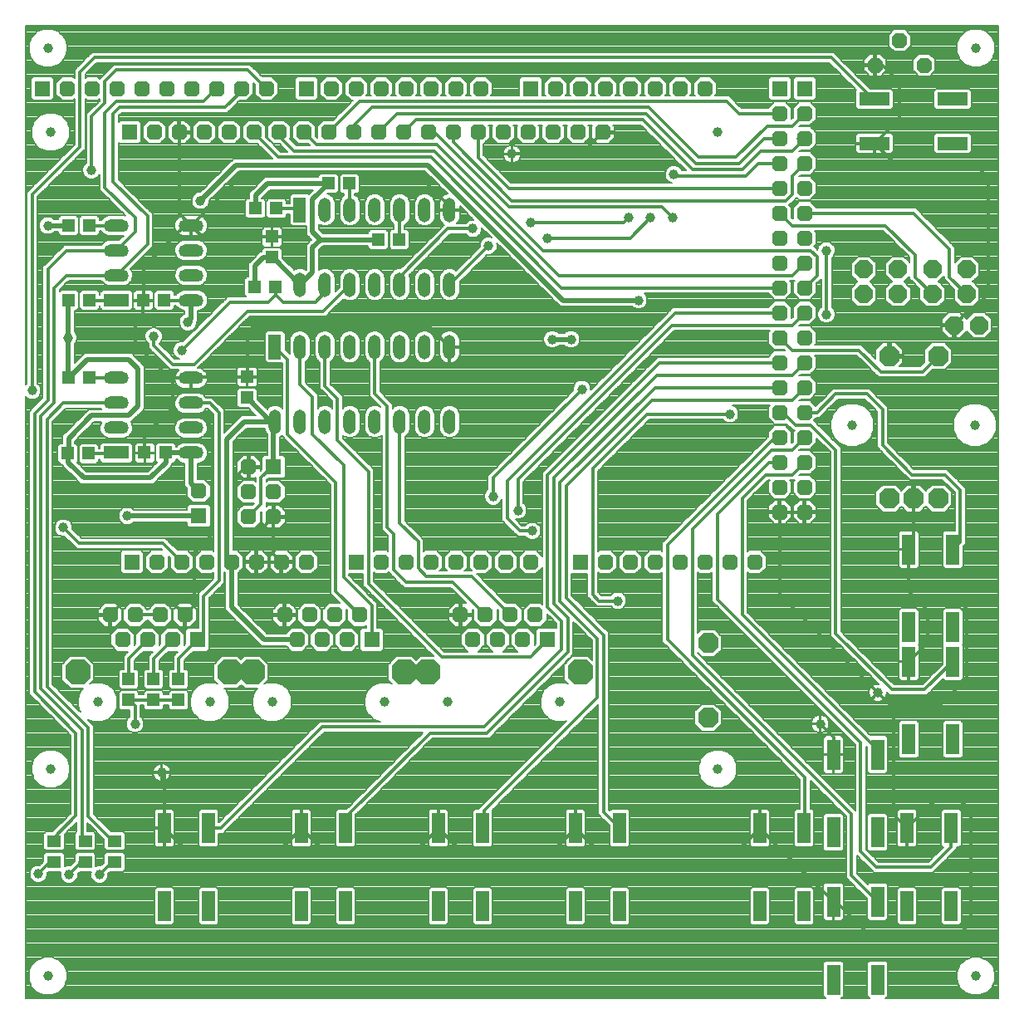
<source format=gtl>
%FSLAX35Y35*%
%MOIN*%
%IN16=KupferobenL2(X.GTL)*%
%ADD10C,0.00591*%
%ADD11C,0.00614*%
%ADD12C,0.00768*%
%ADD13C,0.00787*%
%ADD14C,0.01024*%
%ADD15C,0.01181*%
%ADD16C,0.01280*%
%ADD17C,0.01535*%
%ADD18C,0.01575*%
%ADD19C,0.01969*%
%ADD20C,0.02362*%
%ADD21C,0.02795*%
%ADD22C,0.03937*%
%ADD23C,0.12205*%
%ADD24C,0.12598*%
%ADD25C,0.13780*%
%ADD26C,0.14173*%
%AMR_27*21,1,0.01181,0.01181,0,0,0.000*%
%ADD27R_27*%
%AMR_28*21,1,0.01250,0.01250,0,0,0.000*%
%ADD28R_28*%
%AMR_29*21,1,0.01280,0.01280,0,0,0.000*%
%ADD29R_29*%
%AMR_30*21,1,0.01476,0.01476,0,0,0.000*%
%ADD30R_30*%
%AMR_31*21,1,0.01575,0.01575,0,0,0.000*%
%ADD31R_31*%
%AMR_32*21,1,0.01772,0.01772,0,0,0.000*%
%ADD32R_32*%
%AMR_33*21,1,0.01969,0.01969,0,0,0.000*%
%ADD33R_33*%
%AMR_34*21,1,0.04587,0.05433,0,0,90.000*%
%ADD34R_34*%
%AMR_35*21,1,0.05000,0.05000,0,0,0.000*%
%ADD35R_35*%
%AMR_36*21,1,0.05000,0.05000,0,0,90.000*%
%ADD36R_36*%
%AMR_37*21,1,0.05000,0.05000,0,0,180.000*%
%ADD37R_37*%
%AMR_38*21,1,0.05000,0.05000,0,0,270.000*%
%ADD38R_38*%
%AMR_39*21,1,0.05000,0.09843,0,0,0.000*%
%ADD39R_39*%
%AMR_40*21,1,0.05000,0.10000,0,0,90.000*%
%ADD40R_40*%
%AMR_41*21,1,0.12205,0.05118,0,0,90.000*%
%ADD41R_41*%
%AMR_42*21,1,0.12205,0.05118,0,0,180.000*%
%ADD42R_42*%
%AMR_43*21,1,0.19685,0.19685,0,0,0.000*%
%ADD43R_43*%
%AMOCT_44*4,1,8,0.029528,0.014764,0.014764,0.029528,-0.014764,0.029528,-0.029528,0.014764,-0.029528,-0.014764,-0.014764,-0.029528,0.014764,-0.029528,0.029528,-0.014764,0.029528,0.014764,0.000*%
%ADD44OCT_44*%
%AMOCT_45*4,1,8,0.031496,0.015748,0.015748,0.031496,-0.015748,0.031496,-0.031496,0.015748,-0.031496,-0.015748,-0.015748,-0.031496,0.015748,-0.031496,0.031496,-0.015748,0.031496,0.015748,-0.000*%
%ADD45OCT_45*%
%AMOCT_46*4,1,8,0.031496,0.015748,0.015748,0.031496,-0.015748,0.031496,-0.031496,0.015748,-0.031496,-0.015748,-0.015748,-0.031496,0.015748,-0.031496,0.031496,-0.015748,0.031496,0.015748,90.000*%
%ADD46OCT_46*%
%AMOCT_47*4,1,8,0.031496,0.015748,0.015748,0.031496,-0.015748,0.031496,-0.031496,0.015748,-0.031496,-0.015748,-0.015748,-0.031496,0.015748,-0.031496,0.031496,-0.015748,0.031496,0.015748,180.000*%
%ADD47OCT_47*%
%AMOCT_48*4,1,8,0.031496,0.015748,0.015748,0.031496,-0.015748,0.031496,-0.031496,0.015748,-0.031496,-0.015748,-0.015748,-0.031496,0.015748,-0.031496,0.031496,-0.015748,0.031496,0.015748,270.000*%
%ADD48OCT_48*%
%AMOCT_49*4,1,8,0.035433,0.017717,0.017717,0.035433,-0.017717,0.035433,-0.035433,0.017717,-0.035433,-0.017717,-0.017717,-0.035433,0.017717,-0.035433,0.035433,-0.017717,0.035433,0.017717,180.000*%
%ADD49OCT_49*%
%AMOCT_50*4,1,8,0.035433,0.017717,0.017717,0.035433,-0.017717,0.035433,-0.035433,0.017717,-0.035433,-0.017717,-0.017717,-0.035433,0.017717,-0.035433,0.035433,-0.017717,0.035433,0.017717,270.000*%
%ADD50OCT_50*%
%AMOCT_51*4,1,8,0.039370,0.019685,0.019685,0.039370,-0.019685,0.039370,-0.039370,0.019685,-0.039370,-0.019685,-0.019685,-0.039370,0.019685,-0.039370,0.039370,-0.019685,0.039370,0.019685,0.000*%
%ADD51OCT_51*%
%AMOCT_52*4,1,8,0.039370,0.019685,0.019685,0.039370,-0.019685,0.039370,-0.039370,0.019685,-0.039370,-0.019685,-0.019685,-0.039370,0.019685,-0.039370,0.039370,-0.019685,0.039370,0.019685,270.000*%
%ADD52OCT_52*%
%AMOCT_53*4,1,8,0.049213,0.024606,0.024606,0.049213,-0.024606,0.049213,-0.049213,0.024606,-0.049213,-0.024606,-0.024606,-0.049213,0.024606,-0.049213,0.049213,-0.024606,0.049213,0.024606,180.000*%
%ADD53OCT_53*%
%AMO_54*20,1,0.03937,-0.00787,0.00000,0.00787,0.00000,0*1,1,0.03937,-0.00787,0.00000*1,1,0.03937,0.00787,0.00000*%
%ADD54O_54*%
%AMO_55*20,1,0.05000,0.00000,-0.02421,0.00000,0.02421,0*1,1,0.05000,0.00000,-0.02421*1,1,0.05000,0.00000,0.02421*%
%ADD55O_55*%
%AMO_56*20,1,0.05000,0.02500,0.00000,-0.02500,0.00000,0*1,1,0.05000,0.02500,0.00000*1,1,0.05000,-0.02500,0.00000*%
%ADD56O_56*%
%AMRR_57*21,1,0.06299,0.05039,0,0,-0.000*21,1,0.05039,0.06299,0,0,-0.000*1,1,0.01260,0.02520,0.02520*1,1,0.01260,-0.02520,-0.02520*1,1,0.01260,0.02520,-0.02520*1,1,0.01260,-0.02520,0.02520*%
%ADD57RR_57*%
%AMRR_58*21,1,0.06299,0.05039,0,0,90.000*21,1,0.05039,0.06299,0,0,90.000*1,1,0.01260,-0.02520,0.02520*1,1,0.01260,0.02520,-0.02520*1,1,0.01260,0.02520,0.02520*1,1,0.01260,-0.02520,-0.02520*%
%ADD58RR_58*%
%AMRR_59*21,1,0.06299,0.05039,0,0,180.000*21,1,0.05039,0.06299,0,0,180.000*1,1,0.01260,-0.02520,-0.02520*1,1,0.01260,0.02520,0.02520*1,1,0.01260,-0.02520,0.02520*1,1,0.01260,0.02520,-0.02520*%
%ADD59RR_59*%
%AMRR_60*21,1,0.06299,0.05039,0,0,270.000*21,1,0.05039,0.06299,0,0,270.000*1,1,0.01260,0.02520,-0.02520*1,1,0.01260,-0.02520,0.02520*1,1,0.01260,-0.02520,-0.02520*1,1,0.01260,0.02520,0.02520*%
%ADD60RR_60*%
G54D10*
X341173Y122216D02*
X343307Y124350D01*
X343725Y123932D01*
X341591Y121798D01*
X341173Y122216D01*
X341307Y122350D02*
X342142Y122350D01*
X341858Y122901D02*
X342693Y122901D01*
X342409Y123452D02*
X343245Y123452D01*
X342961Y124003D02*
X343654Y124003D01*
G54D13*
X357003Y388354D02*
X356853Y388504D01*
X356144Y389212D01*
X355435Y389921D01*
X354727Y390630D01*
X354604Y390753D01*
X350346Y390753D01*
X347947Y388354D02*
X348097Y388504D01*
X348806Y389212D01*
X349514Y389921D01*
X350223Y390630D01*
X350346Y390753D01*
X347947Y384096D02*
X347947Y384252D01*
X347947Y384961D01*
X347947Y385669D01*
X347947Y386378D01*
X347947Y387087D01*
X347947Y387795D01*
X347947Y388354D01*
X350346Y381697D02*
X349917Y382126D01*
X349208Y382835D01*
X348500Y383543D01*
X347947Y384096D01*
X350346Y381697D02*
X354604Y381697D01*
X355033Y382126D01*
X355741Y382835D01*
X356450Y383543D01*
X357003Y384096D01*
X357003Y384252D01*
X357003Y384961D01*
X357003Y385669D01*
X357003Y386378D01*
X357003Y387087D01*
X357003Y387795D01*
X357003Y388354D01*
X387553Y389703D02*
X386960Y389921D01*
X385036Y390630D01*
X384635Y390777D01*
X381564Y390777D01*
X378647Y389703D02*
X379240Y389921D01*
X381164Y390630D01*
X381564Y390777D01*
X376497Y387553D02*
X376739Y387795D01*
X377448Y388504D01*
X378157Y389212D01*
X378647Y389703D01*
X375422Y384635D02*
X375542Y384961D01*
X375803Y385669D01*
X376064Y386378D01*
X376325Y387087D01*
X376497Y387553D01*
X375422Y381564D02*
X375422Y382126D01*
X375422Y382835D01*
X375422Y383543D01*
X375422Y384252D01*
X375422Y384635D01*
X376497Y378647D02*
X376260Y379291D01*
X375999Y380000D01*
X375738Y380709D01*
X375477Y381417D01*
X375422Y381564D01*
X378647Y376497D02*
X377979Y377165D01*
X377270Y377874D01*
X376562Y378583D01*
X376497Y378647D01*
X381564Y375422D02*
X380681Y375748D01*
X378757Y376457D01*
X378647Y376497D01*
X381564Y375422D02*
X384635Y375422D01*
X385519Y375748D01*
X387443Y376457D01*
X387553Y376497D01*
X388221Y377165D01*
X388930Y377874D01*
X389638Y378583D01*
X389703Y378647D01*
X389940Y379291D01*
X390201Y380000D01*
X390462Y380709D01*
X390723Y381417D01*
X390777Y381564D01*
X390777Y382126D01*
X390777Y382835D01*
X390777Y383543D01*
X390777Y384252D01*
X390777Y384635D01*
X390658Y384961D01*
X390397Y385669D01*
X390136Y386378D01*
X389874Y387087D01*
X389703Y387553D01*
X389460Y387795D01*
X388752Y388504D01*
X388043Y389212D01*
X387553Y389703D01*
X15053Y389703D02*
X14460Y389921D01*
X12536Y390630D01*
X12135Y390777D01*
X9064Y390777D01*
X6147Y389703D02*
X6740Y389921D01*
X8664Y390630D01*
X9064Y390777D01*
X3997Y387553D02*
X4239Y387795D01*
X4948Y388504D01*
X5657Y389212D01*
X6147Y389703D01*
X2922Y384635D02*
X3042Y384961D01*
X3303Y385669D01*
X3564Y386378D01*
X3825Y387087D01*
X3997Y387553D01*
X2922Y381564D02*
X2922Y382126D01*
X2922Y382835D01*
X2922Y383543D01*
X2922Y384252D01*
X2922Y384635D01*
X3997Y378647D02*
X3760Y379291D01*
X3499Y380000D01*
X3238Y380709D01*
X2977Y381417D01*
X2922Y381564D01*
X6147Y376497D02*
X5479Y377165D01*
X4770Y377874D01*
X4062Y378583D01*
X3997Y378647D01*
X9064Y375422D02*
X8181Y375748D01*
X6257Y376457D01*
X6147Y376497D01*
X9064Y375422D02*
X12135Y375422D01*
X13019Y375748D01*
X14943Y376457D01*
X15053Y376497D01*
X15721Y377165D01*
X16430Y377874D01*
X17138Y378583D01*
X17203Y378647D01*
X17440Y379291D01*
X17701Y380000D01*
X17962Y380709D01*
X18223Y381417D01*
X18277Y381564D01*
X18277Y382126D01*
X18277Y382835D01*
X18277Y383543D01*
X18277Y384252D01*
X18277Y384635D01*
X18158Y384961D01*
X17897Y385669D01*
X17636Y386378D01*
X17374Y387087D01*
X17203Y387553D01*
X16960Y387795D01*
X16252Y388504D01*
X15543Y389212D01*
X15053Y389703D01*
X366845Y378354D02*
X366617Y378583D01*
X365908Y379291D01*
X365199Y380000D01*
X364491Y380709D01*
X364446Y380753D01*
X360189Y380753D01*
X357789Y378354D02*
X358018Y378583D01*
X358727Y379291D01*
X359436Y380000D01*
X360144Y380709D01*
X360189Y380753D01*
X357789Y374096D02*
X357789Y374331D01*
X357789Y375039D01*
X357789Y375748D01*
X357789Y376457D01*
X357789Y377165D01*
X357789Y377874D01*
X357789Y378354D01*
X360189Y371697D02*
X359681Y372205D01*
X358972Y372913D01*
X358264Y373622D01*
X357789Y374096D01*
X360189Y371697D02*
X364446Y371697D01*
X364954Y372205D01*
X365663Y372913D01*
X366371Y373622D01*
X366845Y374096D01*
X366845Y374331D01*
X366845Y375039D01*
X366845Y375748D01*
X366845Y376457D01*
X366845Y377165D01*
X366845Y377874D01*
X366845Y378354D01*
X347160Y378354D02*
X346931Y378583D01*
X346223Y379291D01*
X345514Y380000D01*
X344806Y380709D01*
X344761Y380753D01*
X342632Y380753D02*
X340504Y380753D01*
X338104Y378354D02*
X338333Y378583D01*
X339042Y379291D01*
X339751Y380000D01*
X340459Y380709D01*
X340504Y380753D01*
X338104Y374096D02*
X338104Y374331D01*
X338104Y375039D01*
X338104Y375748D01*
X338104Y376225D02*
X338104Y376457D01*
X338104Y377165D01*
X338104Y377874D01*
X338104Y378354D01*
X340504Y371697D02*
X339996Y372205D01*
X339287Y372913D01*
X338579Y373622D01*
X338104Y374096D01*
X342632Y371697D02*
X344761Y371697D01*
X345269Y372205D01*
X345978Y372913D01*
X346686Y373622D01*
X347160Y374096D01*
X347160Y374331D01*
X347160Y374664D02*
X347160Y375039D01*
X347160Y375748D01*
X347160Y376457D01*
X347160Y377165D01*
X347160Y377874D01*
X347160Y378354D01*
X279075Y369077D02*
X278782Y369370D01*
X278073Y370079D01*
X277365Y370787D01*
X276656Y371496D01*
X276577Y371575D01*
X272123Y371575D01*
X269625Y369077D02*
X269918Y369370D01*
X270627Y370079D01*
X271335Y370787D01*
X272044Y371496D01*
X272123Y371575D01*
X269625Y364623D02*
X269625Y365118D01*
X269625Y365827D01*
X269625Y366535D01*
X269625Y367244D01*
X269625Y367953D01*
X269625Y368661D01*
X269625Y369077D01*
X270232Y364016D02*
X269838Y364409D01*
X269625Y364623D01*
X270232Y364016D02*
X268468Y364016D01*
X268861Y364409D01*
X269075Y364623D01*
X269075Y365118D01*
X269075Y365827D01*
X269075Y366535D01*
X269075Y367244D01*
X269075Y367953D01*
X269075Y368661D01*
X269075Y369077D01*
X268782Y369370D01*
X268073Y370079D01*
X267365Y370787D01*
X266656Y371496D01*
X266577Y371575D01*
X262123Y371575D01*
X259625Y369077D02*
X259918Y369370D01*
X260627Y370079D01*
X261335Y370787D01*
X262044Y371496D01*
X262123Y371575D01*
X259625Y364623D02*
X259625Y365118D01*
X259625Y365827D01*
X259625Y366535D01*
X259625Y367244D01*
X259625Y367953D01*
X259625Y368661D01*
X259625Y369077D01*
X260232Y364016D02*
X259838Y364409D01*
X259625Y364623D01*
X260232Y364016D02*
X258468Y364016D01*
X258861Y364409D01*
X259075Y364623D01*
X259075Y365118D01*
X259075Y365827D01*
X259075Y366535D01*
X259075Y367244D01*
X259075Y367953D01*
X259075Y368661D01*
X259075Y369077D01*
X258782Y369370D01*
X258073Y370079D01*
X257365Y370787D01*
X256656Y371496D01*
X256577Y371575D01*
X252123Y371575D01*
X249625Y369077D02*
X249918Y369370D01*
X250627Y370079D01*
X251335Y370787D01*
X252044Y371496D01*
X252123Y371575D01*
X249625Y364623D02*
X249625Y365118D01*
X249625Y365827D01*
X249625Y366535D01*
X249625Y367244D01*
X249625Y367953D01*
X249625Y368661D01*
X249625Y369077D01*
X250232Y364016D02*
X249838Y364409D01*
X249625Y364623D01*
X250232Y364016D02*
X248468Y364016D01*
X248861Y364409D01*
X249075Y364623D01*
X249075Y365118D01*
X249075Y365827D01*
X249075Y366535D01*
X249075Y367244D01*
X249075Y367953D01*
X249075Y368661D01*
X249075Y369077D01*
X248782Y369370D01*
X248073Y370079D01*
X247365Y370787D01*
X246656Y371496D01*
X246577Y371575D01*
X242123Y371575D01*
X239625Y369077D02*
X239918Y369370D01*
X240627Y370079D01*
X241335Y370787D01*
X242044Y371496D01*
X242123Y371575D01*
X239625Y364623D02*
X239625Y365118D01*
X239625Y365827D01*
X239625Y366535D01*
X239625Y367244D01*
X239625Y367953D01*
X239625Y368661D01*
X239625Y369077D01*
X240232Y364016D02*
X239838Y364409D01*
X239625Y364623D01*
X240232Y364016D02*
X238468Y364016D01*
X238861Y364409D01*
X239075Y364623D01*
X239075Y365118D01*
X239075Y365827D01*
X239075Y366535D01*
X239075Y367244D01*
X239075Y367953D01*
X239075Y368661D01*
X239075Y369077D01*
X238782Y369370D01*
X238073Y370079D01*
X237365Y370787D01*
X236656Y371496D01*
X236577Y371575D01*
X232123Y371575D01*
X229625Y369077D02*
X229918Y369370D01*
X230627Y370079D01*
X231335Y370787D01*
X232044Y371496D01*
X232123Y371575D01*
X229625Y364623D02*
X229625Y365118D01*
X229625Y365827D01*
X229625Y366535D01*
X229625Y367244D01*
X229625Y367953D01*
X229625Y368661D01*
X229625Y369077D01*
X230232Y364016D02*
X229838Y364409D01*
X229625Y364623D01*
X230232Y364016D02*
X228468Y364016D01*
X228861Y364409D01*
X229075Y364623D01*
X229075Y365118D01*
X229075Y365827D01*
X229075Y366535D01*
X229075Y367244D01*
X229075Y367953D01*
X229075Y368661D01*
X229075Y369077D01*
X228782Y369370D01*
X228073Y370079D01*
X227365Y370787D01*
X226656Y371496D01*
X226577Y371575D01*
X222123Y371575D01*
X219625Y369077D02*
X219918Y369370D01*
X220627Y370079D01*
X221335Y370787D01*
X222044Y371496D01*
X222123Y371575D01*
X219625Y364623D02*
X219625Y365118D01*
X219625Y365827D01*
X219625Y366535D01*
X219625Y367244D01*
X219625Y367953D01*
X219625Y368661D01*
X219625Y369077D01*
X220232Y364016D02*
X219838Y364409D01*
X219625Y364623D01*
X220232Y364016D02*
X218468Y364016D01*
X218861Y364409D01*
X219075Y364623D01*
X219075Y365118D01*
X219075Y365827D01*
X219075Y366535D01*
X219075Y367244D01*
X219075Y367953D01*
X219075Y368661D01*
X219075Y369077D01*
X218782Y369370D01*
X218073Y370079D01*
X217365Y370787D01*
X216656Y371496D01*
X216577Y371575D01*
X212123Y371575D01*
X209625Y369077D02*
X209918Y369370D01*
X210627Y370079D01*
X211335Y370787D01*
X212044Y371496D01*
X212123Y371575D01*
X209625Y364623D02*
X209625Y365118D01*
X209625Y365827D01*
X209625Y366535D01*
X209625Y367244D01*
X209625Y367953D01*
X209625Y368661D01*
X209625Y369077D01*
X210232Y364016D02*
X209838Y364409D01*
X209625Y364623D01*
X210232Y364016D02*
X209075Y364016D01*
X209075Y364409D01*
X209075Y365118D01*
X209075Y365827D01*
X209075Y366535D01*
X209075Y367244D01*
X209075Y367953D01*
X209075Y368661D01*
X209075Y369370D01*
X209075Y370079D01*
X209075Y370652D01*
X208939Y370787D01*
X208231Y371496D01*
X208152Y371575D01*
X200548Y371575D01*
X199625Y370652D02*
X199760Y370787D01*
X200469Y371496D01*
X200548Y371575D01*
X199625Y364016D02*
X199625Y364409D01*
X199625Y365118D01*
X199625Y365827D01*
X199625Y366535D01*
X199625Y367244D01*
X199625Y367953D01*
X199625Y368661D01*
X199625Y369370D01*
X199625Y370079D01*
X199625Y370652D01*
X199625Y364016D02*
X188468Y364016D01*
X188861Y364409D01*
X189075Y364623D01*
X189075Y365118D01*
X189075Y365827D01*
X189075Y366535D01*
X189075Y367244D01*
X189075Y367953D01*
X189075Y368661D01*
X189075Y369077D01*
X188782Y369370D01*
X188073Y370079D01*
X187365Y370787D01*
X186656Y371496D01*
X186577Y371575D01*
X182123Y371575D01*
X179625Y369077D02*
X179918Y369370D01*
X180627Y370079D01*
X181335Y370787D01*
X182044Y371496D01*
X182123Y371575D01*
X179625Y364623D02*
X179625Y365118D01*
X179625Y365827D01*
X179625Y366535D01*
X179625Y367244D01*
X179625Y367953D01*
X179625Y368661D01*
X179625Y369077D01*
X180232Y364016D02*
X179838Y364409D01*
X179625Y364623D01*
X180232Y364016D02*
X178468Y364016D01*
X178861Y364409D01*
X179075Y364623D01*
X179075Y365118D01*
X179075Y365827D01*
X179075Y366535D01*
X179075Y367244D01*
X179075Y367953D01*
X179075Y368661D01*
X179075Y369077D01*
X178782Y369370D01*
X178073Y370079D01*
X177365Y370787D01*
X176656Y371496D01*
X176577Y371575D01*
X172123Y371575D01*
X169625Y369077D02*
X169918Y369370D01*
X170627Y370079D01*
X171335Y370787D01*
X172044Y371496D01*
X172123Y371575D01*
X169625Y364623D02*
X169625Y365118D01*
X169625Y365827D01*
X169625Y366535D01*
X169625Y367244D01*
X169625Y367953D01*
X169625Y368661D01*
X169625Y369077D01*
X170232Y364016D02*
X169838Y364409D01*
X169625Y364623D01*
X170232Y364016D02*
X168468Y364016D01*
X168861Y364409D01*
X169075Y364623D01*
X169075Y365118D01*
X169075Y365827D01*
X169075Y366535D01*
X169075Y367244D01*
X169075Y367953D01*
X169075Y368661D01*
X169075Y369077D01*
X168782Y369370D01*
X168073Y370079D01*
X167365Y370787D01*
X166656Y371496D01*
X166577Y371575D01*
X162123Y371575D01*
X159625Y369077D02*
X159918Y369370D01*
X160627Y370079D01*
X161335Y370787D01*
X162044Y371496D01*
X162123Y371575D01*
X159625Y364623D02*
X159625Y365118D01*
X159625Y365827D01*
X159625Y366535D01*
X159625Y367244D01*
X159625Y367953D01*
X159625Y368661D01*
X159625Y369077D01*
X160232Y364016D02*
X159838Y364409D01*
X159625Y364623D01*
X160232Y364016D02*
X158468Y364016D01*
X158861Y364409D01*
X159075Y364623D01*
X159075Y365118D01*
X159075Y365827D01*
X159075Y366535D01*
X159075Y367244D01*
X159075Y367953D01*
X159075Y368661D01*
X159075Y369077D01*
X158782Y369370D01*
X158073Y370079D01*
X157365Y370787D01*
X156656Y371496D01*
X156577Y371575D01*
X152123Y371575D01*
X149625Y369077D02*
X149918Y369370D01*
X150627Y370079D01*
X151335Y370787D01*
X152044Y371496D01*
X152123Y371575D01*
X149625Y364623D02*
X149625Y365118D01*
X149625Y365827D01*
X149625Y366535D01*
X149625Y367244D01*
X149625Y367953D01*
X149625Y368661D01*
X149625Y369077D01*
X150232Y364016D02*
X149838Y364409D01*
X149625Y364623D01*
X150232Y364016D02*
X148468Y364016D01*
X148861Y364409D01*
X149075Y364623D01*
X149075Y365118D01*
X149075Y365827D01*
X149075Y366535D01*
X149075Y367244D01*
X149075Y367953D01*
X149075Y368661D01*
X149075Y369077D01*
X148782Y369370D01*
X148073Y370079D01*
X147365Y370787D01*
X146656Y371496D01*
X146577Y371575D01*
X142123Y371575D01*
X139625Y369077D02*
X139918Y369370D01*
X140627Y370079D01*
X141335Y370787D01*
X142044Y371496D01*
X142123Y371575D01*
X139625Y364623D02*
X139625Y365118D01*
X139625Y365827D01*
X139625Y366535D01*
X139625Y367244D01*
X139625Y367953D01*
X139625Y368661D01*
X139625Y369077D01*
X140232Y364016D02*
X139838Y364409D01*
X139625Y364623D01*
X140232Y364016D02*
X138468Y364016D01*
X138861Y364409D01*
X139075Y364623D01*
X139075Y365118D01*
X139075Y365827D01*
X139075Y366535D01*
X139075Y367244D01*
X139075Y367953D01*
X139075Y368661D01*
X139075Y369077D01*
X138782Y369370D01*
X138073Y370079D01*
X137365Y370787D01*
X136656Y371496D01*
X136577Y371575D01*
X132123Y371575D01*
X129625Y369077D02*
X129918Y369370D01*
X130627Y370079D01*
X131335Y370787D01*
X132044Y371496D01*
X132123Y371575D01*
X129625Y364623D02*
X129625Y365118D01*
X129625Y365827D01*
X129625Y366535D01*
X129625Y367244D01*
X129625Y367953D01*
X129625Y368661D01*
X129625Y369077D01*
X132123Y362125D02*
X131964Y362283D01*
X131256Y362992D01*
X130547Y363701D01*
X129838Y364409D01*
X129625Y364623D01*
X132123Y362125D02*
X133058Y362125D01*
X125008Y354075D02*
X125421Y354488D01*
X126130Y355197D01*
X126839Y355905D01*
X127547Y356614D01*
X128256Y357323D01*
X128965Y358031D01*
X129673Y358740D01*
X130382Y359449D01*
X131091Y360157D01*
X131799Y360866D01*
X132508Y361575D01*
X133058Y362125D01*
X125008Y354075D02*
X121119Y354075D01*
X118621Y351577D02*
X118697Y351653D01*
X119406Y352362D01*
X120115Y353071D01*
X120823Y353779D01*
X121119Y354075D01*
X118621Y347138D02*
X118621Y347401D01*
X118621Y348110D01*
X118621Y348819D01*
X118621Y349527D01*
X118621Y350236D01*
X118621Y350945D01*
X118621Y351577D01*
X118621Y347138D02*
X118357Y347401D01*
X118071Y347688D01*
X118071Y348110D01*
X118071Y348819D01*
X118071Y349527D01*
X118071Y350236D01*
X118071Y350945D01*
X118071Y351577D01*
X117994Y351653D01*
X117286Y352362D01*
X116577Y353071D01*
X115869Y353779D01*
X115573Y354075D01*
X111119Y354075D01*
X108621Y351577D02*
X108697Y351653D01*
X109406Y352362D01*
X110115Y353071D01*
X110823Y353779D01*
X111119Y354075D01*
X108621Y347123D02*
X108621Y347401D01*
X108621Y348110D01*
X108621Y348819D01*
X108621Y349527D01*
X108621Y350236D01*
X108621Y350945D01*
X108621Y351577D01*
X111119Y344625D02*
X110468Y345275D01*
X109760Y345984D01*
X109051Y346693D01*
X108621Y347123D01*
X111119Y344625D02*
X115008Y344625D01*
X115617Y344016D02*
X115066Y344567D01*
X115008Y344625D01*
X115617Y344016D02*
X110247Y344016D01*
X109696Y344567D01*
X108987Y345275D01*
X108278Y345984D01*
X107605Y346657D01*
X107641Y346693D01*
X108071Y347123D01*
X108071Y347401D01*
X108071Y348110D01*
X108071Y348819D01*
X108071Y349527D01*
X108071Y350236D01*
X108071Y350945D01*
X108071Y351577D01*
X107994Y351653D01*
X107286Y352362D01*
X106577Y353071D01*
X105869Y353779D01*
X105573Y354075D01*
X101119Y354075D01*
X98621Y351577D02*
X98697Y351653D01*
X99406Y352362D01*
X100115Y353071D01*
X100823Y353779D01*
X101119Y354075D01*
X98621Y347123D02*
X98621Y347401D01*
X98621Y348110D01*
X98621Y348819D01*
X98621Y349527D01*
X98621Y350236D01*
X98621Y350945D01*
X98621Y351577D01*
X101119Y344625D02*
X100468Y345275D01*
X99760Y345984D01*
X99051Y346693D01*
X98621Y347123D01*
X101119Y344625D02*
X103512Y344625D01*
X106621Y341516D02*
X106405Y341732D01*
X105696Y342441D01*
X104987Y343150D01*
X104279Y343858D01*
X103570Y344567D01*
X103512Y344625D01*
X106621Y341516D02*
X103997Y341516D01*
X103780Y341732D01*
X103072Y342441D01*
X102363Y343150D01*
X101654Y343858D01*
X100946Y344567D01*
X100237Y345275D01*
X99528Y345984D01*
X98820Y346693D01*
X98111Y347401D01*
X98071Y347442D01*
X98071Y348110D01*
X98071Y348819D01*
X98071Y349527D01*
X98071Y350236D01*
X98071Y350945D01*
X98071Y351577D01*
X97994Y351653D01*
X97286Y352362D01*
X96577Y353071D01*
X95869Y353779D01*
X95573Y354075D01*
X91119Y354075D01*
X88621Y351577D02*
X88697Y351653D01*
X89406Y352362D01*
X90115Y353071D01*
X90823Y353779D01*
X91119Y354075D01*
X88621Y347123D02*
X88621Y347401D01*
X88621Y348110D01*
X88621Y348819D01*
X88621Y349527D01*
X88621Y350236D01*
X88621Y350945D01*
X88621Y351577D01*
X91119Y344625D02*
X90468Y345275D01*
X89760Y345984D01*
X89051Y346693D01*
X88621Y347123D01*
X91119Y344625D02*
X94762Y344625D01*
X100603Y338784D02*
X100489Y338898D01*
X99781Y339606D01*
X99072Y340315D01*
X98363Y341024D01*
X97655Y341732D01*
X96946Y342441D01*
X96237Y343150D01*
X95529Y343858D01*
X94820Y344567D01*
X94762Y344625D01*
X100603Y338784D02*
X85165Y338784D01*
X83665Y337285D02*
X83861Y337480D01*
X84569Y338189D01*
X85165Y338784D01*
X71774Y325394D02*
X71813Y325433D01*
X72522Y326142D01*
X73231Y326850D01*
X73939Y327559D01*
X74648Y328268D01*
X75357Y328976D01*
X76065Y329685D01*
X76774Y330394D01*
X77483Y331102D01*
X78191Y331811D01*
X78900Y332520D01*
X79609Y333228D01*
X80317Y333937D01*
X81026Y334646D01*
X81735Y335354D01*
X82443Y336063D01*
X83152Y336772D01*
X83665Y337285D01*
X71774Y325394D02*
X71141Y325394D01*
X69795Y324897D02*
X71141Y325394D01*
X68802Y323905D02*
X68913Y324016D01*
X69621Y324724D01*
X69795Y324897D01*
X68306Y322559D02*
X68321Y322598D01*
X68582Y323307D01*
X68802Y323905D01*
X68306Y321141D02*
X68306Y321181D01*
X68306Y321890D01*
X68306Y322559D01*
X68802Y319795D02*
X68553Y320472D01*
X68306Y321141D01*
X69795Y318802D02*
X69542Y319055D01*
X68833Y319764D01*
X68802Y319795D01*
X71141Y318306D02*
X71032Y318346D01*
X69795Y318802D01*
X71141Y318306D02*
X72559Y318306D01*
X72668Y318346D01*
X73905Y318802D01*
X74158Y319055D01*
X74867Y319764D01*
X74897Y319795D01*
X75147Y320472D01*
X75394Y321141D01*
X75394Y321181D01*
X75394Y321774D01*
X75509Y321890D01*
X76218Y322598D01*
X76927Y323307D01*
X77635Y324016D01*
X78344Y324724D01*
X79053Y325433D01*
X79761Y326142D01*
X80470Y326850D01*
X81179Y327559D01*
X81887Y328268D01*
X82596Y328976D01*
X83305Y329685D01*
X84013Y330394D01*
X84722Y331102D01*
X85431Y331811D01*
X86139Y332520D01*
X86848Y333228D01*
X87285Y333665D01*
X162040Y333665D01*
X171109Y324596D02*
X170981Y324724D01*
X170272Y325433D01*
X169564Y326142D01*
X168855Y326850D01*
X168146Y327559D01*
X167438Y328268D01*
X166729Y328976D01*
X166020Y329685D01*
X165312Y330394D01*
X164603Y331102D01*
X163894Y331811D01*
X163186Y332520D01*
X162477Y333228D01*
X162040Y333665D01*
X171109Y324596D02*
X171035Y324596D01*
X169486Y324026D02*
X171035Y324596D01*
X168486Y323026D02*
X168767Y323307D01*
X169476Y324016D01*
X169486Y324026D01*
X167775Y321336D02*
X167979Y321890D01*
X168240Y322598D01*
X168345Y322885D01*
X167775Y314864D02*
X167775Y315512D01*
X167775Y316220D01*
X167775Y316929D01*
X167775Y317638D01*
X167775Y318100D02*
X167775Y318346D01*
X167775Y319055D01*
X167775Y319764D01*
X167775Y320472D01*
X167775Y321181D01*
X167775Y321336D01*
X168345Y313315D02*
X168319Y313386D01*
X168058Y314094D01*
X167797Y314803D01*
X167775Y314864D01*
X169486Y312174D02*
X168983Y312677D01*
X168345Y313315D01*
X169669Y312107D02*
X169486Y312174D01*
X169059Y311497D02*
X169531Y311968D01*
X169669Y312107D01*
X169059Y311497D02*
X169059Y311497D01*
X152159Y294596D02*
X152523Y294961D01*
X153231Y295669D01*
X153940Y296378D01*
X154649Y297087D01*
X155357Y297795D01*
X156066Y298504D01*
X156775Y299212D01*
X157483Y299921D01*
X158192Y300630D01*
X158901Y301338D01*
X159609Y302047D01*
X160318Y302756D01*
X161027Y303464D01*
X161735Y304173D01*
X162444Y304882D01*
X163153Y305590D01*
X163861Y306299D01*
X164570Y307008D01*
X165279Y307716D01*
X165987Y308425D01*
X166696Y309134D01*
X167405Y309842D01*
X168113Y310551D01*
X168822Y311260D01*
X169059Y311497D01*
X152159Y294596D02*
X151035Y294596D01*
X149486Y294026D02*
X150100Y294252D01*
X151035Y294596D01*
X148345Y292885D02*
X149004Y293543D01*
X149486Y294026D01*
X147775Y291336D02*
X147805Y291417D01*
X148066Y292126D01*
X148327Y292835D01*
X148345Y292885D01*
X147775Y284864D02*
X147775Y285039D01*
X147775Y285748D01*
X147775Y286457D01*
X147775Y287165D01*
X147775Y287874D01*
X147775Y288583D01*
X147775Y289291D01*
X147775Y290000D01*
X147775Y290709D01*
X147775Y291336D01*
X148345Y283315D02*
X148232Y283622D01*
X147971Y284331D01*
X147775Y284864D01*
X149486Y282174D02*
X149456Y282205D01*
X148747Y282913D01*
X148345Y283315D01*
X151035Y281603D02*
X149486Y282174D01*
X151035Y281603D02*
X152665Y281603D01*
X154214Y282174D01*
X154244Y282205D01*
X154953Y282913D01*
X155355Y283315D01*
X155468Y283622D01*
X155729Y284331D01*
X155925Y284864D01*
X155925Y285039D01*
X155925Y285748D01*
X155925Y286457D01*
X155925Y287165D01*
X155925Y287874D01*
X155925Y288583D01*
X155925Y289291D01*
X155925Y290000D01*
X155925Y290709D01*
X155925Y291336D01*
X155895Y291417D01*
X155682Y291995D01*
X155814Y292126D01*
X156522Y292835D01*
X157231Y293543D01*
X157940Y294252D01*
X158648Y294961D01*
X159357Y295669D01*
X160066Y296378D01*
X160774Y297087D01*
X161483Y297795D01*
X162192Y298504D01*
X162900Y299212D01*
X163609Y299921D01*
X164318Y300630D01*
X165026Y301338D01*
X165735Y302047D01*
X166444Y302756D01*
X167152Y303464D01*
X167861Y304173D01*
X168570Y304882D01*
X169278Y305590D01*
X169987Y306299D01*
X170696Y307008D01*
X171404Y307716D01*
X172113Y308425D01*
X172122Y308434D01*
X178288Y308434D01*
X179170Y307552D02*
X179005Y307716D01*
X178297Y308425D01*
X178288Y308434D01*
X180516Y307056D02*
X179170Y307552D01*
X180516Y307056D02*
X181934Y307056D01*
X183280Y307552D01*
X183444Y307716D01*
X184153Y308425D01*
X184272Y308545D01*
X184490Y309134D01*
X184751Y309842D01*
X184769Y309891D01*
X184769Y310551D01*
X184769Y310937D01*
X188584Y307121D02*
X187989Y307716D01*
X187280Y308425D01*
X186571Y309134D01*
X185863Y309842D01*
X185154Y310551D01*
X184769Y310937D01*
X188584Y307121D02*
X188184Y307269D01*
X186766Y307269D01*
X185420Y306772D02*
X186058Y307008D01*
X186766Y307269D01*
X184427Y305780D02*
X184946Y306299D01*
X185420Y306772D01*
X183931Y304434D02*
X184096Y304882D01*
X184357Y305590D01*
X184427Y305780D01*
X183931Y303244D02*
X183931Y303464D01*
X183931Y304173D01*
X183931Y304434D01*
X174463Y293776D02*
X174939Y294252D01*
X175648Y294961D01*
X176356Y295669D01*
X177065Y296378D01*
X177774Y297087D01*
X178482Y297795D01*
X179191Y298504D01*
X179900Y299212D01*
X180608Y299921D01*
X181317Y300630D01*
X182026Y301338D01*
X182734Y302047D01*
X183443Y302756D01*
X183931Y303244D01*
X174463Y293776D02*
X174214Y294026D01*
X173600Y294252D01*
X172665Y294596D01*
X171035Y294596D01*
X169486Y294026D02*
X170100Y294252D01*
X171035Y294596D01*
X168345Y292885D02*
X169004Y293543D01*
X169486Y294026D01*
X167775Y291336D02*
X167805Y291417D01*
X168066Y292126D01*
X168327Y292835D01*
X168345Y292885D01*
X167775Y284864D02*
X167775Y285039D01*
X167775Y285748D01*
X167775Y286457D01*
X167775Y287165D01*
X167775Y287874D01*
X167775Y288583D01*
X167775Y289291D01*
X167775Y290000D01*
X167775Y290709D01*
X167775Y291336D01*
X168345Y283315D02*
X168232Y283622D01*
X167971Y284331D01*
X167775Y284864D01*
X169486Y282174D02*
X169456Y282205D01*
X168747Y282913D01*
X168345Y283315D01*
X171035Y281603D02*
X169486Y282174D01*
X171035Y281603D02*
X172665Y281603D01*
X174214Y282174D01*
X174244Y282205D01*
X174953Y282913D01*
X175355Y283315D01*
X175468Y283622D01*
X175729Y284331D01*
X175925Y284864D01*
X175925Y285039D01*
X175925Y285748D01*
X175925Y286457D01*
X175925Y287165D01*
X175925Y287874D01*
X175925Y288583D01*
X175925Y289112D01*
X176104Y289291D01*
X176813Y290000D01*
X177521Y290709D01*
X178230Y291417D01*
X178939Y292126D01*
X179647Y292835D01*
X180356Y293543D01*
X181065Y294252D01*
X181773Y294961D01*
X182482Y295669D01*
X183191Y296378D01*
X183899Y297087D01*
X184608Y297795D01*
X185317Y298504D01*
X186025Y299212D01*
X186734Y299921D01*
X186994Y300181D01*
X188184Y300181D01*
X189401Y300630D01*
X189530Y300677D01*
X190191Y301338D01*
X190522Y301670D01*
X190662Y302047D01*
X190923Y302756D01*
X191019Y303016D01*
X191019Y303464D01*
X191019Y304173D01*
X191019Y304434D01*
X190871Y304834D01*
X214915Y280790D02*
X214209Y281496D01*
X213501Y282205D01*
X212792Y282913D01*
X212083Y283622D01*
X211375Y284331D01*
X210666Y285039D01*
X209957Y285748D01*
X209249Y286457D01*
X208540Y287165D01*
X207831Y287874D01*
X207123Y288583D01*
X206414Y289291D01*
X205705Y290000D01*
X204997Y290709D01*
X204288Y291417D01*
X203579Y292126D01*
X202871Y292835D01*
X202162Y293543D01*
X201453Y294252D01*
X200745Y294961D01*
X200036Y295669D01*
X199327Y296378D01*
X198619Y297087D01*
X197910Y297795D01*
X197201Y298504D01*
X196493Y299212D01*
X195784Y299921D01*
X195075Y300630D01*
X194367Y301338D01*
X193658Y302047D01*
X192949Y302756D01*
X192241Y303464D01*
X191532Y304173D01*
X190871Y304834D01*
X216415Y279290D02*
X216335Y279370D01*
X215627Y280079D01*
X214918Y280787D01*
X214915Y280790D01*
X216415Y279290D02*
X245106Y279290D01*
X245595Y278802D02*
X245106Y279290D01*
X246941Y278306D02*
X245977Y278661D01*
X245595Y278802D01*
X246941Y278306D02*
X248359Y278306D01*
X249323Y278661D01*
X249705Y278802D01*
X250273Y279370D01*
X250697Y279795D01*
X250802Y280079D01*
X251063Y280787D01*
X251194Y281141D01*
X251194Y281496D01*
X251194Y282205D01*
X251194Y282559D01*
X251063Y282913D01*
X250802Y283622D01*
X250697Y283905D01*
X250272Y284331D01*
X249919Y284684D01*
X299625Y284684D01*
X299625Y284623D02*
X299625Y284684D01*
X302123Y282125D02*
X302043Y282205D01*
X301334Y282913D01*
X300626Y283622D01*
X299917Y284331D01*
X299625Y284623D01*
X302123Y282125D02*
X306577Y282125D01*
X306657Y282205D01*
X307365Y282913D01*
X308074Y283622D01*
X308783Y284331D01*
X309075Y284623D01*
X309075Y285039D01*
X309075Y285748D01*
X309075Y286457D01*
X309075Y287165D01*
X309075Y287874D01*
X309075Y288583D01*
X309075Y289077D01*
X308861Y289291D01*
X308468Y289684D01*
X310232Y289684D01*
X309625Y289077D02*
X309839Y289291D01*
X310232Y289684D01*
X309625Y284623D02*
X309625Y285039D01*
X309625Y285748D01*
X309625Y286457D01*
X309625Y287165D01*
X309625Y287874D01*
X309625Y288583D01*
X309625Y289077D01*
X312123Y282125D02*
X312043Y282205D01*
X311334Y282913D01*
X310626Y283622D01*
X309917Y284331D01*
X309625Y284623D01*
X312123Y282125D02*
X316577Y282125D01*
X316657Y282205D01*
X317365Y282913D01*
X318074Y283622D01*
X318783Y284331D01*
X319075Y284623D01*
X319075Y285039D01*
X319075Y285748D01*
X319075Y286457D01*
X319075Y287165D01*
X319075Y287874D01*
X319075Y288512D01*
X319145Y288583D01*
X319854Y289291D01*
X320247Y289684D01*
X320247Y289684D01*
X320563Y290000D01*
X320934Y290371D01*
X320934Y279162D02*
X320934Y279370D01*
X320934Y280079D01*
X320934Y280787D01*
X320934Y281496D01*
X320934Y282205D01*
X320934Y282913D01*
X320934Y283622D01*
X320934Y284331D01*
X320934Y285039D01*
X320934Y285748D01*
X320934Y286457D01*
X320934Y287165D01*
X320934Y287874D01*
X320934Y288583D01*
X320934Y289291D01*
X320934Y290000D01*
X320934Y290371D01*
X320052Y278280D02*
X320433Y278661D01*
X320934Y279162D01*
X319556Y276934D02*
X319671Y277244D01*
X319932Y277953D01*
X320052Y278280D01*
X319556Y275516D02*
X319556Y275827D01*
X319556Y276535D01*
X319556Y276934D01*
X320052Y274170D02*
X319964Y274409D01*
X319703Y275118D01*
X319556Y275516D01*
X321045Y273177D02*
X320521Y273701D01*
X320052Y274170D01*
X322391Y272681D02*
X321547Y272992D01*
X321045Y273177D01*
X322391Y272681D02*
X323809Y272681D01*
X324652Y272992D01*
X325155Y273177D01*
X325679Y273701D01*
X326147Y274170D01*
X326236Y274409D01*
X326497Y275118D01*
X326644Y275516D01*
X326644Y275827D01*
X326644Y276535D01*
X326644Y276934D01*
X326529Y277244D01*
X326268Y277953D01*
X326147Y278280D01*
X325766Y278661D01*
X325266Y279162D01*
X325266Y279370D01*
X325266Y280079D01*
X325266Y280787D01*
X325266Y281496D01*
X325266Y282205D01*
X325266Y282913D01*
X325266Y283622D01*
X325266Y284331D01*
X325266Y285039D01*
X325266Y285748D01*
X325266Y286457D01*
X325266Y287165D01*
X325266Y287874D01*
X325266Y288583D01*
X325266Y289291D01*
X325266Y290000D01*
X325266Y290709D01*
X325266Y291417D01*
X325266Y292126D01*
X325266Y292835D01*
X325266Y293543D01*
X325266Y294252D01*
X325266Y294961D01*
X325266Y295669D01*
X325266Y296378D01*
X325266Y297087D01*
X325266Y297795D01*
X325266Y298504D01*
X325266Y298913D01*
X325565Y299212D01*
X326147Y299795D01*
X326194Y299921D01*
X326455Y300630D01*
X326644Y301141D01*
X326644Y301338D01*
X326644Y302047D01*
X326644Y302559D01*
X326571Y302756D01*
X326310Y303464D01*
X326147Y303905D01*
X325880Y304173D01*
X325171Y304882D01*
X325155Y304897D01*
X323809Y305394D01*
X322391Y305394D01*
X321045Y304897D02*
X322391Y305394D01*
X320052Y303905D02*
X320320Y304173D01*
X321029Y304882D01*
X321045Y304897D01*
X319556Y302559D02*
X319629Y302756D01*
X319890Y303464D01*
X320052Y303905D01*
X319556Y302206D02*
X319556Y302559D01*
X319556Y302206D02*
X319016Y302747D01*
X319016Y302747D01*
X319007Y302756D01*
X318298Y303464D01*
X318107Y303655D01*
X318625Y304173D01*
X319075Y304623D01*
X319075Y304882D01*
X319075Y305590D01*
X319075Y306299D01*
X319075Y307008D01*
X319075Y307716D01*
X319075Y308425D01*
X319075Y309077D01*
X319018Y309134D01*
X318468Y309684D01*
X345953Y309684D01*
X356559Y299078D02*
X356424Y299212D01*
X355716Y299921D01*
X355007Y300630D01*
X354298Y301338D01*
X353590Y302047D01*
X352881Y302756D01*
X352173Y303464D01*
X351464Y304173D01*
X350755Y304882D01*
X350047Y305590D01*
X349338Y306299D01*
X348629Y307008D01*
X347921Y307716D01*
X347212Y308425D01*
X346503Y309134D01*
X345953Y309684D01*
X356559Y297183D02*
X356559Y297795D01*
X356559Y298504D01*
X356559Y299078D01*
X356559Y297183D02*
X355947Y297795D01*
X355239Y298504D01*
X354530Y299212D01*
X354274Y299468D01*
X349426Y299468D01*
X346731Y296774D02*
X347044Y297087D01*
X347753Y297795D01*
X348461Y298504D01*
X349170Y299212D01*
X349426Y299468D01*
X346731Y291926D02*
X346731Y292126D01*
X346731Y292835D01*
X346731Y293543D01*
X346731Y294252D01*
X346731Y294961D01*
X346731Y295669D01*
X346731Y296378D01*
X346731Y296774D01*
X349307Y289350D02*
X348657Y290000D01*
X347949Y290709D01*
X347240Y291417D01*
X346731Y291926D01*
X346731Y286774D02*
X347123Y287165D01*
X347831Y287874D01*
X348540Y288583D01*
X349249Y289291D01*
X349307Y289350D01*
X346731Y281926D02*
X346731Y282205D01*
X346731Y282913D01*
X346731Y283622D01*
X346731Y284331D01*
X346731Y285039D01*
X346731Y285748D01*
X346731Y286457D01*
X346731Y286774D01*
X349426Y279231D02*
X349287Y279370D01*
X348579Y280079D01*
X347870Y280787D01*
X347161Y281496D01*
X346731Y281926D01*
X349426Y279231D02*
X354274Y279231D01*
X354413Y279370D01*
X355121Y280079D01*
X355830Y280787D01*
X356539Y281496D01*
X356968Y281926D01*
X356968Y282205D01*
X356968Y282913D01*
X356968Y283622D01*
X356968Y284331D01*
X356968Y285039D01*
X356968Y285748D01*
X356968Y286457D01*
X356968Y286774D01*
X356577Y287165D01*
X355869Y287874D01*
X355160Y288583D01*
X354451Y289291D01*
X354393Y289350D01*
X355043Y290000D01*
X355751Y290709D01*
X356460Y291417D01*
X356559Y291517D01*
X356559Y290328D02*
X356559Y290709D01*
X356559Y291417D01*
X356559Y291517D01*
X360481Y286406D02*
X360430Y286457D01*
X359722Y287165D01*
X359013Y287874D01*
X358304Y288583D01*
X357596Y289291D01*
X356887Y290000D01*
X356559Y290328D01*
X360481Y281926D02*
X360481Y282205D01*
X360481Y282913D01*
X360481Y283622D01*
X360481Y284331D01*
X360481Y285039D01*
X360481Y285748D01*
X360481Y286406D01*
X363176Y279231D02*
X363037Y279370D01*
X362329Y280079D01*
X361620Y280787D01*
X360911Y281496D01*
X360481Y281926D01*
X363176Y279231D02*
X368024Y279231D01*
X368163Y279370D01*
X368871Y280079D01*
X369580Y280787D01*
X370289Y281496D01*
X370718Y281926D01*
X370718Y282205D01*
X370718Y282913D01*
X370718Y283622D01*
X370718Y284331D01*
X370718Y285039D01*
X370718Y285748D01*
X370718Y286457D01*
X370718Y286774D01*
X370327Y287165D01*
X369619Y287874D01*
X368910Y288583D01*
X368201Y289291D01*
X368143Y289350D01*
X368793Y290000D01*
X369501Y290709D01*
X370210Y291417D01*
X370309Y291517D01*
X370309Y290328D02*
X370309Y290709D01*
X370309Y291417D01*
X370309Y291517D01*
X374231Y286406D02*
X374180Y286457D01*
X373472Y287165D01*
X372763Y287874D01*
X372054Y288583D01*
X371346Y289291D01*
X370637Y290000D01*
X370309Y290328D01*
X374231Y281926D02*
X374231Y282205D01*
X374231Y282913D01*
X374231Y283622D01*
X374231Y284331D01*
X374231Y285039D01*
X374231Y285748D01*
X374231Y286406D01*
X376926Y279231D02*
X376787Y279370D01*
X376079Y280079D01*
X375370Y280787D01*
X374661Y281496D01*
X374231Y281926D01*
X376926Y279231D02*
X381774Y279231D01*
X381913Y279370D01*
X382621Y280079D01*
X383330Y280787D01*
X384039Y281496D01*
X384468Y281926D01*
X384468Y282205D01*
X384468Y282913D01*
X384468Y283622D01*
X384468Y284331D01*
X384468Y285039D01*
X384468Y285748D01*
X384468Y286457D01*
X384468Y286774D01*
X384077Y287165D01*
X383369Y287874D01*
X382660Y288583D01*
X381951Y289291D01*
X381893Y289350D01*
X382543Y290000D01*
X383251Y290709D01*
X383960Y291417D01*
X384468Y291926D01*
X384468Y292126D01*
X384468Y292835D01*
X384468Y293543D01*
X384468Y294252D01*
X384468Y294961D01*
X384468Y295669D01*
X384468Y296378D01*
X384468Y296774D01*
X384156Y297087D01*
X383447Y297795D01*
X382739Y298504D01*
X382030Y299212D01*
X381774Y299468D01*
X376926Y299468D01*
X374641Y297183D02*
X375253Y297795D01*
X375961Y298504D01*
X376670Y299212D01*
X376926Y299468D01*
X374641Y297183D02*
X374641Y297795D01*
X374641Y298504D01*
X374641Y299212D01*
X374641Y299921D01*
X374641Y300630D01*
X374641Y301338D01*
X374641Y302047D01*
X374641Y302756D01*
X374641Y303372D01*
X374548Y303464D01*
X373839Y304173D01*
X373372Y304641D01*
X373372Y304641D01*
X373131Y304882D01*
X372422Y305590D01*
X371714Y306299D01*
X371005Y307008D01*
X370296Y307716D01*
X369588Y308425D01*
X368879Y309134D01*
X368170Y309842D01*
X367462Y310551D01*
X366753Y311260D01*
X366044Y311968D01*
X365336Y312677D01*
X364627Y313386D01*
X363918Y314094D01*
X363210Y314803D01*
X362501Y315512D01*
X361792Y316220D01*
X361084Y316929D01*
X360375Y317638D01*
X360266Y317747D01*
X360266Y317747D01*
X359666Y318346D01*
X358997Y319016D01*
X319075Y319016D01*
X319075Y319055D01*
X319075Y319077D01*
X318388Y319764D01*
X317680Y320472D01*
X316971Y321181D01*
X316577Y321575D01*
X312123Y321575D01*
X309625Y319077D02*
X310312Y319764D01*
X311020Y320472D01*
X311729Y321181D01*
X312123Y321575D01*
X309625Y314638D02*
X309625Y314803D01*
X309625Y315512D01*
X309625Y316220D01*
X309625Y316929D01*
X309625Y317638D01*
X309625Y318346D01*
X309625Y319055D01*
X309625Y319077D01*
X309625Y314638D02*
X309460Y314803D01*
X309075Y315188D01*
X309075Y315512D01*
X309075Y316220D01*
X309075Y316929D01*
X309075Y317638D01*
X309075Y318346D01*
X309075Y319055D01*
X309075Y319077D01*
X308388Y319764D01*
X308107Y320045D01*
X308535Y320472D01*
X309016Y320953D01*
X309016Y320953D01*
X309244Y321181D01*
X309952Y321890D01*
X310247Y322184D01*
X310247Y322184D01*
X310661Y322598D01*
X311155Y323092D01*
X312123Y322125D02*
X311649Y322598D01*
X311155Y323092D01*
X312123Y322125D02*
X316577Y322125D01*
X317050Y322598D01*
X317759Y323307D01*
X318468Y324016D01*
X319075Y324623D01*
X319075Y324724D01*
X319075Y325433D01*
X319075Y326142D01*
X319075Y326850D01*
X319075Y327559D01*
X319075Y328268D01*
X319075Y328976D01*
X319075Y329077D01*
X318467Y329685D01*
X317758Y330394D01*
X317050Y331102D01*
X316577Y331575D01*
X312138Y331575D01*
X312374Y331811D01*
X312688Y332125D01*
X316577Y332125D01*
X316972Y332520D01*
X317680Y333228D01*
X318389Y333937D01*
X319075Y334623D01*
X319075Y334646D01*
X319075Y335354D01*
X319075Y336063D01*
X319075Y336772D01*
X319075Y337480D01*
X319075Y338189D01*
X319075Y338898D01*
X319075Y339077D01*
X318546Y339606D01*
X317837Y340315D01*
X317128Y341024D01*
X316577Y341575D01*
X312138Y341575D01*
X312295Y341732D01*
X312688Y342125D01*
X316577Y342125D01*
X316893Y342441D01*
X317602Y343150D01*
X318310Y343858D01*
X319019Y344567D01*
X319075Y344623D01*
X319075Y345275D01*
X319075Y345984D01*
X319075Y346693D01*
X319075Y347401D01*
X319075Y348110D01*
X319075Y348819D01*
X319075Y349077D01*
X318624Y349527D01*
X317916Y350236D01*
X317207Y350945D01*
X316577Y351575D01*
X312138Y351575D01*
X312216Y351653D01*
X312688Y352125D01*
X316577Y352125D01*
X316814Y352362D01*
X317523Y353071D01*
X318231Y353779D01*
X318940Y354488D01*
X319075Y354623D01*
X319075Y355197D01*
X319075Y355905D01*
X319075Y356614D01*
X319075Y357323D01*
X319075Y358031D01*
X319075Y358740D01*
X319075Y359077D01*
X318703Y359449D01*
X317994Y360157D01*
X317286Y360866D01*
X316577Y361575D01*
X312123Y361575D01*
X309625Y359077D02*
X309997Y359449D01*
X310705Y360157D01*
X311414Y360866D01*
X312123Y361575D01*
X309625Y355188D02*
X309625Y355197D01*
X309625Y355905D01*
X309625Y356614D01*
X309625Y357323D01*
X309625Y358031D01*
X309625Y358740D01*
X309625Y359077D01*
X309075Y354638D02*
X309625Y355188D01*
X309075Y354638D02*
X309075Y355197D01*
X309075Y355905D01*
X309075Y356614D01*
X309075Y357323D01*
X309075Y358031D01*
X309075Y358740D01*
X309075Y359077D01*
X308703Y359449D01*
X307994Y360157D01*
X307286Y360866D01*
X306577Y361575D01*
X302123Y361575D01*
X299625Y359077D02*
X299997Y359449D01*
X300705Y360157D01*
X301414Y360866D01*
X302123Y361575D01*
X299625Y359016D02*
X299625Y359077D01*
X299625Y359016D02*
X288997Y359016D01*
X288564Y359449D01*
X287855Y360157D01*
X287147Y360866D01*
X286438Y361575D01*
X285729Y362283D01*
X285266Y362747D01*
X285266Y362747D01*
X285021Y362992D01*
X284312Y363701D01*
X283997Y364016D01*
X278468Y364016D01*
X278861Y364409D01*
X279075Y364623D01*
X279075Y365118D01*
X279075Y365827D01*
X279075Y366535D01*
X279075Y367244D01*
X279075Y367953D01*
X279075Y368661D01*
X279075Y369077D01*
X319075Y370652D02*
X318939Y370787D01*
X318231Y371496D01*
X318152Y371575D01*
X310548Y371575D01*
X309625Y370652D02*
X309760Y370787D01*
X310469Y371496D01*
X310548Y371575D01*
X309625Y363048D02*
X309625Y363701D01*
X309625Y364409D01*
X309625Y365118D01*
X309625Y365827D01*
X309625Y366535D01*
X309625Y367244D01*
X309625Y367953D01*
X309625Y368661D01*
X309625Y369370D01*
X309625Y370079D01*
X309625Y370652D01*
X310548Y362125D02*
X310390Y362283D01*
X309681Y362992D01*
X309625Y363048D01*
X310548Y362125D02*
X318152Y362125D01*
X318310Y362283D01*
X319019Y362992D01*
X319075Y363048D01*
X319075Y363701D01*
X319075Y364409D01*
X319075Y365118D01*
X319075Y365827D01*
X319075Y366535D01*
X319075Y367244D01*
X319075Y367953D01*
X319075Y368661D01*
X319075Y369370D01*
X319075Y370079D01*
X319075Y370652D01*
X309075Y370652D02*
X308939Y370787D01*
X308231Y371496D01*
X308152Y371575D01*
X300548Y371575D01*
X299625Y370652D02*
X299760Y370787D01*
X300469Y371496D01*
X300548Y371575D01*
X299625Y363048D02*
X299625Y363701D01*
X299625Y364409D01*
X299625Y365118D01*
X299625Y365827D01*
X299625Y366535D01*
X299625Y367244D01*
X299625Y367953D01*
X299625Y368661D01*
X299625Y369370D01*
X299625Y370079D01*
X299625Y370652D01*
X300548Y362125D02*
X300390Y362283D01*
X299681Y362992D01*
X299625Y363048D01*
X300548Y362125D02*
X308152Y362125D01*
X308310Y362283D01*
X309019Y362992D01*
X309075Y363048D01*
X309075Y363701D01*
X309075Y364409D01*
X309075Y365118D01*
X309075Y365827D01*
X309075Y366535D01*
X309075Y367244D01*
X309075Y367953D01*
X309075Y368661D01*
X309075Y369370D01*
X309075Y370079D01*
X309075Y370652D01*
X129075Y369077D02*
X128782Y369370D01*
X128073Y370079D01*
X127365Y370787D01*
X126656Y371496D01*
X126577Y371575D01*
X122123Y371575D01*
X119625Y369077D02*
X119918Y369370D01*
X120627Y370079D01*
X121335Y370787D01*
X122044Y371496D01*
X122123Y371575D01*
X119625Y364623D02*
X119625Y365118D01*
X119625Y365827D01*
X119625Y366535D01*
X119625Y367244D01*
X119625Y367953D01*
X119625Y368661D01*
X119625Y369077D01*
X122123Y362125D02*
X121964Y362283D01*
X121256Y362992D01*
X120547Y363701D01*
X119838Y364409D01*
X119625Y364623D01*
X122123Y362125D02*
X126577Y362125D01*
X126735Y362283D01*
X127444Y362992D01*
X128153Y363701D01*
X128861Y364409D01*
X129075Y364623D01*
X129075Y365118D01*
X129075Y365827D01*
X129075Y366535D01*
X129075Y367244D01*
X129075Y367953D01*
X129075Y368661D01*
X129075Y369077D01*
X119075Y370652D02*
X118939Y370787D01*
X118231Y371496D01*
X118152Y371575D01*
X110548Y371575D01*
X109625Y370652D02*
X109760Y370787D01*
X110469Y371496D01*
X110548Y371575D01*
X109625Y363048D02*
X109625Y363701D01*
X109625Y364409D01*
X109625Y365118D01*
X109625Y365827D01*
X109625Y366535D01*
X109625Y367244D01*
X109625Y367953D01*
X109625Y368661D01*
X109625Y369370D01*
X109625Y370079D01*
X109625Y370652D01*
X110548Y362125D02*
X110390Y362283D01*
X109681Y362992D01*
X109625Y363048D01*
X110548Y362125D02*
X118152Y362125D01*
X118310Y362283D01*
X119019Y362992D01*
X119075Y363048D01*
X119075Y363701D01*
X119075Y364409D01*
X119075Y365118D01*
X119075Y365827D01*
X119075Y366535D01*
X119075Y367244D01*
X119075Y367953D01*
X119075Y368661D01*
X119075Y369370D01*
X119075Y370079D01*
X119075Y370652D01*
X13075Y370652D02*
X12939Y370787D01*
X12231Y371496D01*
X12152Y371575D01*
X4548Y371575D01*
X3625Y370652D02*
X3760Y370787D01*
X4469Y371496D01*
X4548Y371575D01*
X3625Y363048D02*
X3625Y363701D01*
X3625Y364409D01*
X3625Y365118D01*
X3625Y365827D01*
X3625Y366535D01*
X3625Y367244D01*
X3625Y367953D01*
X3625Y368661D01*
X3625Y369370D01*
X3625Y370079D01*
X3625Y370652D01*
X4548Y362125D02*
X4390Y362283D01*
X3681Y362992D01*
X3625Y363048D01*
X4548Y362125D02*
X12152Y362125D01*
X12310Y362283D01*
X13019Y362992D01*
X13075Y363048D01*
X13075Y363701D01*
X13075Y364409D01*
X13075Y365118D01*
X13075Y365827D01*
X13075Y366535D01*
X13075Y367244D01*
X13075Y367953D01*
X13075Y368661D01*
X13075Y369370D01*
X13075Y370079D01*
X13075Y370652D01*
X381427Y365795D02*
X381395Y365827D01*
X380686Y366535D01*
X380504Y366717D01*
X366995Y366717D01*
X366072Y365795D02*
X366104Y365827D01*
X366813Y366535D01*
X366995Y366717D01*
X366072Y359372D02*
X366072Y359449D01*
X366072Y360157D01*
X366072Y360866D01*
X366072Y361575D01*
X366072Y362283D01*
X366072Y362992D01*
X366072Y363701D01*
X366072Y364409D01*
X366072Y365118D01*
X366072Y365795D01*
X366995Y358449D02*
X366704Y358740D01*
X366072Y359372D01*
X366995Y358449D02*
X380504Y358449D01*
X380795Y358740D01*
X381427Y359372D01*
X381427Y359449D01*
X381427Y360157D01*
X381427Y360866D01*
X381427Y361575D01*
X381427Y362283D01*
X381427Y362992D01*
X381427Y363701D01*
X381427Y364409D01*
X381427Y365118D01*
X381427Y365795D01*
X392125Y1575D02*
X392125Y2283D01*
X392125Y2992D01*
X392125Y3701D01*
X392125Y4409D01*
X392125Y5118D01*
X392125Y5827D01*
X392125Y6535D01*
X392125Y7244D01*
X392125Y7953D01*
X392125Y8661D01*
X392125Y9370D01*
X392125Y10079D01*
X392125Y10787D01*
X392125Y11496D01*
X392125Y12205D01*
X392125Y12913D01*
X392125Y13622D01*
X392125Y14331D01*
X392125Y15039D01*
X392125Y15748D01*
X392125Y16457D01*
X392125Y17165D01*
X392125Y17874D01*
X392125Y18583D01*
X392125Y19291D01*
X392125Y20000D01*
X392125Y20709D01*
X392125Y21417D01*
X392125Y22126D01*
X392125Y22835D01*
X392125Y23543D01*
X392125Y24252D01*
X392125Y24961D01*
X392125Y25669D01*
X392125Y26378D01*
X392125Y27087D01*
X392125Y27795D01*
X392125Y28504D01*
X392125Y29212D01*
X392125Y29921D01*
X392125Y30630D01*
X392125Y31338D01*
X392125Y32047D01*
X392125Y32756D01*
X392125Y33464D01*
X392125Y34173D01*
X392125Y34882D01*
X392125Y35590D01*
X392125Y36299D01*
X392125Y37008D01*
X392125Y37716D01*
X392125Y38425D01*
X392125Y39134D01*
X392125Y39842D01*
X392125Y40551D01*
X392125Y41260D01*
X392125Y41968D01*
X392125Y42677D01*
X392125Y43386D01*
X392125Y44094D01*
X392125Y44803D01*
X392125Y45512D01*
X392125Y46220D01*
X392125Y46929D01*
X392125Y47638D01*
X392125Y48346D01*
X392125Y49055D01*
X392125Y49764D01*
X392125Y50472D01*
X392125Y51181D01*
X392125Y51890D01*
X392125Y52598D01*
X392125Y53307D01*
X392125Y54016D01*
X392125Y54724D01*
X392125Y55433D01*
X392125Y56142D01*
X392125Y56850D01*
X392125Y57559D01*
X392125Y58268D01*
X392125Y58976D01*
X392125Y59685D01*
X392125Y60394D01*
X392125Y61102D01*
X392125Y61811D01*
X392125Y62520D01*
X392125Y63228D01*
X392125Y63937D01*
X392125Y64646D01*
X392125Y65354D01*
X392125Y66063D01*
X392125Y66772D01*
X392125Y67480D01*
X392125Y68189D01*
X392125Y68898D01*
X392125Y69606D01*
X392125Y70315D01*
X392125Y71024D01*
X392125Y71732D01*
X392125Y72441D01*
X392125Y73150D01*
X392125Y73858D01*
X392125Y74567D01*
X392125Y75275D01*
X392125Y75984D01*
X392125Y76693D01*
X392125Y77401D01*
X392125Y78110D01*
X392125Y78819D01*
X392125Y79527D01*
X392125Y80236D01*
X392125Y80945D01*
X392125Y81653D01*
X392125Y82362D01*
X392125Y83071D01*
X392125Y83779D01*
X392125Y84488D01*
X392125Y85197D01*
X392125Y85905D01*
X392125Y86614D01*
X392125Y87323D01*
X392125Y88031D01*
X392125Y88740D01*
X392125Y89449D01*
X392125Y90157D01*
X392125Y90866D01*
X392125Y91575D01*
X392125Y92283D01*
X392125Y92992D01*
X392125Y93701D01*
X392125Y94409D01*
X392125Y95118D01*
X392125Y95827D01*
X392125Y96535D01*
X392125Y97244D01*
X392125Y97953D01*
X392125Y98661D01*
X392125Y99370D01*
X392125Y100079D01*
X392125Y100787D01*
X392125Y101496D01*
X392125Y102205D01*
X392125Y102913D01*
X392125Y103622D01*
X392125Y104331D01*
X392125Y105039D01*
X392125Y105748D01*
X392125Y106457D01*
X392125Y107165D01*
X392125Y107874D01*
X392125Y108583D01*
X392125Y109291D01*
X392125Y110000D01*
X392125Y110709D01*
X392125Y111417D01*
X392125Y112126D01*
X392125Y112835D01*
X392125Y113543D01*
X392125Y114252D01*
X392125Y114961D01*
X392125Y115669D01*
X392125Y116378D01*
X392125Y117087D01*
X392125Y117795D01*
X392125Y118504D01*
X392125Y119212D01*
X392125Y119921D01*
X392125Y120630D01*
X392125Y121338D01*
X392125Y122047D01*
X392125Y122756D01*
X392125Y123464D01*
X392125Y124173D01*
X392125Y124882D01*
X392125Y125590D01*
X392125Y126299D01*
X392125Y127008D01*
X392125Y127716D01*
X392125Y128425D01*
X392125Y129134D01*
X392125Y129842D01*
X392125Y130551D01*
X392125Y131260D01*
X392125Y131968D01*
X392125Y132677D01*
X392125Y133386D01*
X392125Y134094D01*
X392125Y134803D01*
X392125Y135512D01*
X392125Y136220D01*
X392125Y136929D01*
X392125Y137638D01*
X392125Y138346D01*
X392125Y139055D01*
X392125Y139764D01*
X392125Y140472D01*
X392125Y141181D01*
X392125Y141890D01*
X392125Y142598D01*
X392125Y143307D01*
X392125Y144016D01*
X392125Y144724D01*
X392125Y145433D01*
X392125Y146142D01*
X392125Y146850D01*
X392125Y147559D01*
X392125Y148268D01*
X392125Y148976D01*
X392125Y149685D01*
X392125Y150394D01*
X392125Y151102D01*
X392125Y151811D01*
X392125Y152520D01*
X392125Y153228D01*
X392125Y153937D01*
X392125Y154646D01*
X392125Y155354D01*
X392125Y156063D01*
X392125Y156772D01*
X392125Y157480D01*
X392125Y158189D01*
X392125Y158898D01*
X392125Y159606D01*
X392125Y160315D01*
X392125Y161024D01*
X392125Y161732D01*
X392125Y162441D01*
X392125Y163150D01*
X392125Y163858D01*
X392125Y164567D01*
X392125Y165275D01*
X392125Y165984D01*
X392125Y166693D01*
X392125Y167401D01*
X392125Y168110D01*
X392125Y168819D01*
X392125Y169527D01*
X392125Y170236D01*
X392125Y170945D01*
X392125Y171653D01*
X392125Y172362D01*
X392125Y173071D01*
X392125Y173779D01*
X392125Y174488D01*
X392125Y175197D01*
X392125Y175905D01*
X392125Y176614D01*
X392125Y177323D01*
X392125Y178031D01*
X392125Y178740D01*
X392125Y179449D01*
X392125Y180157D01*
X392125Y180866D01*
X392125Y181575D01*
X392125Y182283D01*
X392125Y182992D01*
X392125Y183701D01*
X392125Y184409D01*
X392125Y185118D01*
X392125Y185827D01*
X392125Y186535D01*
X392125Y187244D01*
X392125Y187953D01*
X392125Y188661D01*
X392125Y189370D01*
X392125Y190079D01*
X392125Y190787D01*
X392125Y191496D01*
X392125Y192205D01*
X392125Y192913D01*
X392125Y193622D01*
X392125Y194331D01*
X392125Y195039D01*
X392125Y195748D01*
X392125Y196457D01*
X392125Y197165D01*
X392125Y197874D01*
X392125Y198583D01*
X392125Y199291D01*
X392125Y200000D01*
X392125Y200709D01*
X392125Y201417D01*
X392125Y202126D01*
X392125Y202835D01*
X392125Y203543D01*
X392125Y204252D01*
X392125Y204961D01*
X392125Y205669D01*
X392125Y206378D01*
X392125Y207087D01*
X392125Y207795D01*
X392125Y208504D01*
X392125Y209212D01*
X392125Y209921D01*
X392125Y210630D01*
X392125Y211338D01*
X392125Y212047D01*
X392125Y212756D01*
X392125Y213464D01*
X392125Y214173D01*
X392125Y214882D01*
X392125Y215590D01*
X392125Y216299D01*
X392125Y217008D01*
X392125Y217716D01*
X392125Y218425D01*
X392125Y219134D01*
X392125Y219842D01*
X392125Y220551D01*
X392125Y221260D01*
X392125Y221968D01*
X392125Y222677D01*
X392125Y223386D01*
X392125Y224094D01*
X392125Y224803D01*
X392125Y225512D01*
X392125Y226220D01*
X392125Y226929D01*
X392125Y227638D01*
X392125Y228346D01*
X392125Y229055D01*
X392125Y229764D01*
X392125Y230472D01*
X392125Y231181D01*
X392125Y231890D01*
X392125Y232598D01*
X392125Y233307D01*
X392125Y234016D01*
X392125Y234724D01*
X392125Y235433D01*
X392125Y236142D01*
X392125Y236850D01*
X392125Y237559D01*
X392125Y238268D01*
X392125Y238976D01*
X392125Y239685D01*
X392125Y240394D01*
X392125Y241102D01*
X392125Y241811D01*
X392125Y242520D01*
X392125Y243228D01*
X392125Y243937D01*
X392125Y244646D01*
X392125Y245354D01*
X392125Y246063D01*
X392125Y246772D01*
X392125Y247480D01*
X392125Y248189D01*
X392125Y248898D01*
X392125Y249606D01*
X392125Y250315D01*
X392125Y251024D01*
X392125Y251732D01*
X392125Y252441D01*
X392125Y253150D01*
X392125Y253858D01*
X392125Y254567D01*
X392125Y255275D01*
X392125Y255984D01*
X392125Y256693D01*
X392125Y257401D01*
X392125Y258110D01*
X392125Y258819D01*
X392125Y259527D01*
X392125Y260236D01*
X392125Y260945D01*
X392125Y261653D01*
X392125Y262362D01*
X392125Y263071D01*
X392125Y263779D01*
X392125Y264488D01*
X392125Y265197D01*
X392125Y265905D01*
X392125Y266614D01*
X392125Y267323D01*
X392125Y268031D01*
X392125Y268740D01*
X392125Y269449D01*
X392125Y270157D01*
X392125Y270866D01*
X392125Y271575D01*
X392125Y272283D01*
X392125Y272992D01*
X392125Y273701D01*
X392125Y274409D01*
X392125Y275118D01*
X392125Y275827D01*
X392125Y276535D01*
X392125Y277244D01*
X392125Y277953D01*
X392125Y278661D01*
X392125Y279370D01*
X392125Y280079D01*
X392125Y280787D01*
X392125Y281496D01*
X392125Y282205D01*
X392125Y282913D01*
X392125Y283622D01*
X392125Y284331D01*
X392125Y285039D01*
X392125Y285748D01*
X392125Y286457D01*
X392125Y287165D01*
X392125Y287874D01*
X392125Y288583D01*
X392125Y289291D01*
X392125Y290000D01*
X392125Y290709D01*
X392125Y291417D01*
X392125Y292126D01*
X392125Y292835D01*
X392125Y293543D01*
X392125Y294252D01*
X392125Y294961D01*
X392125Y295669D01*
X392125Y296378D01*
X392125Y297087D01*
X392125Y297795D01*
X392125Y298504D01*
X392125Y299212D01*
X392125Y299921D01*
X392125Y300630D01*
X392125Y301338D01*
X392125Y302047D01*
X392125Y302756D01*
X392125Y303464D01*
X392125Y304173D01*
X392125Y304882D01*
X392125Y305590D01*
X392125Y306299D01*
X392125Y307008D01*
X392125Y307716D01*
X392125Y308425D01*
X392125Y309134D01*
X392125Y309842D01*
X392125Y310551D01*
X392125Y311260D01*
X392125Y311968D01*
X392125Y312677D01*
X392125Y313386D01*
X392125Y314094D01*
X392125Y314803D01*
X392125Y315512D01*
X392125Y316220D01*
X392125Y316929D01*
X392125Y317638D01*
X392125Y318346D01*
X392125Y319055D01*
X392125Y319764D01*
X392125Y320472D01*
X392125Y321181D01*
X392125Y321890D01*
X392125Y322598D01*
X392125Y323307D01*
X392125Y324016D01*
X392125Y324724D01*
X392125Y325433D01*
X392125Y326142D01*
X392125Y326850D01*
X392125Y327559D01*
X392125Y328268D01*
X392125Y328976D01*
X392125Y329685D01*
X392125Y330394D01*
X392125Y331102D01*
X392125Y331811D01*
X392125Y332520D01*
X392125Y333228D01*
X392125Y333937D01*
X392125Y334646D01*
X392125Y335354D01*
X392125Y336063D01*
X392125Y336772D01*
X392125Y337480D01*
X392125Y338189D01*
X392125Y338898D01*
X392125Y339606D01*
X392125Y340315D01*
X392125Y341024D01*
X392125Y341732D01*
X392125Y342441D01*
X392125Y343150D01*
X392125Y343858D01*
X392125Y344567D01*
X392125Y345275D01*
X392125Y345984D01*
X392125Y346693D01*
X392125Y347401D01*
X392125Y348110D01*
X392125Y348819D01*
X392125Y349527D01*
X392125Y350236D01*
X392125Y350945D01*
X392125Y351653D01*
X392125Y352362D01*
X392125Y353071D01*
X392125Y353779D01*
X392125Y354488D01*
X392125Y355197D01*
X392125Y355905D01*
X392125Y356614D01*
X392125Y357323D01*
X392125Y358031D01*
X392125Y358740D01*
X392125Y359449D01*
X392125Y360157D01*
X392125Y360866D01*
X392125Y361575D01*
X392125Y362283D01*
X392125Y362992D01*
X392125Y363701D01*
X392125Y364409D01*
X392125Y365118D01*
X392125Y365827D01*
X392125Y366535D01*
X392125Y367244D01*
X392125Y367953D01*
X392125Y368661D01*
X392125Y369370D01*
X392125Y370079D01*
X392125Y370787D01*
X392125Y371496D01*
X392125Y372205D01*
X392125Y372913D01*
X392125Y373622D01*
X392125Y374331D01*
X392125Y375039D01*
X392125Y375748D01*
X392125Y376457D01*
X392125Y377165D01*
X392125Y377874D01*
X392125Y378583D01*
X392125Y379291D01*
X392125Y380000D01*
X392125Y380709D01*
X392125Y381417D01*
X392125Y382126D01*
X392125Y382835D01*
X392125Y383543D01*
X392125Y384252D01*
X392125Y384961D01*
X392125Y385669D01*
X392125Y386378D01*
X392125Y387087D01*
X392125Y387795D01*
X392125Y388504D01*
X392125Y389212D01*
X392125Y389921D01*
X392125Y390630D01*
X392125Y391338D01*
X392125Y392047D01*
X392125Y392125D01*
X392125Y1575D02*
X346878Y1575D01*
X347587Y2283D01*
X347751Y2447D01*
X347751Y2992D01*
X347751Y3701D01*
X347751Y4409D01*
X347751Y5118D01*
X347751Y5827D01*
X347751Y6535D01*
X347751Y7244D01*
X347751Y7953D01*
X347751Y8661D01*
X347751Y9370D01*
X347751Y10079D01*
X347751Y10787D01*
X347751Y11496D01*
X347751Y12205D01*
X347751Y12913D01*
X347751Y13622D01*
X347751Y14331D01*
X347751Y15039D01*
X347751Y15748D01*
X347751Y15957D01*
X347251Y16457D01*
X346828Y16880D01*
X340405Y16880D01*
X339482Y15957D02*
X339982Y16457D01*
X340405Y16880D01*
X339482Y2447D02*
X339482Y2992D01*
X339482Y3701D01*
X339482Y4409D01*
X339482Y5118D01*
X339482Y5827D01*
X339482Y6535D01*
X339482Y7244D01*
X339482Y7953D01*
X339482Y8661D01*
X339482Y9370D01*
X339482Y10079D01*
X339482Y10787D01*
X339482Y11496D01*
X339482Y12205D01*
X339482Y12913D01*
X339482Y13622D01*
X339482Y14331D01*
X339482Y15039D01*
X339482Y15748D01*
X339482Y15957D01*
X340355Y1575D02*
X339646Y2283D01*
X339482Y2447D01*
X340355Y1575D02*
X329162Y1575D01*
X329870Y2283D01*
X330034Y2447D01*
X330034Y2992D01*
X330034Y3701D01*
X330034Y4409D01*
X330034Y5118D01*
X330034Y5827D01*
X330034Y6535D01*
X330034Y7244D01*
X330034Y7953D01*
X330034Y8661D01*
X330034Y9370D01*
X330034Y10079D01*
X330034Y10787D01*
X330034Y11496D01*
X330034Y12205D01*
X330034Y12913D01*
X330034Y13622D01*
X330034Y14331D01*
X330034Y15039D01*
X330034Y15748D01*
X330034Y15957D01*
X329535Y16457D01*
X329112Y16880D01*
X322689Y16880D01*
X321766Y15957D02*
X322265Y16457D01*
X322689Y16880D01*
X321766Y2447D02*
X321766Y2992D01*
X321766Y3701D01*
X321766Y4409D01*
X321766Y5118D01*
X321766Y5827D01*
X321766Y6535D01*
X321766Y7244D01*
X321766Y7953D01*
X321766Y8661D01*
X321766Y9370D01*
X321766Y10079D01*
X321766Y10787D01*
X321766Y11496D01*
X321766Y12205D01*
X321766Y12913D01*
X321766Y13622D01*
X321766Y14331D01*
X321766Y15039D01*
X321766Y15748D01*
X321766Y15957D01*
X322639Y1575D02*
X321930Y2283D01*
X321766Y2447D01*
X322639Y1575D02*
X1575Y1575D01*
X1575Y2283D01*
X1575Y2992D01*
X1575Y3701D01*
X1575Y4409D01*
X1575Y5118D01*
X1575Y5827D01*
X1575Y6535D01*
X1575Y7244D01*
X1575Y7953D01*
X1575Y8661D01*
X1575Y9370D01*
X1575Y10079D01*
X1575Y10787D01*
X1575Y11496D01*
X1575Y12205D01*
X1575Y12913D01*
X1575Y13622D01*
X1575Y14331D01*
X1575Y15039D01*
X1575Y15748D01*
X1575Y16457D01*
X1575Y17165D01*
X1575Y17874D01*
X1575Y18583D01*
X1575Y19291D01*
X1575Y20000D01*
X1575Y20709D01*
X1575Y21417D01*
X1575Y22126D01*
X1575Y22835D01*
X1575Y23543D01*
X1575Y24252D01*
X1575Y24961D01*
X1575Y25669D01*
X1575Y26378D01*
X1575Y27087D01*
X1575Y27795D01*
X1575Y28504D01*
X1575Y29212D01*
X1575Y29921D01*
X1575Y30630D01*
X1575Y31338D01*
X1575Y32047D01*
X1575Y32756D01*
X1575Y33464D01*
X1575Y34173D01*
X1575Y34882D01*
X1575Y35590D01*
X1575Y36299D01*
X1575Y37008D01*
X1575Y37716D01*
X1575Y38425D01*
X1575Y39134D01*
X1575Y39842D01*
X1575Y40551D01*
X1575Y41260D01*
X1575Y41968D01*
X1575Y42677D01*
X1575Y43386D01*
X1575Y44094D01*
X1575Y44803D01*
X1575Y45512D01*
X1575Y46220D01*
X1575Y46929D01*
X1575Y47638D01*
X1575Y48346D01*
X1575Y49055D01*
X1575Y49764D01*
X1575Y50472D01*
X1575Y51181D01*
X1575Y51890D01*
X1575Y52598D01*
X1575Y53307D01*
X1575Y54016D01*
X1575Y54724D01*
X1575Y55433D01*
X1575Y56142D01*
X1575Y56850D01*
X1575Y57559D01*
X1575Y58268D01*
X1575Y58976D01*
X1575Y59685D01*
X1575Y60394D01*
X1575Y61102D01*
X1575Y61811D01*
X1575Y62520D01*
X1575Y63228D01*
X1575Y63937D01*
X1575Y64646D01*
X1575Y65354D01*
X1575Y66063D01*
X1575Y66772D01*
X1575Y67480D01*
X1575Y68189D01*
X1575Y68898D01*
X1575Y69606D01*
X1575Y70315D01*
X1575Y71024D01*
X1575Y71732D01*
X1575Y72441D01*
X1575Y73150D01*
X1575Y73858D01*
X1575Y74567D01*
X1575Y75275D01*
X1575Y75984D01*
X1575Y76693D01*
X1575Y77401D01*
X1575Y78110D01*
X1575Y78819D01*
X1575Y79527D01*
X1575Y80236D01*
X1575Y80945D01*
X1575Y81653D01*
X1575Y82362D01*
X1575Y83071D01*
X1575Y83779D01*
X1575Y84488D01*
X1575Y85197D01*
X1575Y85905D01*
X1575Y86614D01*
X1575Y87323D01*
X1575Y88031D01*
X1575Y88740D01*
X1575Y89449D01*
X1575Y90157D01*
X1575Y90866D01*
X1575Y91575D01*
X1575Y92283D01*
X1575Y92992D01*
X1575Y93701D01*
X1575Y94409D01*
X1575Y95118D01*
X1575Y95827D01*
X1575Y96535D01*
X1575Y97244D01*
X1575Y97953D01*
X1575Y98661D01*
X1575Y99370D01*
X1575Y100079D01*
X1575Y100787D01*
X1575Y101496D01*
X1575Y102205D01*
X1575Y102913D01*
X1575Y103622D01*
X1575Y104331D01*
X1575Y105039D01*
X1575Y105748D01*
X1575Y106457D01*
X1575Y107165D01*
X1575Y107874D01*
X1575Y108583D01*
X1575Y109291D01*
X1575Y110000D01*
X1575Y110709D01*
X1575Y111417D01*
X1575Y112126D01*
X1575Y112835D01*
X1575Y113543D01*
X1575Y114252D01*
X1575Y114961D01*
X1575Y115669D01*
X1575Y116378D01*
X1575Y117087D01*
X1575Y117795D01*
X1575Y118504D01*
X1575Y119212D01*
X1575Y119921D01*
X1575Y120630D01*
X1575Y121338D01*
X1575Y122047D01*
X1575Y122756D01*
X1575Y123464D01*
X1575Y124173D01*
X1575Y124882D01*
X1575Y125590D01*
X1575Y126299D01*
X1575Y127008D01*
X1575Y127716D01*
X1575Y128425D01*
X1575Y129134D01*
X1575Y129842D01*
X1575Y130551D01*
X1575Y131260D01*
X1575Y131968D01*
X1575Y132677D01*
X1575Y133386D01*
X1575Y134094D01*
X1575Y134803D01*
X1575Y135512D01*
X1575Y136220D01*
X1575Y136929D01*
X1575Y137638D01*
X1575Y138346D01*
X1575Y139055D01*
X1575Y139764D01*
X1575Y140472D01*
X1575Y141181D01*
X1575Y141890D01*
X1575Y142598D01*
X1575Y143307D01*
X1575Y144016D01*
X1575Y144724D01*
X1575Y145433D01*
X1575Y146142D01*
X1575Y146850D01*
X1575Y147559D01*
X1575Y148268D01*
X1575Y148976D01*
X1575Y149685D01*
X1575Y150394D01*
X1575Y151102D01*
X1575Y151811D01*
X1575Y152520D01*
X1575Y153228D01*
X1575Y153937D01*
X1575Y154646D01*
X1575Y155354D01*
X1575Y156063D01*
X1575Y156772D01*
X1575Y157480D01*
X1575Y158189D01*
X1575Y158898D01*
X1575Y159606D01*
X1575Y160315D01*
X1575Y161024D01*
X1575Y161732D01*
X1575Y162441D01*
X1575Y163150D01*
X1575Y163858D01*
X1575Y164567D01*
X1575Y165275D01*
X1575Y165984D01*
X1575Y166693D01*
X1575Y167401D01*
X1575Y168110D01*
X1575Y168819D01*
X1575Y169527D01*
X1575Y170236D01*
X1575Y170945D01*
X1575Y171653D01*
X1575Y172362D01*
X1575Y173071D01*
X1575Y173779D01*
X1575Y174488D01*
X1575Y175197D01*
X1575Y175905D01*
X1575Y176614D01*
X1575Y177323D01*
X1575Y178031D01*
X1575Y178740D01*
X1575Y179449D01*
X1575Y180157D01*
X1575Y180866D01*
X1575Y181575D01*
X1575Y182283D01*
X1575Y182992D01*
X1575Y183701D01*
X1575Y184409D01*
X1575Y185118D01*
X1575Y185827D01*
X1575Y186535D01*
X1575Y187244D01*
X1575Y187953D01*
X1575Y188661D01*
X1575Y189370D01*
X1575Y190079D01*
X1575Y190787D01*
X1575Y191496D01*
X1575Y192205D01*
X1575Y192913D01*
X1575Y193622D01*
X1575Y194331D01*
X1575Y195039D01*
X1575Y195748D01*
X1575Y196457D01*
X1575Y197165D01*
X1575Y197874D01*
X1575Y198583D01*
X1575Y199291D01*
X1575Y200000D01*
X1575Y200709D01*
X1575Y201417D01*
X1575Y202126D01*
X1575Y202835D01*
X1575Y203543D01*
X1575Y204252D01*
X1575Y204961D01*
X1575Y205669D01*
X1575Y206378D01*
X1575Y207087D01*
X1575Y207795D01*
X1575Y208504D01*
X1575Y209212D01*
X1575Y209921D01*
X1575Y210630D01*
X1575Y211338D01*
X1575Y212047D01*
X1575Y212756D01*
X1575Y213464D01*
X1575Y214173D01*
X1575Y214882D01*
X1575Y215590D01*
X1575Y216299D01*
X1575Y217008D01*
X1575Y217716D01*
X1575Y218425D01*
X1575Y219134D01*
X1575Y219842D01*
X1575Y220551D01*
X1575Y221260D01*
X1575Y221968D01*
X1575Y222677D01*
X1575Y223386D01*
X1575Y224094D01*
X1575Y224803D01*
X1575Y225512D01*
X1575Y226220D01*
X1575Y226929D01*
X1575Y227638D01*
X1575Y228346D01*
X1575Y229055D01*
X1575Y229764D01*
X1575Y230472D01*
X1575Y231181D01*
X1575Y231890D01*
X1575Y232598D01*
X1575Y233307D01*
X1575Y234016D01*
X1575Y234724D01*
X1575Y235433D01*
X1575Y236142D01*
X1575Y236850D01*
X1575Y237559D01*
X1575Y238268D01*
X1575Y238976D01*
X1575Y239685D01*
X1575Y240394D01*
X1575Y241102D01*
X1575Y241811D01*
X1575Y242520D01*
X1575Y243228D01*
X1575Y243272D01*
X2295Y242552D02*
X1619Y243228D01*
X1575Y243272D01*
X3641Y242056D02*
X2383Y242520D01*
X2295Y242552D01*
X3641Y242056D02*
X5059Y242056D01*
X6316Y242520D01*
X6405Y242552D01*
X7081Y243228D01*
X7397Y243545D01*
X7542Y243937D01*
X7803Y244646D01*
X7894Y244891D01*
X7894Y245354D01*
X7894Y246063D01*
X7894Y246309D01*
X7723Y246772D01*
X7462Y247480D01*
X7397Y247655D01*
X6864Y248189D01*
X6516Y248537D01*
X6516Y248898D01*
X6516Y249606D01*
X6516Y250315D01*
X6516Y251024D01*
X6516Y251732D01*
X6516Y252441D01*
X6516Y253150D01*
X6516Y253858D01*
X6516Y254567D01*
X6516Y255275D01*
X6516Y255984D01*
X6516Y256693D01*
X6516Y257401D01*
X6516Y258110D01*
X6516Y258819D01*
X6516Y259527D01*
X6516Y260236D01*
X6516Y260945D01*
X6516Y261653D01*
X6516Y262362D01*
X6516Y263071D01*
X6516Y263779D01*
X6516Y264488D01*
X6516Y265197D01*
X6516Y265905D01*
X6516Y266614D01*
X6516Y267323D01*
X6516Y268031D01*
X6516Y268740D01*
X6516Y269449D01*
X6516Y270157D01*
X6516Y270866D01*
X6516Y271575D01*
X6516Y272283D01*
X6516Y272992D01*
X6516Y273701D01*
X6516Y274409D01*
X6516Y275118D01*
X6516Y275827D01*
X6516Y276535D01*
X6516Y277244D01*
X6516Y277953D01*
X6516Y278661D01*
X6516Y279370D01*
X6516Y280079D01*
X6516Y280787D01*
X6516Y281496D01*
X6516Y282205D01*
X6516Y282913D01*
X6516Y283622D01*
X6516Y284331D01*
X6516Y285039D01*
X6516Y285748D01*
X6516Y286457D01*
X6516Y287165D01*
X6516Y287874D01*
X6516Y288583D01*
X6516Y289291D01*
X6516Y290000D01*
X6516Y290709D01*
X6516Y291417D01*
X6516Y292126D01*
X6516Y292835D01*
X6516Y293543D01*
X6516Y294252D01*
X6516Y294961D01*
X6516Y295669D01*
X6516Y296378D01*
X6516Y297087D01*
X6516Y297795D01*
X6516Y298504D01*
X6516Y299212D01*
X6516Y299921D01*
X6516Y300630D01*
X6516Y301338D01*
X6516Y302047D01*
X6516Y302756D01*
X6516Y303464D01*
X6516Y304173D01*
X6516Y304882D01*
X6516Y305590D01*
X6516Y306299D01*
X6516Y307008D01*
X6516Y307716D01*
X6516Y308425D01*
X6516Y309134D01*
X6516Y309842D01*
X6516Y310551D01*
X6516Y311260D01*
X6516Y311968D01*
X6516Y312677D01*
X6516Y313386D01*
X6516Y314094D01*
X6516Y314803D01*
X6516Y315512D01*
X6516Y316220D01*
X6516Y316929D01*
X6516Y317638D01*
X6516Y318346D01*
X6516Y319055D01*
X6516Y319764D01*
X6516Y320472D01*
X6516Y321181D01*
X6516Y321890D01*
X6516Y322598D01*
X6516Y323307D01*
X6516Y323453D01*
X7078Y324016D01*
X7787Y324724D01*
X8496Y325433D01*
X9204Y326142D01*
X9913Y326850D01*
X10622Y327559D01*
X11330Y328268D01*
X12039Y328976D01*
X12748Y329685D01*
X13456Y330394D01*
X14165Y331102D01*
X14874Y331811D01*
X15582Y332520D01*
X16291Y333228D01*
X17000Y333937D01*
X17708Y334646D01*
X18417Y335354D01*
X19126Y336063D01*
X19834Y336772D01*
X20543Y337480D01*
X21252Y338189D01*
X21960Y338898D01*
X22669Y339606D01*
X23378Y340315D01*
X24086Y341024D01*
X24309Y341247D01*
X24309Y341247D01*
X24795Y341732D01*
X25504Y342441D01*
X25578Y342515D01*
X25578Y343150D01*
X25578Y343858D01*
X25578Y344567D01*
X25578Y345275D01*
X25578Y345984D01*
X25578Y346693D01*
X25578Y347401D01*
X25578Y348110D01*
X25578Y348819D01*
X25578Y349527D01*
X25578Y350236D01*
X25578Y350945D01*
X25578Y351653D01*
X25578Y352362D01*
X25578Y353071D01*
X25578Y353779D01*
X25578Y354488D01*
X25578Y355197D01*
X25578Y355905D01*
X25578Y356614D01*
X25578Y357323D01*
X25578Y358031D01*
X25578Y358740D01*
X25578Y359449D01*
X25578Y360157D01*
X25578Y360866D01*
X25578Y361575D01*
X25578Y362283D01*
X25578Y362670D01*
X26123Y362125D02*
X25964Y362283D01*
X25578Y362670D01*
X26123Y362125D02*
X30577Y362125D01*
X30735Y362283D01*
X31247Y362795D01*
X31247Y361809D02*
X31247Y362283D01*
X31247Y362795D01*
X25934Y356497D02*
X26051Y356614D01*
X26760Y357323D01*
X27469Y358031D01*
X28177Y358740D01*
X28886Y359449D01*
X29595Y360157D01*
X30303Y360866D01*
X31012Y361575D01*
X31247Y361809D01*
X25934Y354703D02*
X25934Y355197D01*
X25934Y355905D01*
X25934Y356497D01*
X25934Y354703D02*
X25934Y354703D01*
X25934Y336975D02*
X25934Y337480D01*
X25934Y338189D01*
X25934Y338898D01*
X25934Y339606D01*
X25934Y340315D01*
X25934Y341024D01*
X25934Y341732D01*
X25934Y342441D01*
X25934Y343150D01*
X25934Y343858D01*
X25934Y344567D01*
X25934Y345275D01*
X25934Y345984D01*
X25934Y346693D01*
X25934Y347401D01*
X25934Y348110D01*
X25934Y348819D01*
X25934Y349527D01*
X25934Y350236D01*
X25934Y350945D01*
X25934Y351653D01*
X25934Y352362D01*
X25934Y353071D01*
X25934Y353779D01*
X25934Y354488D01*
X25934Y354703D01*
X25052Y336093D02*
X25731Y336772D01*
X25934Y336975D01*
X24556Y334746D02*
X24780Y335354D01*
X25041Y336063D01*
X25052Y336093D01*
X24556Y333329D02*
X24556Y333937D01*
X24556Y334646D01*
X24556Y334746D01*
X25052Y331982D02*
X24854Y332520D01*
X24593Y333228D01*
X24556Y333329D01*
X26045Y330990D02*
X25932Y331102D01*
X25223Y331811D01*
X25052Y331982D01*
X27391Y330494D02*
X26045Y330990D01*
X27391Y330494D02*
X28809Y330494D01*
X30155Y330990D01*
X30268Y331102D01*
X30976Y331811D01*
X31147Y331982D01*
X31247Y332251D01*
X31247Y326265D02*
X31247Y326850D01*
X31247Y327559D01*
X31247Y328268D01*
X31247Y328976D01*
X31247Y329685D01*
X31247Y330394D01*
X31247Y331102D01*
X31247Y331811D01*
X31247Y332251D01*
X32515Y324997D02*
X32079Y325433D01*
X31370Y326142D01*
X31247Y326265D01*
X32515Y324997D02*
X32515Y324997D01*
X41687Y315825D02*
X41292Y316220D01*
X40583Y316929D01*
X39874Y317638D01*
X39166Y318346D01*
X38457Y319055D01*
X37748Y319764D01*
X37040Y320472D01*
X36331Y321181D01*
X35622Y321890D01*
X34914Y322598D01*
X34205Y323307D01*
X33496Y324016D01*
X32788Y324724D01*
X32515Y324997D01*
X41687Y315825D02*
X41415Y315925D01*
X34785Y315925D01*
X33236Y315355D02*
X33663Y315512D01*
X34785Y315925D01*
X32095Y314214D02*
X32685Y314803D01*
X33236Y315355D01*
X32022Y314016D02*
X32051Y314094D01*
X32095Y314214D01*
X32022Y314016D02*
X31375Y314016D01*
X31375Y314094D01*
X31375Y314803D01*
X31375Y315002D01*
X30866Y315512D01*
X30452Y315925D01*
X24147Y315925D01*
X23225Y315002D02*
X23734Y315512D01*
X24147Y315925D01*
X23225Y308697D02*
X23225Y309134D01*
X23225Y309842D01*
X23225Y310551D01*
X23225Y311260D01*
X23225Y311968D01*
X23225Y312677D01*
X23225Y313386D01*
X23225Y314094D01*
X23225Y314803D01*
X23225Y315002D01*
X24147Y307775D02*
X23497Y308425D01*
X23225Y308697D01*
X24147Y307775D02*
X30452Y307775D01*
X31103Y308425D01*
X31375Y308697D01*
X31375Y309134D01*
X31375Y309684D01*
X32022Y309684D01*
X32095Y309486D02*
X32022Y309684D01*
X33236Y308345D02*
X33156Y308425D01*
X32448Y309134D01*
X32095Y309486D01*
X34785Y307775D02*
X33236Y308345D01*
X34785Y307775D02*
X40962Y307775D01*
X39112Y305925D02*
X39486Y306299D01*
X40195Y307008D01*
X40904Y307716D01*
X40962Y307775D01*
X39112Y305925D02*
X34785Y305925D01*
X33236Y305355D02*
X33877Y305590D01*
X34785Y305925D01*
X32095Y304214D02*
X32764Y304882D01*
X33236Y305355D01*
X32022Y304016D02*
X32080Y304173D01*
X32095Y304214D01*
X32022Y304016D02*
X17203Y304016D01*
X15934Y302747D02*
X15943Y302756D01*
X16652Y303464D01*
X17203Y304016D01*
X15934Y302747D02*
X15934Y302747D01*
X9703Y296516D02*
X10274Y297087D01*
X10982Y297795D01*
X11691Y298504D01*
X12400Y299212D01*
X13108Y299921D01*
X13817Y300630D01*
X14526Y301338D01*
X15234Y302047D01*
X15934Y302747D01*
X9703Y296516D02*
X9703Y296516D01*
X8434Y295247D02*
X8856Y295669D01*
X9565Y296378D01*
X9703Y296516D01*
X8434Y242747D02*
X8434Y243228D01*
X8434Y243937D01*
X8434Y244646D01*
X8434Y245354D01*
X8434Y246063D01*
X8434Y246772D01*
X8434Y247480D01*
X8434Y248189D01*
X8434Y248898D01*
X8434Y249606D01*
X8434Y250315D01*
X8434Y251024D01*
X8434Y251732D01*
X8434Y252441D01*
X8434Y253150D01*
X8434Y253858D01*
X8434Y254567D01*
X8434Y255275D01*
X8434Y255984D01*
X8434Y256693D01*
X8434Y257401D01*
X8434Y258110D01*
X8434Y258819D01*
X8434Y259527D01*
X8434Y260236D01*
X8434Y260945D01*
X8434Y261653D01*
X8434Y262362D01*
X8434Y263071D01*
X8434Y263779D01*
X8434Y264488D01*
X8434Y265197D01*
X8434Y265905D01*
X8434Y266614D01*
X8434Y267323D01*
X8434Y268031D01*
X8434Y268740D01*
X8434Y269449D01*
X8434Y270157D01*
X8434Y270866D01*
X8434Y271575D01*
X8434Y272283D01*
X8434Y272992D01*
X8434Y273701D01*
X8434Y274409D01*
X8434Y275118D01*
X8434Y275827D01*
X8434Y276535D01*
X8434Y277244D01*
X8434Y277953D01*
X8434Y278661D01*
X8434Y279370D01*
X8434Y280079D01*
X8434Y280787D01*
X8434Y281496D01*
X8434Y282205D01*
X8434Y282913D01*
X8434Y283622D01*
X8434Y284331D01*
X8434Y285039D01*
X8434Y285748D01*
X8434Y286457D01*
X8434Y287165D01*
X8434Y287874D01*
X8434Y288583D01*
X8434Y289291D01*
X8434Y290000D01*
X8434Y290709D01*
X8434Y291417D01*
X8434Y292126D01*
X8434Y292835D01*
X8434Y293543D01*
X8434Y294252D01*
X8434Y294961D01*
X8434Y295247D01*
X3122Y237434D02*
X3246Y237559D01*
X3955Y238268D01*
X4663Y238976D01*
X5372Y239685D01*
X6081Y240394D01*
X6789Y241102D01*
X7498Y241811D01*
X8207Y242520D01*
X8434Y242747D01*
X3122Y235640D02*
X3122Y236142D01*
X3122Y236850D01*
X3122Y237434D01*
X3122Y235640D02*
X3122Y235640D01*
X3122Y123765D02*
X3122Y124173D01*
X3122Y124882D01*
X3122Y125590D01*
X3122Y126299D01*
X3122Y127008D01*
X3122Y127716D01*
X3122Y128425D01*
X3122Y129134D01*
X3122Y129842D01*
X3122Y130551D01*
X3122Y131260D01*
X3122Y131968D01*
X3122Y132677D01*
X3122Y133386D01*
X3122Y134094D01*
X3122Y134803D01*
X3122Y135512D01*
X3122Y136220D01*
X3122Y136929D01*
X3122Y137638D01*
X3122Y138346D01*
X3122Y139055D01*
X3122Y139764D01*
X3122Y140472D01*
X3122Y141181D01*
X3122Y141890D01*
X3122Y142598D01*
X3122Y143307D01*
X3122Y144016D01*
X3122Y144724D01*
X3122Y145433D01*
X3122Y146142D01*
X3122Y146850D01*
X3122Y147559D01*
X3122Y148268D01*
X3122Y148976D01*
X3122Y149685D01*
X3122Y150394D01*
X3122Y151102D01*
X3122Y151811D01*
X3122Y152520D01*
X3122Y153228D01*
X3122Y153937D01*
X3122Y154646D01*
X3122Y155354D01*
X3122Y156063D01*
X3122Y156772D01*
X3122Y157480D01*
X3122Y158189D01*
X3122Y158898D01*
X3122Y159606D01*
X3122Y160315D01*
X3122Y161024D01*
X3122Y161732D01*
X3122Y162441D01*
X3122Y163150D01*
X3122Y163858D01*
X3122Y164567D01*
X3122Y165275D01*
X3122Y165984D01*
X3122Y166693D01*
X3122Y167401D01*
X3122Y168110D01*
X3122Y168819D01*
X3122Y169527D01*
X3122Y170236D01*
X3122Y170945D01*
X3122Y171653D01*
X3122Y172362D01*
X3122Y173071D01*
X3122Y173779D01*
X3122Y174488D01*
X3122Y175197D01*
X3122Y175905D01*
X3122Y176614D01*
X3122Y177323D01*
X3122Y178031D01*
X3122Y178740D01*
X3122Y179449D01*
X3122Y180157D01*
X3122Y180866D01*
X3122Y181575D01*
X3122Y182283D01*
X3122Y182992D01*
X3122Y183701D01*
X3122Y184409D01*
X3122Y185118D01*
X3122Y185827D01*
X3122Y186535D01*
X3122Y187244D01*
X3122Y187953D01*
X3122Y188661D01*
X3122Y189370D01*
X3122Y190079D01*
X3122Y190787D01*
X3122Y191496D01*
X3122Y192205D01*
X3122Y192913D01*
X3122Y193622D01*
X3122Y194331D01*
X3122Y195039D01*
X3122Y195748D01*
X3122Y196457D01*
X3122Y197165D01*
X3122Y197874D01*
X3122Y198583D01*
X3122Y199291D01*
X3122Y200000D01*
X3122Y200709D01*
X3122Y201417D01*
X3122Y202126D01*
X3122Y202835D01*
X3122Y203543D01*
X3122Y204252D01*
X3122Y204961D01*
X3122Y205669D01*
X3122Y206378D01*
X3122Y207087D01*
X3122Y207795D01*
X3122Y208504D01*
X3122Y209212D01*
X3122Y209921D01*
X3122Y210630D01*
X3122Y211338D01*
X3122Y212047D01*
X3122Y212756D01*
X3122Y213464D01*
X3122Y214173D01*
X3122Y214882D01*
X3122Y215590D01*
X3122Y216299D01*
X3122Y217008D01*
X3122Y217716D01*
X3122Y218425D01*
X3122Y219134D01*
X3122Y219842D01*
X3122Y220551D01*
X3122Y221260D01*
X3122Y221968D01*
X3122Y222677D01*
X3122Y223386D01*
X3122Y224094D01*
X3122Y224803D01*
X3122Y225512D01*
X3122Y226220D01*
X3122Y226929D01*
X3122Y227638D01*
X3122Y228346D01*
X3122Y229055D01*
X3122Y229764D01*
X3122Y230472D01*
X3122Y231181D01*
X3122Y231890D01*
X3122Y232598D01*
X3122Y233307D01*
X3122Y234016D01*
X3122Y234724D01*
X3122Y235433D01*
X3122Y235640D01*
X4390Y122497D02*
X4131Y122756D01*
X3422Y123464D01*
X3122Y123765D01*
X4390Y122497D02*
X4390Y122497D01*
X19684Y107203D02*
X19013Y107874D01*
X18304Y108583D01*
X17596Y109291D01*
X16887Y110000D01*
X16178Y110709D01*
X15470Y111417D01*
X14761Y112126D01*
X14052Y112835D01*
X13344Y113543D01*
X12635Y114252D01*
X11926Y114961D01*
X11218Y115669D01*
X10509Y116378D01*
X9800Y117087D01*
X9092Y117795D01*
X8383Y118504D01*
X7674Y119212D01*
X6966Y119921D01*
X6257Y120630D01*
X5548Y121338D01*
X4840Y122047D01*
X4390Y122497D01*
X19684Y75872D02*
X19684Y75984D01*
X19684Y76693D01*
X19684Y77401D01*
X19684Y78110D01*
X19684Y78819D01*
X19684Y79527D01*
X19684Y80236D01*
X19684Y80945D01*
X19684Y81653D01*
X19684Y82362D01*
X19684Y83071D01*
X19684Y83779D01*
X19684Y84488D01*
X19684Y85197D01*
X19684Y85905D01*
X19684Y86614D01*
X19684Y87323D01*
X19684Y88031D01*
X19684Y88740D01*
X19684Y89449D01*
X19684Y90157D01*
X19684Y90866D01*
X19684Y91575D01*
X19684Y92283D01*
X19684Y92992D01*
X19684Y93701D01*
X19684Y94409D01*
X19684Y95118D01*
X19684Y95827D01*
X19684Y96535D01*
X19684Y97244D01*
X19684Y97953D01*
X19684Y98661D01*
X19684Y99370D01*
X19684Y100079D01*
X19684Y100787D01*
X19684Y101496D01*
X19684Y102205D01*
X19684Y102913D01*
X19684Y103622D01*
X19684Y104331D01*
X19684Y105039D01*
X19684Y105748D01*
X19684Y106457D01*
X19684Y107165D01*
X19684Y107203D01*
X12483Y68671D02*
X12710Y68898D01*
X13418Y69606D01*
X14127Y70315D01*
X14836Y71024D01*
X15544Y71732D01*
X16253Y72441D01*
X16962Y73150D01*
X17670Y73858D01*
X18379Y74567D01*
X19088Y75275D01*
X19684Y75872D01*
X12483Y68671D02*
X9731Y68671D01*
X8808Y67748D02*
X9249Y68189D01*
X9731Y68671D01*
X8808Y61857D02*
X8808Y62520D01*
X8808Y63228D01*
X8808Y63937D01*
X8808Y64646D01*
X8808Y65354D01*
X8808Y66063D01*
X8808Y66772D01*
X8808Y67480D01*
X8808Y67748D01*
X9731Y60934D02*
X9563Y61102D01*
X8854Y61811D01*
X8808Y61857D01*
X9731Y60934D02*
X16469Y60934D01*
X16637Y61102D01*
X17346Y61811D01*
X17392Y61857D01*
X17392Y62520D01*
X17392Y63228D01*
X17392Y63937D01*
X17392Y64646D01*
X17392Y65354D01*
X17392Y66063D01*
X17392Y66772D01*
X17392Y67454D01*
X17418Y67480D01*
X18127Y68189D01*
X18835Y68898D01*
X19544Y69606D01*
X20253Y70315D01*
X20961Y71024D01*
X21670Y71732D01*
X22184Y72246D01*
X22184Y68624D02*
X22184Y68898D01*
X22184Y69606D01*
X22184Y70315D01*
X22184Y71024D01*
X22184Y71732D01*
X22184Y72246D01*
X21308Y67748D02*
X21749Y68189D01*
X22184Y68624D01*
X21308Y61857D02*
X21308Y62520D01*
X21308Y63228D01*
X21308Y63937D01*
X21308Y64646D01*
X21308Y65354D01*
X21308Y66063D01*
X21308Y66772D01*
X21308Y67480D01*
X21308Y67748D01*
X22231Y60934D02*
X22063Y61102D01*
X21354Y61811D01*
X21308Y61857D01*
X22231Y60934D02*
X28969Y60934D01*
X29137Y61102D01*
X29846Y61811D01*
X29892Y61857D01*
X29892Y62520D01*
X29892Y63228D01*
X29892Y63937D01*
X29892Y64646D01*
X29892Y65354D01*
X29892Y66063D01*
X29892Y66772D01*
X29892Y67480D01*
X29892Y67748D01*
X29451Y68189D01*
X28969Y68671D01*
X26516Y68671D01*
X26516Y68898D01*
X26516Y69606D01*
X26516Y70315D01*
X26516Y71024D01*
X26516Y71732D01*
X26516Y72074D01*
X33183Y65407D02*
X32527Y66063D01*
X31818Y66772D01*
X31110Y67480D01*
X30401Y68189D01*
X29692Y68898D01*
X28984Y69606D01*
X28275Y70315D01*
X27566Y71024D01*
X26858Y71732D01*
X26516Y72074D01*
X33183Y61857D02*
X33183Y62520D01*
X33183Y63228D01*
X33183Y63937D01*
X33183Y64646D01*
X33183Y65354D01*
X33183Y65407D01*
X34106Y60934D02*
X33938Y61102D01*
X33229Y61811D01*
X33183Y61857D01*
X34106Y60934D02*
X40844Y60934D01*
X41012Y61102D01*
X41721Y61811D01*
X41767Y61857D01*
X41767Y62520D01*
X41767Y63228D01*
X41767Y63937D01*
X41767Y64646D01*
X41767Y65354D01*
X41767Y66063D01*
X41767Y66772D01*
X41767Y67480D01*
X41767Y67748D01*
X41326Y68189D01*
X40844Y68671D01*
X36044Y68671D01*
X35818Y68898D01*
X35109Y69606D01*
X34401Y70315D01*
X33692Y71024D01*
X32983Y71732D01*
X32275Y72441D01*
X31566Y73150D01*
X30857Y73858D01*
X30149Y74567D01*
X29440Y75275D01*
X29016Y75700D01*
X29016Y75984D01*
X29016Y76693D01*
X29016Y77401D01*
X29016Y78110D01*
X29016Y78819D01*
X29016Y79527D01*
X29016Y80236D01*
X29016Y80945D01*
X29016Y81653D01*
X29016Y82362D01*
X29016Y83071D01*
X29016Y83779D01*
X29016Y84488D01*
X29016Y85197D01*
X29016Y85905D01*
X29016Y86614D01*
X29016Y87323D01*
X29016Y88031D01*
X29016Y88740D01*
X29016Y89449D01*
X29016Y90157D01*
X29016Y90866D01*
X29016Y91575D01*
X29016Y92283D01*
X29016Y92992D01*
X29016Y93701D01*
X29016Y94409D01*
X29016Y95118D01*
X29016Y95827D01*
X29016Y96535D01*
X29016Y97244D01*
X29016Y97953D01*
X29016Y98661D01*
X29016Y99370D01*
X29016Y100079D01*
X29016Y100787D01*
X29016Y101496D01*
X29016Y102205D01*
X29016Y102913D01*
X29016Y103622D01*
X29016Y104331D01*
X29016Y105039D01*
X29016Y105748D01*
X29016Y106457D01*
X29016Y107165D01*
X29016Y107874D01*
X29016Y108583D01*
X29016Y109291D01*
X29016Y110000D01*
X29016Y110709D01*
X29016Y111184D01*
X28783Y111417D01*
X28074Y112126D01*
X27747Y112453D01*
X27747Y112453D01*
X27366Y112835D01*
X26657Y113543D01*
X26570Y113630D01*
X29025Y112725D02*
X28729Y112835D01*
X26805Y113543D01*
X26570Y113630D01*
X29025Y112725D02*
X32175Y112725D01*
X32471Y112835D01*
X34394Y113543D01*
X35167Y113828D01*
X35591Y114252D01*
X36300Y114961D01*
X37008Y115669D01*
X37372Y116033D01*
X37499Y116378D01*
X37760Y117087D01*
X38021Y117795D01*
X38282Y118504D01*
X38474Y119025D01*
X38474Y119212D01*
X38474Y119921D01*
X38474Y120630D01*
X38474Y121338D01*
X38474Y122047D01*
X38474Y122175D01*
X38260Y122756D01*
X37999Y123464D01*
X37738Y124173D01*
X37477Y124882D01*
X37372Y125167D01*
X36948Y125590D01*
X36240Y126299D01*
X35531Y127008D01*
X35167Y127372D01*
X34232Y127716D01*
X32308Y128425D01*
X32175Y128474D01*
X29025Y128474D01*
X27504Y127914D02*
X28891Y128425D01*
X29025Y128474D01*
X27504Y127914D02*
X28015Y128425D01*
X28724Y129134D01*
X29085Y129495D01*
X29085Y129842D01*
X29085Y130551D01*
X29085Y131260D01*
X29085Y131968D01*
X29085Y132677D01*
X29085Y133386D01*
X29085Y134094D01*
X29085Y134803D01*
X29085Y135512D01*
X29085Y135721D01*
X28585Y136220D01*
X27876Y136929D01*
X27168Y137638D01*
X26459Y138346D01*
X25750Y139055D01*
X25701Y139104D01*
X19475Y139104D01*
X16092Y135721D02*
X16591Y136220D01*
X17300Y136929D01*
X18008Y137638D01*
X18717Y138346D01*
X19426Y139055D01*
X19475Y139104D01*
X16092Y129495D02*
X16092Y129842D01*
X16092Y130551D01*
X16092Y131260D01*
X16092Y131968D01*
X16092Y132677D01*
X16092Y133386D01*
X16092Y134094D01*
X16092Y134803D01*
X16092Y135512D01*
X16092Y135721D01*
X19475Y126111D02*
X19287Y126299D01*
X18579Y127008D01*
X17870Y127716D01*
X17161Y128425D01*
X16453Y129134D01*
X16092Y129495D01*
X19475Y126111D02*
X24772Y126111D01*
X23828Y125167D02*
X24251Y125590D01*
X24772Y126111D01*
X22725Y122175D02*
X22940Y122756D01*
X23201Y123464D01*
X23462Y124173D01*
X23723Y124882D01*
X23828Y125167D01*
X22725Y119025D02*
X22725Y119212D01*
X22725Y119921D01*
X22725Y120630D01*
X22725Y121338D01*
X22725Y122047D01*
X22725Y122175D01*
X23630Y116570D02*
X23440Y117087D01*
X23179Y117795D01*
X22917Y118504D01*
X22725Y119025D01*
X23630Y116570D02*
X23114Y117087D01*
X22405Y117795D01*
X21696Y118504D01*
X20988Y119212D01*
X20279Y119921D01*
X19570Y120630D01*
X18862Y121338D01*
X18153Y122047D01*
X17444Y122756D01*
X16736Y123464D01*
X16027Y124173D01*
X15318Y124882D01*
X14610Y125590D01*
X13901Y126299D01*
X13192Y127008D01*
X12484Y127716D01*
X12453Y127747D01*
X12453Y128425D01*
X12453Y129134D01*
X12453Y129842D01*
X12453Y130551D01*
X12453Y131260D01*
X12453Y131968D01*
X12453Y132677D01*
X12453Y133386D01*
X12453Y134094D01*
X12453Y134803D01*
X12453Y135512D01*
X12453Y136220D01*
X12453Y136929D01*
X12453Y137638D01*
X12453Y138346D01*
X12453Y139055D01*
X12453Y139764D01*
X12453Y140472D01*
X12453Y141181D01*
X12453Y141890D01*
X12453Y142598D01*
X12453Y143307D01*
X12453Y144016D01*
X12453Y144724D01*
X12453Y145433D01*
X12453Y146142D01*
X12453Y146850D01*
X12453Y147559D01*
X12453Y148268D01*
X12453Y148976D01*
X12453Y149685D01*
X12453Y150394D01*
X12453Y151102D01*
X12453Y151811D01*
X12453Y152520D01*
X12453Y153228D01*
X12453Y153937D01*
X12453Y154646D01*
X12453Y155354D01*
X12453Y156063D01*
X12453Y156772D01*
X12453Y157480D01*
X12453Y158189D01*
X12453Y158898D01*
X12453Y159606D01*
X12453Y160315D01*
X12453Y161024D01*
X12453Y161732D01*
X12453Y162441D01*
X12453Y163150D01*
X12453Y163858D01*
X12453Y164567D01*
X12453Y165275D01*
X12453Y165984D01*
X12453Y166693D01*
X12453Y167401D01*
X12453Y168110D01*
X12453Y168819D01*
X12453Y169527D01*
X12453Y170236D01*
X12453Y170945D01*
X12453Y171653D01*
X12453Y172362D01*
X12453Y173071D01*
X12453Y173779D01*
X12453Y174488D01*
X12453Y175197D01*
X12453Y175905D01*
X12453Y176614D01*
X12453Y177323D01*
X12453Y178031D01*
X12453Y178740D01*
X12453Y179449D01*
X12453Y180157D01*
X12453Y180866D01*
X12453Y181575D01*
X12453Y182283D01*
X12453Y182992D01*
X12453Y183701D01*
X12453Y184409D01*
X12453Y185118D01*
X12453Y185827D01*
X12453Y186535D01*
X12453Y187244D01*
X12453Y187953D01*
X12453Y188661D01*
X12453Y189370D01*
X12453Y190079D01*
X12453Y190787D01*
X12453Y191496D01*
X12453Y192205D01*
X12453Y192913D01*
X12453Y193622D01*
X12453Y194331D01*
X12453Y195039D01*
X12453Y195748D01*
X12453Y196457D01*
X12453Y197165D01*
X12453Y197874D01*
X12453Y198583D01*
X12453Y199291D01*
X12453Y200000D01*
X12453Y200709D01*
X12453Y201417D01*
X12453Y202126D01*
X12453Y202835D01*
X12453Y203543D01*
X12453Y204252D01*
X12453Y204961D01*
X12453Y205669D01*
X12453Y206378D01*
X12453Y207087D01*
X12453Y207795D01*
X12453Y208504D01*
X12453Y209212D01*
X12453Y209921D01*
X12453Y210630D01*
X12453Y211338D01*
X12453Y212047D01*
X12453Y212756D01*
X12453Y213464D01*
X12453Y214173D01*
X12453Y214882D01*
X12453Y215590D01*
X12453Y216299D01*
X12453Y217008D01*
X12453Y217716D01*
X12453Y218425D01*
X12453Y219134D01*
X12453Y219842D01*
X12453Y220551D01*
X12453Y221260D01*
X12453Y221968D01*
X12453Y222677D01*
X12453Y223386D01*
X12453Y224094D01*
X12453Y224803D01*
X12453Y225512D01*
X12453Y226220D01*
X12453Y226929D01*
X12453Y227638D01*
X12453Y228346D01*
X12453Y229055D01*
X12453Y229764D01*
X12453Y230472D01*
X12453Y231181D01*
X12453Y231890D01*
X12453Y232598D01*
X12453Y233140D01*
X12620Y233307D01*
X13328Y234016D01*
X14037Y234724D01*
X14746Y235433D01*
X15454Y236142D01*
X16163Y236850D01*
X16872Y237559D01*
X17580Y238268D01*
X17747Y238434D01*
X32022Y238434D01*
X32095Y238236D02*
X32084Y238268D01*
X32022Y238434D01*
X32172Y238159D02*
X32095Y238236D01*
X32172Y238159D02*
X27040Y238159D01*
X25540Y236660D02*
X25731Y236850D01*
X26439Y237559D01*
X27040Y238159D01*
X16340Y227460D02*
X16518Y227638D01*
X17227Y228346D01*
X17935Y229055D01*
X18644Y229764D01*
X19353Y230472D01*
X20061Y231181D01*
X20770Y231890D01*
X21479Y232598D01*
X22187Y233307D01*
X22896Y234016D01*
X23605Y234724D01*
X24313Y235433D01*
X25022Y236142D01*
X25540Y236660D01*
X16340Y225340D02*
X16340Y225512D01*
X16340Y226220D01*
X16340Y226929D01*
X16340Y227460D01*
X16340Y224363D02*
X16340Y224803D01*
X16340Y225340D01*
X16340Y224363D02*
X15435Y224363D01*
X14512Y223440D02*
X15167Y224094D01*
X15435Y224363D01*
X14512Y217135D02*
X14512Y217716D01*
X14512Y218425D01*
X14512Y219134D01*
X14512Y219842D01*
X14512Y220551D01*
X14512Y221260D01*
X14512Y221968D01*
X14512Y222677D01*
X14512Y223386D01*
X14512Y223440D01*
X15435Y216212D02*
X15348Y216299D01*
X14639Y217008D01*
X14512Y217135D01*
X15435Y216212D02*
X16165Y216212D01*
X16165Y215790D02*
X16165Y216212D01*
X17665Y214290D02*
X17073Y214882D01*
X16365Y215590D01*
X16165Y215790D01*
X22415Y209540D02*
X22034Y209921D01*
X21325Y210630D01*
X20617Y211338D01*
X19908Y212047D01*
X19199Y212756D01*
X18491Y213464D01*
X17782Y214173D01*
X17665Y214290D01*
X23915Y208040D02*
X23451Y208504D01*
X22743Y209212D01*
X22415Y209540D01*
X23915Y208040D02*
X52910Y208040D01*
X53373Y208504D01*
X54082Y209212D01*
X54409Y209540D01*
X54791Y209921D01*
X55499Y210630D01*
X56208Y211338D01*
X56917Y212047D01*
X57625Y212756D01*
X58334Y213464D01*
X58985Y214115D01*
X59043Y214173D01*
X59751Y214882D01*
X60460Y215590D01*
X60484Y215615D01*
X60484Y216299D01*
X60484Y216525D01*
X61077Y216525D01*
X61560Y217008D01*
X62000Y217447D01*
X62000Y217716D01*
X62000Y218040D01*
X62291Y218040D01*
X63236Y217095D02*
X62615Y217716D01*
X62291Y218040D01*
X64785Y216525D02*
X63474Y217008D01*
X63236Y217095D01*
X64785Y216525D02*
X65540Y216525D01*
X65540Y209473D02*
X65540Y209921D01*
X65540Y210630D01*
X65540Y211338D01*
X65540Y212047D01*
X65540Y212756D01*
X65540Y213464D01*
X65540Y214173D01*
X65540Y214882D01*
X65540Y215590D01*
X65540Y216299D01*
X65540Y216525D01*
X65540Y207352D02*
X65540Y207795D01*
X65540Y208504D01*
X65540Y209212D01*
X65540Y209473D01*
X66500Y206393D02*
X65806Y207087D01*
X65540Y207352D01*
X66500Y203060D02*
X66500Y203543D01*
X66500Y204252D01*
X66500Y204961D01*
X66500Y205669D01*
X66500Y206378D01*
X66500Y206393D01*
X68998Y200563D02*
X68852Y200709D01*
X68143Y201417D01*
X67434Y202126D01*
X66726Y202835D01*
X66500Y203060D01*
X68998Y200563D02*
X73452Y200563D01*
X73598Y200709D01*
X74307Y201417D01*
X75015Y202126D01*
X75724Y202835D01*
X75950Y203060D01*
X75950Y203543D01*
X75950Y204252D01*
X75950Y204961D01*
X75950Y205669D01*
X75950Y206378D01*
X75950Y207087D01*
X75950Y207515D01*
X75669Y207795D01*
X74961Y208504D01*
X74252Y209212D01*
X73543Y209921D01*
X73452Y210012D01*
X70659Y210012D01*
X70659Y210630D01*
X70659Y211338D01*
X70659Y212047D01*
X70659Y212756D01*
X70659Y213464D01*
X70659Y214173D01*
X70659Y214882D01*
X70659Y215590D01*
X70659Y216299D01*
X70659Y216525D01*
X71415Y216525D01*
X72726Y217008D01*
X72964Y217095D01*
X73585Y217716D01*
X74105Y218236D01*
X74174Y218425D01*
X74435Y219134D01*
X74675Y219785D01*
X74675Y219842D01*
X74675Y220551D01*
X74675Y221260D01*
X74675Y221415D01*
X74471Y221968D01*
X74210Y222677D01*
X74105Y222964D01*
X73682Y223386D01*
X72974Y224094D01*
X72964Y224105D01*
X71415Y224675D01*
X64785Y224675D01*
X63236Y224105D02*
X64785Y224675D01*
X62291Y223159D02*
X62517Y223386D01*
X63226Y224094D01*
X63236Y224105D01*
X62291Y223159D02*
X62000Y223159D01*
X62000Y223386D01*
X62000Y223752D01*
X61658Y224094D01*
X61077Y224675D01*
X54772Y224675D01*
X53850Y223752D02*
X54192Y224094D01*
X54772Y224675D01*
X53850Y217447D02*
X53850Y217716D01*
X53850Y218425D01*
X53850Y219134D01*
X53850Y219842D01*
X53850Y220551D01*
X53850Y221260D01*
X53850Y221968D01*
X53850Y222677D01*
X53850Y223386D01*
X53850Y223752D01*
X54464Y216833D02*
X54289Y217008D01*
X53850Y217447D01*
X50790Y213159D02*
X51095Y213464D01*
X51804Y214173D01*
X52512Y214882D01*
X53221Y215590D01*
X53930Y216299D01*
X54464Y216833D01*
X50790Y213159D02*
X26035Y213159D01*
X25730Y213464D01*
X25021Y214173D01*
X24313Y214882D01*
X23604Y215590D01*
X22895Y216299D01*
X22361Y216833D01*
X22535Y217008D01*
X22663Y217135D01*
X22663Y217716D01*
X22663Y218425D01*
X22663Y219134D01*
X22663Y219842D01*
X22663Y220551D01*
X22663Y221260D01*
X22663Y221968D01*
X22663Y222677D01*
X22663Y223386D01*
X22663Y223440D01*
X22008Y224094D01*
X21740Y224363D01*
X21459Y224363D01*
X21459Y224803D01*
X21459Y225340D01*
X21631Y225512D01*
X22340Y226220D01*
X23049Y226929D01*
X23757Y227638D01*
X24466Y228346D01*
X25175Y229055D01*
X25883Y229764D01*
X26592Y230472D01*
X27301Y231181D01*
X28009Y231890D01*
X28718Y232598D01*
X29160Y233040D01*
X32172Y233040D01*
X32095Y232964D02*
X32172Y233040D01*
X31525Y231415D02*
X31700Y231890D01*
X31961Y232598D01*
X32095Y232964D01*
X31525Y229785D02*
X31525Y230472D01*
X31525Y231181D01*
X31525Y231415D01*
X32095Y228236D02*
X32055Y228346D01*
X31794Y229055D01*
X31533Y229764D01*
X31525Y229785D01*
X33236Y227095D02*
X32694Y227638D01*
X32095Y228236D01*
X34785Y226525D02*
X33687Y226929D01*
X33236Y227095D01*
X34785Y226525D02*
X41415Y226525D01*
X42512Y226929D01*
X42964Y227095D01*
X43506Y227638D01*
X44105Y228236D01*
X44145Y228346D01*
X44406Y229055D01*
X44667Y229764D01*
X44675Y229785D01*
X44675Y230472D01*
X44675Y231181D01*
X44675Y231415D01*
X44500Y231890D01*
X44239Y232598D01*
X44105Y232964D01*
X44028Y233040D01*
X44160Y233040D01*
X44427Y233307D01*
X45135Y234016D01*
X45844Y234724D01*
X46553Y235433D01*
X47261Y236142D01*
X47910Y236790D01*
X47970Y236850D01*
X48679Y237559D01*
X49387Y238268D01*
X49409Y238290D01*
X49409Y238976D01*
X49409Y239685D01*
X49409Y240394D01*
X49409Y241102D01*
X49409Y241811D01*
X49409Y242520D01*
X49409Y243228D01*
X49409Y243937D01*
X49409Y244646D01*
X49409Y245354D01*
X49409Y246063D01*
X49409Y246772D01*
X49409Y247480D01*
X49409Y248189D01*
X49409Y248898D01*
X49409Y249606D01*
X49409Y250315D01*
X49409Y251024D01*
X49409Y251732D01*
X49409Y252441D01*
X49409Y253150D01*
X49409Y253858D01*
X49409Y254567D01*
X49409Y255275D01*
X49409Y255410D01*
X48835Y255984D01*
X48127Y256693D01*
X47910Y256909D01*
X47418Y257401D01*
X46709Y258110D01*
X46001Y258819D01*
X45292Y259527D01*
X44583Y260236D01*
X44160Y260659D01*
X25340Y260659D01*
X23840Y259160D02*
X24208Y259527D01*
X24917Y260236D01*
X25340Y260659D01*
X21284Y256604D02*
X21373Y256693D01*
X22082Y257401D01*
X22791Y258110D01*
X23499Y258819D01*
X23840Y259160D01*
X21284Y256604D02*
X21284Y256693D01*
X21284Y257401D01*
X21284Y258110D01*
X21284Y258819D01*
X21284Y259527D01*
X21284Y260236D01*
X21284Y260945D01*
X21284Y261653D01*
X21284Y262362D01*
X21284Y263071D01*
X21284Y263779D01*
X21284Y264306D01*
X21466Y264488D01*
X21772Y264795D01*
X21921Y265197D01*
X22182Y265905D01*
X22269Y266141D01*
X22269Y266614D01*
X22269Y267323D01*
X22269Y267559D01*
X22094Y268031D01*
X21833Y268740D01*
X21772Y268905D01*
X21284Y269393D01*
X21284Y269449D01*
X21284Y270157D01*
X21284Y270866D01*
X21284Y271575D01*
X21284Y272283D01*
X21284Y272992D01*
X21284Y273701D01*
X21284Y274409D01*
X21284Y275118D01*
X21284Y275827D01*
X21284Y276535D01*
X21284Y277244D01*
X21284Y277775D01*
X22052Y277775D01*
X22230Y277953D01*
X22939Y278661D01*
X22975Y278697D01*
X22975Y279370D01*
X22975Y280079D01*
X22975Y280787D01*
X22975Y281496D01*
X22975Y282205D01*
X22975Y282913D01*
X22975Y283622D01*
X22975Y284331D01*
X22975Y285002D01*
X22938Y285039D01*
X22230Y285748D01*
X22052Y285925D01*
X15747Y285925D01*
X15266Y285443D02*
X15570Y285748D01*
X15747Y285925D01*
X15266Y285443D02*
X15266Y285748D01*
X15266Y285953D01*
X15769Y286457D01*
X16478Y287165D01*
X17187Y287874D01*
X17895Y288583D01*
X18604Y289291D01*
X18997Y289684D01*
X32022Y289684D01*
X32095Y289486D02*
X32022Y289684D01*
X33236Y288345D02*
X32999Y288583D01*
X32290Y289291D01*
X32095Y289486D01*
X34785Y287775D02*
X34516Y287874D01*
X33236Y288345D01*
X34785Y287775D02*
X41415Y287775D01*
X41684Y287874D01*
X42964Y288345D01*
X43201Y288583D01*
X43910Y289291D01*
X44105Y289486D01*
X44294Y290000D01*
X44555Y290709D01*
X44675Y291035D01*
X44675Y291417D01*
X44675Y292126D01*
X44675Y292665D01*
X44613Y292835D01*
X44352Y293543D01*
X44105Y294214D01*
X44066Y294252D01*
X43815Y294503D01*
X44273Y294961D01*
X44982Y295669D01*
X45691Y296378D01*
X46399Y297087D01*
X47108Y297795D01*
X47817Y298504D01*
X48525Y299212D01*
X49234Y299921D01*
X49943Y300630D01*
X50651Y301338D01*
X51360Y302047D01*
X51497Y302184D01*
X51497Y302184D01*
X52069Y302756D01*
X52766Y303453D01*
X52766Y303464D01*
X52766Y304173D01*
X52766Y304882D01*
X52766Y305590D01*
X52766Y306299D01*
X52766Y307008D01*
X52766Y307716D01*
X52766Y308425D01*
X52766Y309134D01*
X52766Y309842D01*
X52766Y310551D01*
X52766Y311260D01*
X52766Y311968D01*
X52766Y312677D01*
X52766Y313386D01*
X52766Y314094D01*
X52766Y314803D01*
X52766Y315512D01*
X52766Y316220D01*
X52766Y316497D01*
X52334Y316929D01*
X51625Y317638D01*
X51497Y317766D01*
X51497Y317766D01*
X50916Y318346D01*
X50208Y319055D01*
X49499Y319764D01*
X48790Y320472D01*
X48082Y321181D01*
X47373Y321890D01*
X46664Y322598D01*
X45956Y323307D01*
X45247Y324016D01*
X44538Y324724D01*
X43830Y325433D01*
X43121Y326142D01*
X42412Y326850D01*
X41704Y327559D01*
X40995Y328268D01*
X40286Y328976D01*
X39578Y329685D01*
X39016Y330247D01*
X39016Y330394D01*
X39016Y331102D01*
X39016Y331811D01*
X39016Y332520D01*
X39016Y333228D01*
X39016Y333937D01*
X39016Y334646D01*
X39016Y335354D01*
X39016Y336063D01*
X39016Y336772D01*
X39016Y337480D01*
X39016Y338189D01*
X39016Y338898D01*
X39016Y339606D01*
X39016Y340315D01*
X39016Y341024D01*
X39016Y341732D01*
X39016Y342441D01*
X39016Y343150D01*
X39016Y343858D01*
X39016Y344567D01*
X39016Y345153D01*
X39544Y344625D02*
X39016Y345153D01*
X39544Y344625D02*
X47148Y344625D01*
X47798Y345275D01*
X48071Y345548D01*
X48071Y345984D01*
X48071Y346693D01*
X48071Y347401D01*
X48071Y348110D01*
X48071Y348819D01*
X48071Y349527D01*
X48071Y350236D01*
X48071Y350945D01*
X48071Y351653D01*
X48071Y352362D01*
X48071Y353071D01*
X48071Y353152D01*
X47443Y353779D01*
X47148Y354075D01*
X39544Y354075D01*
X39016Y353546D02*
X39249Y353779D01*
X39544Y354075D01*
X39016Y353546D02*
X39016Y353779D01*
X39016Y354488D01*
X39016Y355197D01*
X39016Y355905D01*
X39016Y355953D01*
X39677Y356614D01*
X40247Y357184D01*
X82747Y357184D01*
X82886Y357323D01*
X83594Y358031D01*
X84016Y358453D01*
X84016Y358453D01*
X84303Y358740D01*
X85012Y359449D01*
X85720Y360157D01*
X86429Y360866D01*
X87138Y361575D01*
X87688Y362125D01*
X90577Y362125D01*
X90735Y362283D01*
X91444Y362992D01*
X92153Y363701D01*
X92861Y364409D01*
X93075Y364623D01*
X93075Y365118D01*
X93075Y365827D01*
X93075Y366535D01*
X93075Y367244D01*
X93075Y367953D01*
X93075Y368661D01*
X93075Y369062D01*
X93625Y368512D02*
X93476Y368661D01*
X93075Y369062D01*
X93625Y364623D02*
X93625Y365118D01*
X93625Y365827D01*
X93625Y366535D01*
X93625Y367244D01*
X93625Y367953D01*
X93625Y368512D01*
X96123Y362125D02*
X95964Y362283D01*
X95256Y362992D01*
X94547Y363701D01*
X93838Y364409D01*
X93625Y364623D01*
X96123Y362125D02*
X100577Y362125D01*
X100735Y362283D01*
X101444Y362992D01*
X102153Y363701D01*
X102861Y364409D01*
X103075Y364623D01*
X103075Y365118D01*
X103075Y365827D01*
X103075Y366535D01*
X103075Y367244D01*
X103075Y367953D01*
X103075Y368661D01*
X103075Y369077D01*
X102782Y369370D01*
X102073Y370079D01*
X101365Y370787D01*
X100656Y371496D01*
X100577Y371575D01*
X96688Y371575D01*
X96058Y372205D01*
X95349Y372913D01*
X94641Y373622D01*
X93932Y374331D01*
X93223Y375039D01*
X93016Y375247D01*
X93016Y375247D01*
X92515Y375748D01*
X91806Y376457D01*
X91747Y376516D01*
X37203Y376516D01*
X35934Y375247D02*
X36435Y375748D01*
X37144Y376457D01*
X37203Y376516D01*
X35934Y375247D02*
X35934Y375247D01*
X32515Y371828D02*
X32892Y372205D01*
X33600Y372913D01*
X34309Y373622D01*
X35018Y374331D01*
X35726Y375039D01*
X35934Y375247D01*
X32515Y371828D02*
X32515Y371828D01*
X31420Y370732D02*
X31474Y370787D01*
X32183Y371496D01*
X32515Y371828D01*
X31420Y370732D02*
X31365Y370787D01*
X30656Y371496D01*
X30577Y371575D01*
X26123Y371575D01*
X25578Y371030D02*
X26044Y371496D01*
X26123Y371575D01*
X25578Y371030D02*
X25578Y371496D01*
X25578Y372205D01*
X25578Y372515D01*
X25976Y372913D01*
X26685Y373622D01*
X27393Y374331D01*
X28102Y375039D01*
X28811Y375748D01*
X29519Y376457D01*
X30228Y377165D01*
X30247Y377184D01*
X324078Y377184D01*
X335120Y366142D02*
X334727Y366535D01*
X334018Y367244D01*
X333309Y367953D01*
X332601Y368661D01*
X331892Y369370D01*
X331183Y370079D01*
X330475Y370787D01*
X329766Y371496D01*
X329057Y372205D01*
X328349Y372913D01*
X327640Y373622D01*
X326931Y374331D01*
X326223Y375039D01*
X325514Y375748D01*
X324805Y376457D01*
X324097Y377165D01*
X324078Y377184D01*
X334773Y365795D02*
X334805Y365827D01*
X335120Y366142D01*
X334773Y359372D02*
X334773Y359449D01*
X334773Y360157D01*
X334773Y360866D01*
X334773Y361575D01*
X334773Y362283D01*
X334773Y362992D01*
X334773Y363701D01*
X334773Y364409D01*
X334773Y365118D01*
X334773Y365795D01*
X335695Y358449D02*
X335404Y358740D01*
X334773Y359372D01*
X335695Y358449D02*
X349205Y358449D01*
X349496Y358740D01*
X350128Y359372D01*
X350128Y359449D01*
X350128Y360157D01*
X350128Y360866D01*
X350128Y361575D01*
X350128Y362283D01*
X350128Y362992D01*
X350128Y363701D01*
X350128Y364409D01*
X350128Y365118D01*
X350128Y365795D01*
X350096Y365827D01*
X349387Y366535D01*
X349205Y366717D01*
X340670Y366717D01*
X340144Y367244D01*
X339435Y367953D01*
X338726Y368661D01*
X338018Y369370D01*
X337309Y370079D01*
X336600Y370787D01*
X335892Y371496D01*
X335183Y372205D01*
X334474Y372913D01*
X333766Y373622D01*
X333057Y374331D01*
X332348Y375039D01*
X331640Y375748D01*
X330931Y376457D01*
X330222Y377165D01*
X329514Y377874D01*
X328805Y378583D01*
X328096Y379291D01*
X327388Y380000D01*
X327141Y380247D01*
X327141Y380247D01*
X326679Y380709D01*
X325970Y381417D01*
X325872Y381516D01*
X28453Y381516D01*
X27184Y380247D02*
X27646Y380709D01*
X28354Y381417D01*
X28453Y381516D01*
X27184Y380247D02*
X27184Y380247D01*
X22515Y375578D02*
X22685Y375748D01*
X23394Y376457D01*
X24102Y377165D01*
X24811Y377874D01*
X25520Y378583D01*
X26228Y379291D01*
X26937Y380000D01*
X27184Y380247D01*
X22515Y375578D02*
X22515Y375578D01*
X21247Y374309D02*
X21268Y374331D01*
X21976Y375039D01*
X22515Y375578D01*
X21247Y370905D02*
X21247Y371496D01*
X21247Y372205D01*
X21247Y372913D01*
X21247Y373622D01*
X21247Y374309D01*
X21247Y370905D02*
X20656Y371496D01*
X20577Y371575D01*
X16123Y371575D01*
X13625Y369077D02*
X13918Y369370D01*
X14627Y370079D01*
X15335Y370787D01*
X16044Y371496D01*
X16123Y371575D01*
X13625Y364623D02*
X13625Y365118D01*
X13625Y365827D01*
X13625Y366535D01*
X13625Y367244D01*
X13625Y367953D01*
X13625Y368661D01*
X13625Y369077D01*
X16123Y362125D02*
X15964Y362283D01*
X15256Y362992D01*
X14547Y363701D01*
X13838Y364409D01*
X13625Y364623D01*
X16123Y362125D02*
X20577Y362125D01*
X20735Y362283D01*
X21247Y362795D01*
X21247Y344309D02*
X21247Y344567D01*
X21247Y345275D01*
X21247Y345984D01*
X21247Y346693D01*
X21247Y347401D01*
X21247Y348110D01*
X21247Y348819D01*
X21247Y349527D01*
X21247Y350236D01*
X21247Y350945D01*
X21247Y351653D01*
X21247Y352362D01*
X21247Y353071D01*
X21247Y353779D01*
X21247Y354488D01*
X21247Y355197D01*
X21247Y355905D01*
X21247Y356614D01*
X21247Y357323D01*
X21247Y358031D01*
X21247Y358740D01*
X21247Y359449D01*
X21247Y360157D01*
X21247Y360866D01*
X21247Y361575D01*
X21247Y362283D01*
X21247Y362795D01*
X3453Y326516D02*
X3787Y326850D01*
X4496Y327559D01*
X5205Y328268D01*
X5913Y328976D01*
X6622Y329685D01*
X7331Y330394D01*
X8039Y331102D01*
X8748Y331811D01*
X9457Y332520D01*
X10165Y333228D01*
X10874Y333937D01*
X11583Y334646D01*
X12291Y335354D01*
X13000Y336063D01*
X13709Y336772D01*
X14417Y337480D01*
X15126Y338189D01*
X15835Y338898D01*
X16543Y339606D01*
X17252Y340315D01*
X17961Y341024D01*
X18669Y341732D01*
X19378Y342441D01*
X20087Y343150D01*
X20795Y343858D01*
X21247Y344309D01*
X3453Y326516D02*
X3453Y326516D01*
X2184Y325247D02*
X2370Y325433D01*
X3079Y326142D01*
X3453Y326516D01*
X2184Y248537D02*
X2184Y248898D01*
X2184Y249606D01*
X2184Y250315D01*
X2184Y251024D01*
X2184Y251732D01*
X2184Y252441D01*
X2184Y253150D01*
X2184Y253858D01*
X2184Y254567D01*
X2184Y255275D01*
X2184Y255984D01*
X2184Y256693D01*
X2184Y257401D01*
X2184Y258110D01*
X2184Y258819D01*
X2184Y259527D01*
X2184Y260236D01*
X2184Y260945D01*
X2184Y261653D01*
X2184Y262362D01*
X2184Y263071D01*
X2184Y263779D01*
X2184Y264488D01*
X2184Y265197D01*
X2184Y265905D01*
X2184Y266614D01*
X2184Y267323D01*
X2184Y268031D01*
X2184Y268740D01*
X2184Y269449D01*
X2184Y270157D01*
X2184Y270866D01*
X2184Y271575D01*
X2184Y272283D01*
X2184Y272992D01*
X2184Y273701D01*
X2184Y274409D01*
X2184Y275118D01*
X2184Y275827D01*
X2184Y276535D01*
X2184Y277244D01*
X2184Y277953D01*
X2184Y278661D01*
X2184Y279370D01*
X2184Y280079D01*
X2184Y280787D01*
X2184Y281496D01*
X2184Y282205D01*
X2184Y282913D01*
X2184Y283622D01*
X2184Y284331D01*
X2184Y285039D01*
X2184Y285748D01*
X2184Y286457D01*
X2184Y287165D01*
X2184Y287874D01*
X2184Y288583D01*
X2184Y289291D01*
X2184Y290000D01*
X2184Y290709D01*
X2184Y291417D01*
X2184Y292126D01*
X2184Y292835D01*
X2184Y293543D01*
X2184Y294252D01*
X2184Y294961D01*
X2184Y295669D01*
X2184Y296378D01*
X2184Y297087D01*
X2184Y297795D01*
X2184Y298504D01*
X2184Y299212D01*
X2184Y299921D01*
X2184Y300630D01*
X2184Y301338D01*
X2184Y302047D01*
X2184Y302756D01*
X2184Y303464D01*
X2184Y304173D01*
X2184Y304882D01*
X2184Y305590D01*
X2184Y306299D01*
X2184Y307008D01*
X2184Y307716D01*
X2184Y308425D01*
X2184Y309134D01*
X2184Y309842D01*
X2184Y310551D01*
X2184Y311260D01*
X2184Y311968D01*
X2184Y312677D01*
X2184Y313386D01*
X2184Y314094D01*
X2184Y314803D01*
X2184Y315512D01*
X2184Y316220D01*
X2184Y316929D01*
X2184Y317638D01*
X2184Y318346D01*
X2184Y319055D01*
X2184Y319764D01*
X2184Y320472D01*
X2184Y321181D01*
X2184Y321890D01*
X2184Y322598D01*
X2184Y323307D01*
X2184Y324016D01*
X2184Y324724D01*
X2184Y325247D01*
X1575Y247928D02*
X1836Y248189D01*
X2184Y248537D01*
X1575Y247928D02*
X1575Y248189D01*
X1575Y248898D01*
X1575Y249606D01*
X1575Y250315D01*
X1575Y251024D01*
X1575Y251732D01*
X1575Y252441D01*
X1575Y253150D01*
X1575Y253858D01*
X1575Y254567D01*
X1575Y255275D01*
X1575Y255984D01*
X1575Y256693D01*
X1575Y257401D01*
X1575Y258110D01*
X1575Y258819D01*
X1575Y259527D01*
X1575Y260236D01*
X1575Y260945D01*
X1575Y261653D01*
X1575Y262362D01*
X1575Y263071D01*
X1575Y263779D01*
X1575Y264488D01*
X1575Y265197D01*
X1575Y265905D01*
X1575Y266614D01*
X1575Y267323D01*
X1575Y268031D01*
X1575Y268740D01*
X1575Y269449D01*
X1575Y270157D01*
X1575Y270866D01*
X1575Y271575D01*
X1575Y272283D01*
X1575Y272992D01*
X1575Y273701D01*
X1575Y274409D01*
X1575Y275118D01*
X1575Y275827D01*
X1575Y276535D01*
X1575Y277244D01*
X1575Y277953D01*
X1575Y278661D01*
X1575Y279370D01*
X1575Y280079D01*
X1575Y280787D01*
X1575Y281496D01*
X1575Y282205D01*
X1575Y282913D01*
X1575Y283622D01*
X1575Y284331D01*
X1575Y285039D01*
X1575Y285748D01*
X1575Y286457D01*
X1575Y287165D01*
X1575Y287874D01*
X1575Y288583D01*
X1575Y289291D01*
X1575Y290000D01*
X1575Y290709D01*
X1575Y291417D01*
X1575Y292126D01*
X1575Y292835D01*
X1575Y293543D01*
X1575Y294252D01*
X1575Y294961D01*
X1575Y295669D01*
X1575Y296378D01*
X1575Y297087D01*
X1575Y297795D01*
X1575Y298504D01*
X1575Y299212D01*
X1575Y299921D01*
X1575Y300630D01*
X1575Y301338D01*
X1575Y302047D01*
X1575Y302756D01*
X1575Y303464D01*
X1575Y304173D01*
X1575Y304882D01*
X1575Y305590D01*
X1575Y306299D01*
X1575Y307008D01*
X1575Y307716D01*
X1575Y308425D01*
X1575Y309134D01*
X1575Y309842D01*
X1575Y310551D01*
X1575Y311260D01*
X1575Y311968D01*
X1575Y312677D01*
X1575Y313386D01*
X1575Y314094D01*
X1575Y314803D01*
X1575Y315512D01*
X1575Y316220D01*
X1575Y316929D01*
X1575Y317638D01*
X1575Y318346D01*
X1575Y319055D01*
X1575Y319764D01*
X1575Y320472D01*
X1575Y321181D01*
X1575Y321890D01*
X1575Y322598D01*
X1575Y323307D01*
X1575Y324016D01*
X1575Y324724D01*
X1575Y325433D01*
X1575Y326142D01*
X1575Y326850D01*
X1575Y327559D01*
X1575Y328268D01*
X1575Y328976D01*
X1575Y329685D01*
X1575Y330394D01*
X1575Y331102D01*
X1575Y331811D01*
X1575Y332520D01*
X1575Y333228D01*
X1575Y333937D01*
X1575Y334646D01*
X1575Y335354D01*
X1575Y336063D01*
X1575Y336772D01*
X1575Y337480D01*
X1575Y338189D01*
X1575Y338898D01*
X1575Y339606D01*
X1575Y340315D01*
X1575Y341024D01*
X1575Y341732D01*
X1575Y342441D01*
X1575Y343150D01*
X1575Y343858D01*
X1575Y344567D01*
X1575Y345275D01*
X1575Y345984D01*
X1575Y346693D01*
X1575Y347401D01*
X1575Y348110D01*
X1575Y348819D01*
X1575Y349527D01*
X1575Y350236D01*
X1575Y350945D01*
X1575Y351653D01*
X1575Y352362D01*
X1575Y353071D01*
X1575Y353779D01*
X1575Y354488D01*
X1575Y355197D01*
X1575Y355905D01*
X1575Y356614D01*
X1575Y357323D01*
X1575Y358031D01*
X1575Y358740D01*
X1575Y359449D01*
X1575Y360157D01*
X1575Y360866D01*
X1575Y361575D01*
X1575Y362283D01*
X1575Y362992D01*
X1575Y363701D01*
X1575Y364409D01*
X1575Y365118D01*
X1575Y365827D01*
X1575Y366535D01*
X1575Y367244D01*
X1575Y367953D01*
X1575Y368661D01*
X1575Y369370D01*
X1575Y370079D01*
X1575Y370787D01*
X1575Y371496D01*
X1575Y372205D01*
X1575Y372913D01*
X1575Y373622D01*
X1575Y374331D01*
X1575Y375039D01*
X1575Y375748D01*
X1575Y376457D01*
X1575Y377165D01*
X1575Y377874D01*
X1575Y378583D01*
X1575Y379291D01*
X1575Y380000D01*
X1575Y380709D01*
X1575Y381417D01*
X1575Y382126D01*
X1575Y382835D01*
X1575Y383543D01*
X1575Y384252D01*
X1575Y384961D01*
X1575Y385669D01*
X1575Y386378D01*
X1575Y387087D01*
X1575Y387795D01*
X1575Y388504D01*
X1575Y389212D01*
X1575Y389921D01*
X1575Y390630D01*
X1575Y391338D01*
X1575Y392047D01*
X1575Y392125D01*
X392125Y392125D01*
X266621Y334016D02*
X265991Y334646D01*
X265283Y335354D01*
X264574Y336063D01*
X263865Y336772D01*
X263157Y337480D01*
X262448Y338189D01*
X261739Y338898D01*
X261031Y339606D01*
X260322Y340315D01*
X259613Y341024D01*
X258905Y341732D01*
X258196Y342441D01*
X257487Y343150D01*
X256779Y343858D01*
X256070Y344567D01*
X255361Y345275D01*
X254653Y345984D01*
X253944Y346693D01*
X253235Y347401D01*
X252527Y348110D01*
X251818Y348819D01*
X251110Y349527D01*
X250401Y350236D01*
X249692Y350945D01*
X248984Y351653D01*
X248453Y352184D01*
X266621Y334016D02*
X265087Y334016D01*
X264897Y334530D01*
X264782Y334646D01*
X264073Y335354D01*
X263905Y335522D01*
X262559Y336019D01*
X261141Y336019D01*
X259795Y335522D02*
X261141Y336019D01*
X258802Y334530D02*
X258918Y334646D01*
X259626Y335354D01*
X259795Y335522D01*
X258306Y333184D02*
X258323Y333228D01*
X258584Y333937D01*
X258802Y334530D01*
X258306Y331766D02*
X258306Y331811D01*
X258306Y332520D01*
X258306Y333184D01*
X258802Y330420D02*
X258551Y331102D01*
X258306Y331766D01*
X259795Y329427D02*
X259537Y329685D01*
X258828Y330394D01*
X258802Y330420D01*
X260912Y329016D02*
X259795Y329427D01*
X260912Y329016D02*
X196497Y329016D01*
X195828Y329685D01*
X195119Y330394D01*
X194410Y331102D01*
X193702Y331811D01*
X192993Y332520D01*
X192284Y333228D01*
X191576Y333937D01*
X190867Y334646D01*
X190158Y335354D01*
X189450Y336063D01*
X188741Y336772D01*
X188032Y337480D01*
X187324Y338189D01*
X186615Y338898D01*
X185906Y339606D01*
X185512Y340001D01*
X185512Y340315D01*
X185512Y341024D01*
X185512Y341732D01*
X185512Y342441D01*
X185512Y343150D01*
X185512Y343858D01*
X185512Y344567D01*
X185512Y344625D01*
X185573Y344625D01*
X186224Y345275D01*
X186932Y345984D01*
X187641Y346693D01*
X188071Y347123D01*
X188071Y347401D01*
X188071Y348110D01*
X188071Y348819D01*
X188071Y349527D01*
X188071Y350236D01*
X188071Y350945D01*
X188071Y351577D01*
X187994Y351653D01*
X187464Y352184D01*
X189228Y352184D01*
X188621Y351577D02*
X188697Y351653D01*
X189228Y352184D01*
X188621Y347123D02*
X188621Y347401D01*
X188621Y348110D01*
X188621Y348819D01*
X188621Y349527D01*
X188621Y350236D01*
X188621Y350945D01*
X188621Y351577D01*
X191119Y344625D02*
X190468Y345275D01*
X189760Y345984D01*
X189051Y346693D01*
X188621Y347123D01*
X191119Y344625D02*
X195573Y344625D01*
X196224Y345275D01*
X196932Y345984D01*
X197641Y346693D01*
X198071Y347123D01*
X198071Y347401D01*
X198071Y348110D01*
X198071Y348819D01*
X198071Y349527D01*
X198071Y350236D01*
X198071Y350945D01*
X198071Y351577D01*
X197994Y351653D01*
X197464Y352184D01*
X199228Y352184D01*
X198621Y351577D02*
X198697Y351653D01*
X199228Y352184D01*
X198621Y347123D02*
X198621Y347401D01*
X198621Y348110D01*
X198621Y348819D01*
X198621Y349527D01*
X198621Y350236D01*
X198621Y350945D01*
X198621Y351577D01*
X201119Y344625D02*
X200468Y345275D01*
X199760Y345984D01*
X199051Y346693D01*
X198621Y347123D01*
X201119Y344625D02*
X205573Y344625D01*
X206224Y345275D01*
X206932Y345984D01*
X207641Y346693D01*
X208071Y347123D01*
X208071Y347401D01*
X208071Y348110D01*
X208071Y348819D01*
X208071Y349527D01*
X208071Y350236D01*
X208071Y350945D01*
X208071Y351577D01*
X207994Y351653D01*
X207464Y352184D01*
X209228Y352184D01*
X208621Y351577D02*
X208697Y351653D01*
X209228Y352184D01*
X208621Y347123D02*
X208621Y347401D01*
X208621Y348110D01*
X208621Y348819D01*
X208621Y349527D01*
X208621Y350236D01*
X208621Y350945D01*
X208621Y351577D01*
X211119Y344625D02*
X210468Y345275D01*
X209760Y345984D01*
X209051Y346693D01*
X208621Y347123D01*
X211119Y344625D02*
X215573Y344625D01*
X216224Y345275D01*
X216932Y345984D01*
X217641Y346693D01*
X218071Y347123D01*
X218071Y347401D01*
X218071Y348110D01*
X218071Y348819D01*
X218071Y349527D01*
X218071Y350236D01*
X218071Y350945D01*
X218071Y351577D01*
X217994Y351653D01*
X217464Y352184D01*
X219228Y352184D01*
X218621Y351577D02*
X218697Y351653D01*
X219228Y352184D01*
X218621Y347123D02*
X218621Y347401D01*
X218621Y348110D01*
X218621Y348819D01*
X218621Y349527D01*
X218621Y350236D01*
X218621Y350945D01*
X218621Y351577D01*
X221119Y344625D02*
X220468Y345275D01*
X219760Y345984D01*
X219051Y346693D01*
X218621Y347123D01*
X221119Y344625D02*
X225573Y344625D01*
X226224Y345275D01*
X226932Y345984D01*
X227641Y346693D01*
X228071Y347123D01*
X228071Y347401D01*
X228071Y348110D01*
X228071Y348819D01*
X228071Y349527D01*
X228071Y350236D01*
X228071Y350945D01*
X228071Y351577D01*
X227994Y351653D01*
X227464Y352184D01*
X229228Y352184D01*
X228621Y351577D02*
X228697Y351653D01*
X229228Y352184D01*
X228621Y347123D02*
X228621Y347401D01*
X228621Y348110D01*
X228621Y348819D01*
X228621Y349527D01*
X228621Y350236D01*
X228621Y350945D01*
X228621Y351577D01*
X231119Y344625D02*
X230468Y345275D01*
X229870Y345874D02*
X229760Y345984D01*
X229051Y346693D01*
X228621Y347123D01*
X231119Y344625D02*
X235573Y344625D01*
X236224Y345275D01*
X236932Y345984D01*
X237641Y346693D01*
X238071Y347123D01*
X238071Y347401D01*
X238071Y348110D01*
X238071Y348819D01*
X238071Y349350D02*
X238071Y349527D01*
X238071Y350236D01*
X238071Y350945D01*
X238071Y351577D01*
X237994Y351653D01*
X237464Y352184D01*
X248453Y352184D01*
X88071Y351577D02*
X87994Y351653D01*
X87286Y352362D01*
X86577Y353071D01*
X85869Y353779D01*
X85573Y354075D01*
X81119Y354075D01*
X78621Y351577D02*
X78697Y351653D01*
X79406Y352362D01*
X80115Y353071D01*
X80823Y353779D01*
X81119Y354075D01*
X78621Y347123D02*
X78621Y347401D01*
X78621Y348110D01*
X78621Y348819D01*
X78621Y349527D01*
X78621Y350236D01*
X78621Y350945D01*
X78621Y351577D01*
X81119Y344625D02*
X80468Y345275D01*
X79760Y345984D01*
X79051Y346693D01*
X78621Y347123D01*
X81119Y344625D02*
X85573Y344625D01*
X86224Y345275D01*
X86932Y345984D01*
X87641Y346693D01*
X88071Y347123D01*
X88071Y347401D01*
X88071Y348110D01*
X88071Y348819D01*
X88071Y349527D01*
X88071Y350236D01*
X88071Y350945D01*
X88071Y351577D01*
X78071Y351577D02*
X77994Y351653D01*
X77286Y352362D01*
X76577Y353071D01*
X75869Y353779D01*
X75573Y354075D01*
X71119Y354075D01*
X68621Y351577D02*
X68697Y351653D01*
X69406Y352362D01*
X70115Y353071D01*
X70823Y353779D01*
X71119Y354075D01*
X68621Y347123D02*
X68621Y347401D01*
X68621Y348110D01*
X68621Y348819D01*
X68621Y349527D01*
X68621Y350236D01*
X68621Y350945D01*
X68621Y351577D01*
X71119Y344625D02*
X70468Y345275D01*
X69760Y345984D01*
X69051Y346693D01*
X68621Y347123D01*
X71119Y344625D02*
X75573Y344625D01*
X76224Y345275D01*
X76932Y345984D01*
X77641Y346693D01*
X78071Y347123D01*
X78071Y347401D01*
X78071Y348110D01*
X78071Y348819D01*
X78071Y349527D01*
X78071Y350236D01*
X78071Y350945D01*
X78071Y351577D01*
X68071Y351577D02*
X67994Y351653D01*
X67286Y352362D01*
X66577Y353071D01*
X65869Y353779D01*
X65573Y354075D01*
X63346Y354075D02*
X61119Y354075D01*
X58621Y351577D02*
X58697Y351653D01*
X59406Y352362D01*
X60115Y353071D01*
X60823Y353779D01*
X61119Y354075D01*
X58621Y347123D02*
X58621Y347401D01*
X58621Y348110D01*
X58621Y348819D01*
X58621Y349527D01*
X58621Y350236D01*
X58621Y350945D01*
X58621Y351577D01*
X61119Y344625D02*
X60468Y345275D01*
X59760Y345984D01*
X59051Y346693D01*
X58621Y347123D01*
X63346Y344625D02*
X65573Y344625D01*
X66224Y345275D01*
X66932Y345984D01*
X67641Y346693D01*
X68071Y347123D01*
X68071Y347401D01*
X68071Y348110D01*
X68071Y348819D01*
X68071Y349350D02*
X68071Y349527D01*
X68071Y350236D01*
X68071Y350945D01*
X68071Y351577D01*
X58071Y351577D02*
X57994Y351653D01*
X57286Y352362D01*
X56577Y353071D01*
X55869Y353779D01*
X55573Y354075D01*
X51119Y354075D01*
X48621Y351577D02*
X48697Y351653D01*
X49406Y352362D01*
X50115Y353071D01*
X50823Y353779D01*
X51119Y354075D01*
X48621Y347123D02*
X48621Y347401D01*
X48621Y348110D01*
X48621Y348819D01*
X48621Y349527D01*
X48621Y350236D01*
X48621Y350945D01*
X48621Y351577D01*
X51119Y344625D02*
X50468Y345275D01*
X49760Y345984D01*
X49051Y346693D01*
X48621Y347123D01*
X51119Y344625D02*
X55573Y344625D01*
X56224Y345275D01*
X56932Y345984D01*
X57641Y346693D01*
X58071Y347123D01*
X58071Y347401D01*
X58071Y348110D01*
X58071Y348819D01*
X58071Y349527D01*
X58071Y350236D01*
X58071Y350945D01*
X58071Y351577D01*
X16195Y355953D02*
X14399Y356614D01*
X13277Y357027D01*
X10206Y357027D01*
X7289Y355953D02*
X9084Y356614D01*
X10206Y357027D01*
X5139Y353803D02*
X5824Y354488D01*
X6533Y355197D01*
X7241Y355905D01*
X7289Y355953D01*
X4064Y350885D02*
X4086Y350945D01*
X4347Y351653D01*
X4608Y352362D01*
X4869Y353071D01*
X5130Y353779D01*
X5139Y353803D01*
X4064Y347814D02*
X4064Y348110D01*
X4064Y348819D01*
X4064Y349527D01*
X4064Y350236D01*
X4064Y350885D01*
X5139Y344897D02*
X4999Y345275D01*
X4738Y345984D01*
X4477Y346693D01*
X4216Y347401D01*
X4064Y347814D01*
X7289Y342747D02*
X6886Y343150D01*
X6178Y343858D01*
X5469Y344567D01*
X5139Y344897D01*
X10206Y341672D02*
X10044Y341732D01*
X8120Y342441D01*
X7289Y342747D01*
X10206Y341672D02*
X13277Y341672D01*
X13440Y341732D01*
X15363Y342441D01*
X16195Y342747D01*
X16597Y343150D01*
X17306Y343858D01*
X18014Y344567D01*
X18344Y344897D01*
X18484Y345275D01*
X18745Y345984D01*
X19006Y346693D01*
X19267Y347401D01*
X19419Y347814D01*
X19419Y348110D01*
X19419Y348819D01*
X19419Y349527D01*
X19419Y350236D01*
X19419Y350885D01*
X19397Y350945D01*
X19136Y351653D01*
X18875Y352362D01*
X18614Y353071D01*
X18353Y353779D01*
X18344Y353803D01*
X17659Y354488D01*
X16950Y355197D01*
X16242Y355905D01*
X16195Y355953D01*
X381427Y348078D02*
X381395Y348110D01*
X380686Y348819D01*
X380504Y349001D01*
X366995Y349001D01*
X366072Y348078D02*
X366104Y348110D01*
X366813Y348819D01*
X366995Y349001D01*
X366072Y341655D02*
X366072Y341732D01*
X366072Y342441D01*
X366072Y343150D01*
X366072Y343858D01*
X366072Y344567D01*
X366072Y345275D01*
X366072Y345984D01*
X366072Y346693D01*
X366072Y347401D01*
X366072Y348078D01*
X366995Y340732D02*
X366704Y341024D01*
X366072Y341655D01*
X366995Y340732D02*
X380504Y340732D01*
X380795Y341024D01*
X381427Y341655D01*
X381427Y341732D01*
X381427Y342441D01*
X381427Y343150D01*
X381427Y343858D01*
X381427Y344567D01*
X381427Y345275D01*
X381427Y345984D01*
X381427Y346693D01*
X381427Y347401D01*
X381427Y348078D01*
X350128Y348078D02*
X350096Y348110D01*
X349387Y348819D01*
X349205Y349001D01*
X346585Y349001D02*
X335695Y349001D01*
X334773Y348078D02*
X334805Y348110D01*
X335513Y348819D01*
X335695Y349001D01*
X334773Y341655D02*
X334773Y341732D01*
X334773Y342441D01*
X334773Y343150D01*
X334773Y343858D01*
X334773Y344567D01*
X334773Y344867D02*
X334773Y345275D01*
X334773Y345984D01*
X334773Y346693D01*
X334773Y347401D01*
X334773Y348078D01*
X335695Y340732D02*
X335404Y341024D01*
X334773Y341655D01*
X346585Y340732D02*
X349205Y340732D01*
X349496Y341024D01*
X350128Y341655D01*
X350128Y341732D01*
X350128Y342441D01*
X350128Y343150D01*
X350128Y343858D01*
X350128Y344567D01*
X350128Y345275D01*
X350128Y345984D01*
X350128Y346693D01*
X350128Y347401D01*
X350128Y348078D01*
X198905Y343647D02*
X198333Y343858D01*
X197559Y344144D01*
X196850Y344144D02*
X196141Y344144D01*
X194795Y343647D02*
X195366Y343858D01*
X196141Y344144D01*
X193802Y342655D02*
X194297Y343150D01*
X194795Y343647D01*
X193306Y341309D02*
X193462Y341732D01*
X193723Y342441D01*
X193802Y342655D01*
X193306Y339891D02*
X193306Y340315D01*
X193306Y340600D02*
X193306Y341024D01*
X193306Y341309D01*
X193802Y338545D02*
X193672Y338898D01*
X193411Y339606D01*
X193306Y339891D01*
X194795Y337552D02*
X194158Y338189D01*
X193802Y338545D01*
X196141Y337056D02*
X194990Y337480D01*
X194795Y337552D01*
X196850Y337056D02*
X197559Y337056D01*
X198710Y337480D01*
X198905Y337552D01*
X199542Y338189D01*
X199897Y338545D01*
X200028Y338898D01*
X200289Y339606D01*
X200394Y339891D01*
X200394Y340315D01*
X200394Y340600D02*
X200394Y341024D01*
X200394Y341309D01*
X200238Y341732D01*
X199976Y342441D01*
X199897Y342655D01*
X199403Y343150D01*
X198905Y343647D01*
X127350Y331877D02*
X126708Y332520D01*
X126427Y332800D01*
X120122Y332800D01*
X119200Y331877D02*
X119842Y332520D01*
X120122Y332800D01*
X119200Y331284D02*
X119200Y331811D01*
X119200Y331877D01*
X119200Y331284D02*
X97665Y331284D01*
X96165Y329785D02*
X96774Y330394D01*
X97483Y331102D01*
X97665Y331284D01*
X91340Y324960D02*
X91813Y325433D01*
X92522Y326142D01*
X93231Y326850D01*
X93939Y327559D01*
X94648Y328268D01*
X95357Y328976D01*
X96065Y329685D01*
X96165Y329785D01*
X91340Y322840D02*
X91340Y323307D01*
X91340Y324016D01*
X91340Y324724D01*
X91340Y324960D01*
X91340Y322800D02*
X91340Y322840D01*
X91340Y322800D02*
X90747Y322800D01*
X89825Y321877D02*
X89837Y321890D01*
X90546Y322598D01*
X90747Y322800D01*
X89825Y315572D02*
X89825Y316220D01*
X89825Y316929D01*
X89825Y317638D01*
X89825Y318346D01*
X89825Y319055D01*
X89825Y319764D01*
X89825Y320472D01*
X89825Y321181D01*
X89825Y321877D01*
X90747Y314650D02*
X90594Y314803D01*
X89885Y315512D01*
X89825Y315572D01*
X90747Y314650D02*
X97052Y314650D01*
X97206Y314803D01*
X97914Y315512D01*
X97975Y315572D01*
X97975Y316220D01*
X97975Y316929D01*
X97975Y317638D01*
X97975Y318346D01*
X97975Y319055D01*
X97975Y319764D01*
X97975Y320472D01*
X97975Y321181D01*
X97975Y321877D01*
X97963Y321890D01*
X97254Y322598D01*
X97052Y322800D01*
X96459Y322800D01*
X96459Y322840D01*
X96927Y323307D01*
X97635Y324016D01*
X98344Y324724D01*
X99053Y325433D01*
X99761Y326142D01*
X99785Y326165D01*
X117096Y326165D01*
X115265Y324334D02*
X115655Y324724D01*
X116363Y325433D01*
X117072Y326142D01*
X117096Y326165D01*
X115265Y324334D02*
X115002Y324596D01*
X108697Y324596D01*
X107775Y323674D02*
X108117Y324016D01*
X108697Y324596D01*
X107775Y320891D02*
X107775Y321181D01*
X107775Y321890D01*
X107775Y322598D01*
X107775Y323307D01*
X107775Y323674D01*
X107775Y320891D02*
X106375Y320891D01*
X106375Y321181D01*
X106375Y321877D01*
X106363Y321890D01*
X105654Y322598D01*
X105452Y322800D01*
X99147Y322800D01*
X98225Y321877D02*
X98237Y321890D01*
X98946Y322598D01*
X99147Y322800D01*
X98225Y315572D02*
X98225Y316220D01*
X98225Y316929D01*
X98225Y317638D01*
X98225Y318346D01*
X98225Y319055D01*
X98225Y319764D01*
X98225Y320472D01*
X98225Y321181D01*
X98225Y321877D01*
X99147Y314650D02*
X98994Y314803D01*
X98285Y315512D01*
X98225Y315572D01*
X99147Y314650D02*
X105452Y314650D01*
X105606Y314803D01*
X106314Y315512D01*
X106375Y315572D01*
X106375Y316220D01*
X106375Y316559D01*
X107775Y316559D01*
X107775Y312526D02*
X107775Y312677D01*
X107775Y313386D01*
X107775Y314094D01*
X107775Y314803D01*
X107775Y315512D01*
X107775Y316220D01*
X107775Y316559D01*
X108697Y311603D02*
X108332Y311968D01*
X107775Y312526D01*
X108697Y311603D02*
X114290Y311603D01*
X114290Y310410D02*
X114290Y310551D01*
X114290Y311260D01*
X114290Y311603D01*
X114290Y308290D02*
X114290Y308425D01*
X114290Y309134D01*
X114290Y309842D01*
X114290Y310410D01*
X115790Y306790D02*
X115572Y307008D01*
X114864Y307716D01*
X114290Y308290D01*
X116355Y306225D02*
X116281Y306299D01*
X115790Y306790D01*
X114290Y304160D02*
X114304Y304173D01*
X115012Y304882D01*
X115721Y305590D01*
X116355Y306225D01*
X114290Y302040D02*
X114290Y302047D01*
X114290Y302756D01*
X114290Y303464D01*
X114290Y304160D01*
X114290Y294160D02*
X114290Y294252D01*
X114290Y294961D01*
X114290Y295669D01*
X114290Y296378D01*
X114290Y297087D01*
X114290Y297795D01*
X114290Y298504D01*
X114290Y299212D01*
X114290Y299921D01*
X114290Y300630D01*
X114290Y301338D01*
X114290Y302040D01*
X114172Y294041D02*
X114290Y294160D01*
X114172Y294041D02*
X113600Y294252D01*
X112665Y294596D01*
X111035Y294596D01*
X109528Y294041D02*
X110100Y294252D01*
X111035Y294596D01*
X109528Y294041D02*
X109318Y294252D01*
X108609Y294961D01*
X107900Y295669D01*
X107192Y296378D01*
X106483Y297087D01*
X105774Y297795D01*
X105066Y298504D01*
X104675Y298894D01*
X104675Y299212D01*
X104675Y299921D01*
X104675Y300630D01*
X104675Y301338D01*
X104675Y302047D01*
X104675Y302052D01*
X103972Y302756D01*
X103752Y302975D01*
X97447Y302975D01*
X96525Y302052D02*
X97228Y302756D01*
X97447Y302975D01*
X96525Y301459D02*
X96525Y302047D01*
X96525Y302052D01*
X96525Y301459D02*
X95965Y301459D01*
X94465Y299960D02*
X95135Y300630D01*
X95844Y301338D01*
X95965Y301459D01*
X91165Y296660D02*
X91592Y297087D01*
X92301Y297795D01*
X93009Y298504D01*
X93718Y299212D01*
X94427Y299921D01*
X94465Y299960D01*
X91165Y294540D02*
X91165Y294961D01*
X91165Y295669D01*
X91165Y296378D01*
X91165Y296660D01*
X91165Y291238D02*
X91165Y291417D01*
X91165Y292126D01*
X91165Y292835D01*
X91165Y293543D01*
X91165Y294252D01*
X91165Y294540D01*
X91165Y291238D02*
X90435Y291238D01*
X89512Y290315D02*
X89906Y290709D01*
X90435Y291238D01*
X89512Y284010D02*
X89512Y284331D01*
X89512Y285039D01*
X89512Y285748D01*
X89512Y286457D01*
X89512Y287165D01*
X89512Y287874D01*
X89512Y288583D01*
X89512Y289291D01*
X89512Y290000D01*
X89512Y290315D01*
X90131Y283391D02*
X89900Y283622D01*
X89512Y284010D01*
X90131Y283391D02*
X82828Y283391D01*
X81559Y282122D02*
X81642Y282205D01*
X82350Y282913D01*
X82828Y283391D01*
X81559Y282122D02*
X81559Y282122D01*
X64831Y265394D02*
X65343Y265905D01*
X66051Y266614D01*
X66760Y267323D01*
X67469Y268031D01*
X68177Y268740D01*
X68886Y269449D01*
X69595Y270157D01*
X70303Y270866D01*
X71012Y271575D01*
X71721Y272283D01*
X72429Y272992D01*
X73138Y273701D01*
X73847Y274409D01*
X74555Y275118D01*
X75264Y275827D01*
X75973Y276535D01*
X76681Y277244D01*
X77390Y277953D01*
X78098Y278661D01*
X78807Y279370D01*
X79516Y280079D01*
X80224Y280787D01*
X80933Y281496D01*
X81559Y282122D01*
X64831Y265394D02*
X63641Y265394D01*
X62295Y264897D02*
X63107Y265197D01*
X63641Y265394D01*
X61302Y263905D02*
X61885Y264488D01*
X62295Y264897D01*
X60806Y262559D02*
X60995Y263071D01*
X61256Y263779D01*
X61302Y263905D01*
X60806Y261141D02*
X60806Y261653D01*
X60806Y262362D01*
X60806Y262559D01*
X61302Y259795D02*
X61140Y260236D01*
X60879Y260945D01*
X60806Y261141D01*
X62295Y258802D02*
X62278Y258819D01*
X61569Y259527D01*
X61302Y259795D01*
X63412Y258391D02*
X62295Y258802D01*
X63412Y258391D02*
X61497Y258391D01*
X61069Y258819D01*
X60360Y259527D01*
X59652Y260236D01*
X58943Y260945D01*
X58234Y261653D01*
X57526Y262362D01*
X56817Y263071D01*
X56108Y263779D01*
X55400Y264488D01*
X55308Y264580D01*
X55925Y265197D01*
X56147Y265420D01*
X56326Y265905D01*
X56588Y266614D01*
X56644Y266766D01*
X56644Y267323D01*
X56644Y268031D01*
X56644Y268184D01*
X56439Y268740D01*
X56178Y269449D01*
X56147Y269530D01*
X55520Y270157D01*
X55155Y270522D01*
X54223Y270866D01*
X53809Y271019D01*
X52391Y271019D01*
X51045Y270522D02*
X51977Y270866D01*
X52391Y271019D01*
X50052Y269530D02*
X50679Y270157D01*
X51045Y270522D01*
X49556Y268184D02*
X49761Y268740D01*
X50022Y269449D01*
X50052Y269530D01*
X49556Y266766D02*
X49556Y267323D01*
X49556Y268031D01*
X49556Y268184D01*
X50052Y265420D02*
X49873Y265905D01*
X49612Y266614D01*
X49556Y266766D01*
X50934Y264538D02*
X50275Y265197D01*
X50052Y265420D01*
X50934Y262828D02*
X50934Y263071D01*
X50934Y263779D01*
X50934Y264488D01*
X50934Y264538D01*
X52203Y261559D02*
X52109Y261653D01*
X51400Y262362D01*
X50934Y262828D01*
X52203Y261559D02*
X52203Y261559D01*
X58434Y255328D02*
X57778Y255984D01*
X57069Y256693D01*
X56360Y257401D01*
X55652Y258110D01*
X54943Y258819D01*
X54235Y259527D01*
X53526Y260236D01*
X52817Y260945D01*
X52203Y261559D01*
X58434Y255328D02*
X58434Y255328D01*
X59703Y254059D02*
X59195Y254567D01*
X58486Y255275D01*
X58434Y255328D01*
X59703Y254059D02*
X63191Y254059D01*
X62095Y252964D02*
X62281Y253150D01*
X62990Y253858D01*
X63191Y254059D01*
X61525Y251415D02*
X61642Y251732D01*
X61903Y252441D01*
X62095Y252964D01*
X61525Y249785D02*
X61525Y250315D01*
X61525Y250600D02*
X61525Y251024D01*
X61525Y251415D01*
X62095Y248236D02*
X61852Y248898D01*
X61591Y249606D01*
X61525Y249785D01*
X63236Y247095D02*
X62851Y247480D01*
X62143Y248189D01*
X62095Y248236D01*
X64785Y246525D02*
X64115Y246772D01*
X63236Y247095D01*
X68100Y246525D02*
X71415Y246525D01*
X72085Y246772D01*
X72964Y247095D01*
X73348Y247480D01*
X74057Y248189D01*
X74105Y248236D01*
X74348Y248898D01*
X74609Y249606D01*
X74675Y249785D01*
X74675Y250315D01*
X74675Y251024D01*
X74675Y251050D02*
X74675Y251415D01*
X74558Y251732D01*
X74297Y252441D01*
X74105Y252964D01*
X73919Y253150D01*
X73210Y253858D01*
X72964Y254105D01*
X71709Y254567D01*
X71415Y254675D01*
X70863Y254675D01*
X71463Y255275D01*
X71516Y255328D01*
X71516Y255328D01*
X72172Y255984D01*
X72881Y256693D01*
X73589Y257401D01*
X74298Y258110D01*
X75007Y258819D01*
X75715Y259527D01*
X76424Y260236D01*
X77133Y260945D01*
X77841Y261653D01*
X78550Y262362D01*
X79259Y263071D01*
X79967Y263779D01*
X80676Y264488D01*
X81385Y265197D01*
X82093Y265905D01*
X82802Y266614D01*
X83511Y267323D01*
X84219Y268031D01*
X84928Y268740D01*
X85637Y269449D01*
X86345Y270157D01*
X87054Y270866D01*
X87763Y271575D01*
X88471Y272283D01*
X89180Y272992D01*
X89889Y273701D01*
X90597Y274409D01*
X91306Y275118D01*
X91497Y275309D01*
X122122Y275309D01*
X122639Y275827D01*
X123348Y276535D01*
X123391Y276578D01*
X123391Y276578D01*
X124057Y277244D01*
X124765Y277953D01*
X125474Y278661D01*
X126183Y279370D01*
X126891Y280079D01*
X127600Y280787D01*
X128309Y281496D01*
X129017Y282205D01*
X129237Y282424D01*
X129486Y282174D02*
X129456Y282205D01*
X129237Y282424D01*
X131035Y281603D02*
X129486Y282174D01*
X131035Y281603D02*
X132665Y281603D01*
X134214Y282174D01*
X134244Y282205D01*
X134953Y282913D01*
X135355Y283315D01*
X135468Y283622D01*
X135729Y284331D01*
X135925Y284864D01*
X135925Y285039D01*
X135925Y285748D01*
X135925Y286457D01*
X135925Y287165D01*
X135925Y287874D01*
X135925Y288583D01*
X135925Y289291D01*
X135925Y290000D01*
X135925Y290709D01*
X135925Y291336D01*
X135895Y291417D01*
X135634Y292126D01*
X135373Y292835D01*
X135355Y292885D01*
X134696Y293543D01*
X134214Y294026D01*
X133600Y294252D01*
X132665Y294596D01*
X131035Y294596D01*
X129486Y294026D02*
X130100Y294252D01*
X131035Y294596D01*
X128345Y292885D02*
X129004Y293543D01*
X129486Y294026D01*
X127775Y291336D02*
X127805Y291417D01*
X128066Y292126D01*
X128327Y292835D01*
X128345Y292885D01*
X127775Y287088D02*
X127775Y287165D01*
X127775Y287874D01*
X127775Y288583D01*
X127775Y289291D01*
X127775Y290000D01*
X127775Y290709D01*
X127775Y291336D01*
X125925Y285238D02*
X126435Y285748D01*
X127144Y286457D01*
X127775Y287088D01*
X125925Y285238D02*
X125925Y285748D01*
X125925Y286457D01*
X125925Y287165D01*
X125925Y287874D01*
X125925Y288583D01*
X125925Y289291D01*
X125925Y290000D01*
X125925Y290709D01*
X125925Y291336D01*
X125895Y291417D01*
X125634Y292126D01*
X125373Y292835D01*
X125355Y292885D01*
X124696Y293543D01*
X124214Y294026D01*
X123600Y294252D01*
X122665Y294596D01*
X121035Y294596D01*
X119486Y294026D02*
X120100Y294252D01*
X121035Y294596D01*
X119409Y293949D02*
X119486Y294026D01*
X119409Y293949D02*
X119409Y294160D01*
X119409Y294252D01*
X119409Y294961D01*
X119409Y295669D01*
X119409Y296378D01*
X119409Y297087D01*
X119409Y297795D01*
X119409Y298504D01*
X119409Y299212D01*
X119409Y299921D01*
X119409Y300630D01*
X119409Y301338D01*
X119409Y302040D01*
X119417Y302047D01*
X120125Y302756D01*
X120834Y303464D01*
X121035Y303665D01*
X139200Y303665D01*
X139200Y303072D02*
X139200Y303464D01*
X139200Y303665D01*
X140122Y302150D02*
X139516Y302756D01*
X139200Y303072D01*
X140122Y302150D02*
X146427Y302150D01*
X147033Y302756D01*
X147350Y303072D01*
X147350Y303464D01*
X147350Y304173D01*
X147350Y304882D01*
X147350Y305590D01*
X147350Y306299D01*
X147350Y307008D01*
X147350Y307716D01*
X147350Y308425D01*
X147350Y309134D01*
X147350Y309377D01*
X146885Y309842D01*
X146427Y310300D01*
X140122Y310300D01*
X139200Y309377D02*
X139665Y309842D01*
X140122Y310300D01*
X139200Y308784D02*
X139200Y309134D01*
X139200Y309377D01*
X139200Y308784D02*
X121035Y308784D01*
X120686Y309134D01*
X119977Y309842D01*
X119409Y310410D01*
X119409Y310551D01*
X119409Y311260D01*
X119409Y311968D01*
X119409Y312251D01*
X119486Y312174D02*
X119409Y312251D01*
X121035Y311603D02*
X120044Y311968D01*
X119486Y312174D01*
X121035Y311603D02*
X122665Y311603D01*
X123656Y311968D01*
X124214Y312174D01*
X124717Y312677D01*
X125355Y313315D01*
X125381Y313386D01*
X125642Y314094D01*
X125903Y314803D01*
X125925Y314864D01*
X125925Y315512D01*
X125925Y316220D01*
X125925Y316929D01*
X125925Y317638D01*
X125925Y318346D01*
X125925Y319055D01*
X125925Y319764D01*
X125925Y320472D01*
X125925Y321181D01*
X125925Y321336D01*
X125721Y321890D01*
X125460Y322598D01*
X125355Y322885D01*
X124932Y323307D01*
X124224Y324016D01*
X124214Y324026D01*
X122739Y324569D01*
X122819Y324650D01*
X126427Y324650D01*
X126502Y324724D01*
X127211Y325433D01*
X127350Y325572D01*
X127350Y326142D01*
X127350Y326850D01*
X127350Y327559D01*
X127350Y328268D01*
X127350Y328976D01*
X127350Y329685D01*
X127350Y330394D01*
X127350Y331102D01*
X127350Y331811D01*
X127350Y331877D01*
X22975Y315002D02*
X22466Y315512D01*
X22052Y315925D01*
X15747Y315925D01*
X14825Y315002D02*
X15334Y315512D01*
X15747Y315925D01*
X14825Y314409D02*
X14825Y314803D01*
X14825Y315002D01*
X14825Y314409D02*
X13143Y314409D01*
X12750Y314803D01*
X12655Y314897D01*
X11309Y315394D01*
X9891Y315394D01*
X8545Y314897D02*
X9891Y315394D01*
X7552Y313905D02*
X7741Y314094D01*
X8450Y314803D01*
X8545Y314897D01*
X7056Y312559D02*
X7100Y312677D01*
X7361Y313386D01*
X7552Y313905D01*
X7056Y311141D02*
X7056Y311260D01*
X7056Y311968D01*
X7056Y312559D01*
X7552Y309795D02*
X7535Y309842D01*
X7274Y310551D01*
X7056Y311141D01*
X8545Y308802D02*
X8213Y309134D01*
X7552Y309795D01*
X9891Y308306D02*
X9568Y308425D01*
X8545Y308802D01*
X9891Y308306D02*
X11309Y308306D01*
X11631Y308425D01*
X12655Y308802D01*
X12987Y309134D01*
X13143Y309290D01*
X14825Y309290D01*
X14825Y308697D02*
X14825Y309134D01*
X14825Y309290D01*
X15747Y307775D02*
X15097Y308425D01*
X14825Y308697D01*
X15747Y307775D02*
X22052Y307775D01*
X22703Y308425D01*
X22975Y308697D01*
X22975Y309134D01*
X22975Y309842D01*
X22975Y310551D01*
X22975Y311260D01*
X22975Y311968D01*
X22975Y312677D01*
X22975Y313386D01*
X22975Y314094D01*
X22975Y314803D01*
X22975Y315002D01*
X181562Y314144D02*
X180902Y314803D01*
X180193Y315512D01*
X179485Y316220D01*
X178776Y316929D01*
X178067Y317638D01*
X177359Y318346D01*
X176650Y319055D01*
X175942Y319764D01*
X175925Y319780D01*
X181562Y314144D02*
X180516Y314144D01*
X179170Y313647D02*
X180383Y314094D01*
X180516Y314144D01*
X178288Y312766D02*
X178908Y313386D01*
X179170Y313647D01*
X178288Y312766D02*
X174805Y312766D01*
X175355Y313315D01*
X175381Y313386D01*
X175642Y314094D01*
X175903Y314803D01*
X175925Y314864D01*
X175925Y315512D01*
X175925Y316220D01*
X175925Y316929D01*
X175925Y317638D01*
X175925Y318100D02*
X175925Y318346D01*
X175925Y319055D01*
X175925Y319764D01*
X175925Y319780D01*
X164214Y324026D02*
X162665Y324596D01*
X161035Y324596D01*
X159486Y324026D02*
X161035Y324596D01*
X158345Y322885D02*
X158767Y323307D01*
X159476Y324016D01*
X159486Y324026D01*
X157775Y321336D02*
X157979Y321890D01*
X158240Y322598D01*
X158345Y322885D01*
X157775Y314864D02*
X157775Y315512D01*
X157775Y316220D01*
X157775Y316929D01*
X157775Y317638D01*
X157775Y318346D01*
X157775Y319055D01*
X157775Y319764D01*
X157775Y320472D01*
X157775Y321181D01*
X157775Y321336D01*
X158345Y313315D02*
X158319Y313386D01*
X158058Y314094D01*
X157797Y314803D01*
X157775Y314864D01*
X159486Y312174D02*
X158983Y312677D01*
X158345Y313315D01*
X161035Y311603D02*
X160044Y311968D01*
X159486Y312174D01*
X161035Y311603D02*
X162665Y311603D01*
X163656Y311968D01*
X164214Y312174D01*
X164717Y312677D01*
X165355Y313315D01*
X165381Y313386D01*
X165642Y314094D01*
X165903Y314803D01*
X165925Y314864D01*
X165925Y315512D01*
X165925Y316220D01*
X165925Y316929D01*
X165925Y317638D01*
X165925Y318346D01*
X165925Y319055D01*
X165925Y319764D01*
X165925Y320472D01*
X165925Y321181D01*
X165925Y321336D01*
X165721Y321890D01*
X165460Y322598D01*
X165355Y322885D01*
X164932Y323307D01*
X164224Y324016D01*
X164214Y324026D01*
X144214Y324026D02*
X142665Y324596D01*
X141035Y324596D01*
X139486Y324026D02*
X141035Y324596D01*
X138345Y322885D02*
X138767Y323307D01*
X139476Y324016D01*
X139486Y324026D01*
X137775Y321336D02*
X137979Y321890D01*
X138240Y322598D01*
X138345Y322885D01*
X137775Y314864D02*
X137775Y315512D01*
X137775Y316220D01*
X137775Y316929D01*
X137775Y317638D01*
X137775Y318346D01*
X137775Y319055D01*
X137775Y319764D01*
X137775Y320472D01*
X137775Y321181D01*
X137775Y321336D01*
X138345Y313315D02*
X138319Y313386D01*
X138058Y314094D01*
X137797Y314803D01*
X137775Y314864D01*
X139486Y312174D02*
X138983Y312677D01*
X138345Y313315D01*
X141035Y311603D02*
X140044Y311968D01*
X139486Y312174D01*
X141035Y311603D02*
X142665Y311603D01*
X143656Y311968D01*
X144214Y312174D01*
X144717Y312677D01*
X145355Y313315D01*
X145381Y313386D01*
X145642Y314094D01*
X145903Y314803D01*
X145925Y314864D01*
X145925Y315512D01*
X145925Y316220D01*
X145925Y316929D01*
X145925Y317638D01*
X145925Y318346D01*
X145925Y319055D01*
X145925Y319764D01*
X145925Y320472D01*
X145925Y321181D01*
X145925Y321336D01*
X145721Y321890D01*
X145460Y322598D01*
X145355Y322885D01*
X144932Y323307D01*
X144224Y324016D01*
X144214Y324026D01*
X135750Y331877D02*
X135108Y332520D01*
X134827Y332800D01*
X128522Y332800D01*
X127600Y331877D02*
X128242Y332520D01*
X128522Y332800D01*
X127600Y325572D02*
X127600Y326142D01*
X127600Y326850D01*
X127600Y327559D01*
X127600Y328268D01*
X127600Y328976D01*
X127600Y329685D01*
X127600Y330394D01*
X127600Y331102D01*
X127600Y331811D01*
X127600Y331877D01*
X128522Y324650D02*
X128448Y324724D01*
X127739Y325433D01*
X127600Y325572D01*
X128522Y324650D02*
X129509Y324650D01*
X129509Y324034D02*
X129509Y324650D01*
X129486Y324026D02*
X129509Y324034D01*
X128345Y322885D02*
X128767Y323307D01*
X129476Y324016D01*
X129486Y324026D01*
X127775Y321336D02*
X127979Y321890D01*
X128240Y322598D01*
X128345Y322885D01*
X127775Y314864D02*
X127775Y315512D01*
X127775Y316220D01*
X127775Y316929D01*
X127775Y317638D01*
X127775Y318346D01*
X127775Y319055D01*
X127775Y319764D01*
X127775Y320472D01*
X127775Y321181D01*
X127775Y321336D01*
X128345Y313315D02*
X128319Y313386D01*
X128058Y314094D01*
X127797Y314803D01*
X127775Y314864D01*
X129486Y312174D02*
X128983Y312677D01*
X128345Y313315D01*
X131035Y311603D02*
X130044Y311968D01*
X129486Y312174D01*
X131035Y311603D02*
X132665Y311603D01*
X133656Y311968D01*
X134214Y312174D01*
X134717Y312677D01*
X135355Y313315D01*
X135381Y313386D01*
X135642Y314094D01*
X135903Y314803D01*
X135925Y314864D01*
X135925Y315512D01*
X135925Y316220D01*
X135925Y316929D01*
X135925Y317638D01*
X135925Y318346D01*
X135925Y319055D01*
X135925Y319764D01*
X135925Y320472D01*
X135925Y321181D01*
X135925Y321336D01*
X135721Y321890D01*
X135460Y322598D01*
X135355Y322885D01*
X134932Y323307D01*
X134224Y324016D01*
X134214Y324026D01*
X133841Y324163D01*
X133841Y324650D01*
X134827Y324650D01*
X134902Y324724D01*
X135611Y325433D01*
X135750Y325572D01*
X135750Y326142D01*
X135750Y326850D01*
X135750Y327559D01*
X135750Y328268D01*
X135750Y328976D01*
X135750Y329685D01*
X135750Y330394D01*
X135750Y331102D01*
X135750Y331811D01*
X135750Y331877D01*
X72964Y315355D02*
X72537Y315512D01*
X71970Y315720D02*
X71415Y315925D01*
X64785Y315925D01*
X63236Y315355D02*
X63663Y315512D01*
X64229Y315720D02*
X64785Y315925D01*
X62095Y314214D02*
X62685Y314803D01*
X63236Y315355D01*
X61525Y312665D02*
X61529Y312677D01*
X61790Y313386D01*
X62051Y314094D01*
X62095Y314214D01*
X61525Y311035D02*
X61525Y311260D01*
X61525Y311968D01*
X61525Y312665D01*
X62095Y309486D02*
X61964Y309842D01*
X61703Y310551D01*
X61525Y311035D01*
X63236Y308345D02*
X63156Y308425D01*
X62666Y308916D02*
X62448Y309134D01*
X62095Y309486D01*
X64785Y307775D02*
X63236Y308345D01*
X68100Y307775D02*
X71415Y307775D01*
X71970Y307979D02*
X72964Y308345D01*
X73043Y308425D01*
X73752Y309134D01*
X74105Y309486D01*
X74236Y309842D01*
X74497Y310551D01*
X74675Y311035D01*
X74675Y311260D01*
X74675Y311968D01*
X74675Y312665D01*
X74671Y312677D01*
X74410Y313386D01*
X74148Y314094D01*
X74105Y314214D01*
X73515Y314803D01*
X72964Y315355D01*
X104675Y310452D02*
X104576Y310551D01*
X103868Y311260D01*
X103752Y311375D01*
X100600Y311375D02*
X97447Y311375D01*
X96525Y310452D02*
X96623Y310551D01*
X97332Y311260D01*
X97447Y311375D01*
X96525Y304147D02*
X96525Y304173D01*
X96525Y304882D01*
X96525Y305590D01*
X96525Y306299D01*
X96525Y307008D01*
X96525Y307300D02*
X96525Y307716D01*
X96525Y308425D01*
X96525Y309134D01*
X96525Y309842D01*
X96525Y310452D01*
X97447Y303225D02*
X97208Y303464D01*
X96525Y304147D01*
X100600Y303225D02*
X103752Y303225D01*
X103992Y303464D01*
X104675Y304147D01*
X104675Y304173D01*
X104675Y304882D01*
X104675Y305590D01*
X104675Y306299D01*
X104675Y307008D01*
X104675Y307300D02*
X104675Y307716D01*
X104675Y308425D01*
X104675Y309134D01*
X104675Y309842D01*
X104675Y310452D01*
X154214Y324026D02*
X152665Y324596D01*
X151035Y324596D01*
X149486Y324026D02*
X151035Y324596D01*
X148345Y322885D02*
X148767Y323307D01*
X149476Y324016D01*
X149486Y324026D01*
X147775Y321336D02*
X147979Y321890D01*
X148240Y322598D01*
X148345Y322885D01*
X147775Y314864D02*
X147775Y315512D01*
X147775Y316220D01*
X147775Y316929D01*
X147775Y317638D01*
X147775Y318346D01*
X147775Y319055D01*
X147775Y319764D01*
X147775Y320472D01*
X147775Y321181D01*
X147775Y321336D01*
X148345Y313315D02*
X148319Y313386D01*
X148058Y314094D01*
X147797Y314803D01*
X147775Y314864D01*
X149486Y312174D02*
X148983Y312677D01*
X148345Y313315D01*
X149509Y312166D02*
X149486Y312174D01*
X149509Y310300D02*
X149509Y310551D01*
X149509Y311260D01*
X149509Y311968D01*
X149509Y312166D01*
X149509Y310300D02*
X148522Y310300D01*
X147600Y309377D02*
X148065Y309842D01*
X148522Y310300D01*
X147600Y303072D02*
X147600Y303464D01*
X147600Y304173D01*
X147600Y304882D01*
X147600Y305590D01*
X147600Y306299D01*
X147600Y307008D01*
X147600Y307716D01*
X147600Y308425D01*
X147600Y309134D01*
X147600Y309377D01*
X148522Y302150D02*
X147916Y302756D01*
X147600Y303072D01*
X148522Y302150D02*
X154827Y302150D01*
X155433Y302756D01*
X155750Y303072D01*
X155750Y303464D01*
X155750Y304173D01*
X155750Y304882D01*
X155750Y305590D01*
X155750Y306299D01*
X155750Y307008D01*
X155750Y307716D01*
X155750Y308425D01*
X155750Y309134D01*
X155750Y309377D01*
X155285Y309842D01*
X154827Y310300D01*
X153841Y310300D01*
X153841Y310551D01*
X153841Y311260D01*
X153841Y311968D01*
X153841Y312037D01*
X154214Y312174D01*
X154717Y312677D01*
X155355Y313315D01*
X155381Y313386D01*
X155642Y314094D01*
X155903Y314803D01*
X155925Y314864D01*
X155925Y315512D01*
X155925Y316220D01*
X155925Y316929D01*
X155925Y317638D01*
X155925Y318346D01*
X155925Y319055D01*
X155925Y319764D01*
X155925Y320472D01*
X155925Y321181D01*
X155925Y321336D01*
X155721Y321890D01*
X155460Y322598D01*
X155355Y322885D01*
X154932Y323307D01*
X154224Y324016D01*
X154214Y324026D01*
X72964Y305355D02*
X72323Y305590D01*
X71415Y305925D01*
X64785Y305925D01*
X63236Y305355D02*
X63877Y305590D01*
X64785Y305925D01*
X62095Y304214D02*
X62764Y304882D01*
X63236Y305355D01*
X61525Y302665D02*
X61558Y302756D01*
X61819Y303464D01*
X62080Y304173D01*
X62095Y304214D01*
X61525Y301035D02*
X61525Y301338D01*
X61525Y302047D01*
X61525Y302665D01*
X62095Y299486D02*
X61935Y299921D01*
X61674Y300630D01*
X61525Y301035D01*
X63236Y298345D02*
X63078Y298504D01*
X62369Y299212D01*
X62095Y299486D01*
X64785Y297775D02*
X64729Y297795D01*
X63236Y298345D01*
X64785Y297775D02*
X71415Y297775D01*
X71471Y297795D01*
X72964Y298345D01*
X73122Y298504D01*
X73831Y299212D01*
X74105Y299486D01*
X74265Y299921D01*
X74526Y300630D01*
X74675Y301035D01*
X74675Y301338D01*
X74675Y302047D01*
X74675Y302665D01*
X74642Y302756D01*
X74381Y303464D01*
X74119Y304173D01*
X74105Y304214D01*
X73436Y304882D01*
X72964Y305355D01*
X72964Y295355D02*
X72110Y295669D01*
X71415Y295925D01*
X64785Y295925D01*
X63236Y295355D02*
X64090Y295669D01*
X64785Y295925D01*
X62095Y294214D02*
X62134Y294252D01*
X62842Y294961D01*
X63236Y295355D01*
X61525Y292665D02*
X61587Y292835D01*
X61848Y293543D01*
X62095Y294214D01*
X61525Y291035D02*
X61525Y291417D01*
X61525Y292126D01*
X61525Y292665D01*
X62095Y289486D02*
X61906Y290000D01*
X61645Y290709D01*
X61525Y291035D01*
X63236Y288345D02*
X62999Y288583D01*
X62290Y289291D01*
X62095Y289486D01*
X64785Y287775D02*
X64516Y287874D01*
X63236Y288345D01*
X64785Y287775D02*
X71415Y287775D01*
X71684Y287874D01*
X72964Y288345D01*
X73201Y288583D01*
X73910Y289291D01*
X74105Y289486D01*
X74294Y290000D01*
X74555Y290709D01*
X74675Y291035D01*
X74675Y291417D01*
X74675Y292126D01*
X74675Y292665D01*
X74613Y292835D01*
X74352Y293543D01*
X74105Y294214D01*
X74066Y294252D01*
X73358Y294961D01*
X72964Y295355D01*
X72964Y285355D02*
X71896Y285748D01*
X71415Y285925D01*
X64785Y285925D01*
X63236Y285355D02*
X64304Y285748D01*
X64785Y285925D01*
X62095Y284214D02*
X62212Y284331D01*
X62921Y285039D01*
X63236Y285355D01*
X62022Y284016D02*
X62095Y284214D01*
X62022Y284016D02*
X61375Y284016D01*
X61375Y284331D01*
X61375Y285002D01*
X61338Y285039D01*
X60630Y285748D01*
X60452Y285925D01*
X54147Y285925D01*
X53225Y285002D02*
X53262Y285039D01*
X53970Y285748D01*
X54147Y285925D01*
X53225Y278697D02*
X53225Y279370D01*
X53225Y280079D01*
X53225Y280787D01*
X53225Y281496D01*
X53225Y282205D01*
X53225Y282913D01*
X53225Y283622D01*
X53225Y284331D01*
X53225Y285002D01*
X54147Y277775D02*
X53969Y277953D01*
X53261Y278661D01*
X53225Y278697D01*
X54147Y277775D02*
X60452Y277775D01*
X60630Y277953D01*
X61339Y278661D01*
X61375Y278697D01*
X61375Y279370D01*
X61375Y279684D01*
X62022Y279684D01*
X62095Y279486D02*
X62022Y279684D01*
X63236Y278345D02*
X62920Y278661D01*
X62212Y279370D01*
X62095Y279486D01*
X64785Y277775D02*
X64302Y277953D01*
X63236Y278345D01*
X64785Y277775D02*
X65540Y277775D01*
X65540Y276422D02*
X65540Y276535D01*
X65540Y277244D01*
X65540Y277775D01*
X64795Y276147D02*
X65540Y276422D01*
X63802Y275155D02*
X64474Y275827D01*
X64795Y276147D01*
X63306Y273809D02*
X63528Y274409D01*
X63789Y275118D01*
X63802Y275155D01*
X63306Y272391D02*
X63306Y272992D01*
X63306Y273701D01*
X63306Y273809D01*
X63802Y271045D02*
X63607Y271575D01*
X63346Y272283D01*
X63306Y272391D01*
X64795Y270052D02*
X64689Y270157D01*
X63981Y270866D01*
X63802Y271045D01*
X66141Y269556D02*
X64795Y270052D01*
X66141Y269556D02*
X67559Y269556D01*
X68905Y270052D01*
X69010Y270157D01*
X69719Y270866D01*
X69897Y271045D01*
X70093Y271575D01*
X70354Y272283D01*
X70394Y272391D01*
X70394Y272992D01*
X70394Y273024D01*
X70659Y273290D01*
X70659Y273701D01*
X70659Y274409D01*
X70659Y275118D01*
X70659Y275827D01*
X70659Y276535D01*
X70659Y277244D01*
X70659Y277775D01*
X71415Y277775D01*
X71898Y277953D01*
X72964Y278345D01*
X73280Y278661D01*
X73988Y279370D01*
X74105Y279486D01*
X74323Y280079D01*
X74584Y280787D01*
X74675Y281035D01*
X74675Y281496D01*
X74675Y282205D01*
X74675Y282665D01*
X74584Y282913D01*
X74323Y283622D01*
X74105Y284214D01*
X73987Y284331D01*
X73279Y285039D01*
X72964Y285355D01*
X44675Y285002D02*
X44638Y285039D01*
X43930Y285748D01*
X43752Y285925D01*
X32447Y285925D01*
X31525Y285002D02*
X31562Y285039D01*
X32270Y285748D01*
X32447Y285925D01*
X31525Y284016D02*
X31525Y284331D01*
X31525Y285002D01*
X31525Y284016D02*
X31375Y284016D01*
X31375Y284331D01*
X31375Y285002D01*
X31338Y285039D01*
X30630Y285748D01*
X30452Y285925D01*
X24147Y285925D01*
X23225Y285002D02*
X23262Y285039D01*
X23970Y285748D01*
X24147Y285925D01*
X23225Y278697D02*
X23225Y279370D01*
X23225Y280079D01*
X23225Y280787D01*
X23225Y281496D01*
X23225Y282205D01*
X23225Y282913D01*
X23225Y283622D01*
X23225Y284331D01*
X23225Y285002D01*
X24147Y277775D02*
X23969Y277953D01*
X23261Y278661D01*
X23225Y278697D01*
X24147Y277775D02*
X30452Y277775D01*
X30630Y277953D01*
X31339Y278661D01*
X31375Y278697D01*
X31375Y279370D01*
X31375Y279684D01*
X31525Y279684D01*
X31525Y278697D02*
X31525Y279370D01*
X31525Y279684D01*
X32447Y277775D02*
X32269Y277953D01*
X31561Y278661D01*
X31525Y278697D01*
X32447Y277775D02*
X43752Y277775D01*
X43930Y277953D01*
X44639Y278661D01*
X44675Y278697D01*
X44675Y279370D01*
X44675Y280079D01*
X44675Y280787D01*
X44675Y281496D01*
X44675Y281850D02*
X44675Y282205D01*
X44675Y282913D01*
X44675Y283622D01*
X44675Y284331D01*
X44675Y285002D01*
X164214Y294026D02*
X163600Y294252D01*
X162665Y294596D01*
X161035Y294596D01*
X159486Y294026D02*
X160100Y294252D01*
X161035Y294596D01*
X158345Y292885D02*
X159004Y293543D01*
X159486Y294026D01*
X157775Y291336D02*
X157805Y291417D01*
X158066Y292126D01*
X158327Y292835D01*
X158345Y292885D01*
X157775Y284864D02*
X157775Y285039D01*
X157775Y285748D01*
X157775Y286457D01*
X157775Y287165D01*
X157775Y287874D01*
X157775Y288583D01*
X157775Y289291D01*
X157775Y290000D01*
X157775Y290709D01*
X157775Y291336D01*
X158345Y283315D02*
X158232Y283622D01*
X157971Y284331D01*
X157775Y284864D01*
X159486Y282174D02*
X159456Y282205D01*
X158747Y282913D01*
X158345Y283315D01*
X161035Y281603D02*
X159486Y282174D01*
X161035Y281603D02*
X162665Y281603D01*
X164214Y282174D01*
X164244Y282205D01*
X164953Y282913D01*
X165355Y283315D01*
X165468Y283622D01*
X165729Y284331D01*
X165925Y284864D01*
X165925Y285039D01*
X165925Y285748D01*
X165925Y286457D01*
X165925Y287165D01*
X165925Y287874D01*
X165925Y288583D01*
X165925Y289291D01*
X165925Y290000D01*
X165925Y290709D01*
X165925Y291336D01*
X165895Y291417D01*
X165634Y292126D01*
X165373Y292835D01*
X165355Y292885D01*
X164696Y293543D01*
X164214Y294026D01*
X144214Y294026D02*
X143600Y294252D01*
X142665Y294596D01*
X141035Y294596D01*
X139486Y294026D02*
X140100Y294252D01*
X141035Y294596D01*
X138345Y292885D02*
X139004Y293543D01*
X139486Y294026D01*
X137775Y291336D02*
X137805Y291417D01*
X138066Y292126D01*
X138327Y292835D01*
X138345Y292885D01*
X137775Y284864D02*
X137775Y285039D01*
X137775Y285748D01*
X137775Y286457D01*
X137775Y287165D01*
X137775Y287874D01*
X137775Y288583D01*
X137775Y289291D01*
X137775Y290000D01*
X137775Y290709D01*
X137775Y291336D01*
X138345Y283315D02*
X138232Y283622D01*
X137971Y284331D01*
X137775Y284864D01*
X139486Y282174D02*
X139456Y282205D01*
X138747Y282913D01*
X138345Y283315D01*
X141035Y281603D02*
X139486Y282174D01*
X141035Y281603D02*
X142665Y281603D01*
X144214Y282174D01*
X144244Y282205D01*
X144953Y282913D01*
X145355Y283315D01*
X145468Y283622D01*
X145729Y284331D01*
X145925Y284864D01*
X145925Y285039D01*
X145925Y285748D01*
X145925Y286457D01*
X145925Y287165D01*
X145925Y287874D01*
X145925Y288583D01*
X145925Y289291D01*
X145925Y290000D01*
X145925Y290709D01*
X145925Y291336D01*
X145895Y291417D01*
X145634Y292126D01*
X145373Y292835D01*
X145355Y292885D01*
X144696Y293543D01*
X144214Y294026D01*
X343218Y296774D02*
X342906Y297087D01*
X342197Y297795D01*
X341489Y298504D01*
X340780Y299212D01*
X340524Y299468D01*
X335676Y299468D01*
X332981Y296774D02*
X333294Y297087D01*
X334003Y297795D01*
X334711Y298504D01*
X335420Y299212D01*
X335676Y299468D01*
X332981Y291926D02*
X332981Y292126D01*
X332981Y292835D01*
X332981Y293543D01*
X332981Y294252D01*
X332981Y294961D01*
X332981Y295669D01*
X332981Y296378D01*
X332981Y296774D01*
X335557Y289350D02*
X334907Y290000D01*
X334199Y290709D01*
X333490Y291417D01*
X332981Y291926D01*
X332981Y286774D02*
X333373Y287165D01*
X334081Y287874D01*
X334790Y288583D01*
X335499Y289291D01*
X335557Y289350D01*
X332981Y281926D02*
X332981Y282205D01*
X332981Y282913D01*
X332981Y283622D01*
X332981Y284331D01*
X332981Y285039D01*
X332981Y285748D01*
X332981Y286457D01*
X332981Y286774D01*
X335676Y279231D02*
X335537Y279370D01*
X334829Y280079D01*
X334120Y280787D01*
X333411Y281496D01*
X332981Y281926D01*
X335676Y279231D02*
X340524Y279231D01*
X340663Y279370D01*
X341371Y280079D01*
X342080Y280787D01*
X342789Y281496D01*
X343218Y281926D01*
X343218Y282205D01*
X343218Y282913D01*
X343218Y283622D01*
X343218Y284331D01*
X343218Y285039D01*
X343218Y285748D01*
X343218Y286457D01*
X343218Y286774D01*
X342827Y287165D01*
X342119Y287874D01*
X341410Y288583D01*
X340701Y289291D01*
X340643Y289350D01*
X341293Y290000D01*
X342001Y290709D01*
X342710Y291417D01*
X343218Y291926D01*
X343218Y292126D01*
X343218Y292835D01*
X343218Y293543D01*
X343218Y294252D01*
X343218Y294961D01*
X343218Y295669D01*
X343218Y296378D01*
X343218Y296774D01*
X52975Y285002D02*
X52938Y285039D01*
X52230Y285748D01*
X52052Y285925D01*
X48900Y285925D02*
X45747Y285925D01*
X44825Y285002D02*
X44862Y285039D01*
X45570Y285748D01*
X45747Y285925D01*
X44825Y278697D02*
X44825Y279370D01*
X44825Y280079D01*
X44825Y280787D01*
X44825Y281496D01*
X44825Y282205D01*
X44825Y282913D01*
X44825Y283622D01*
X44825Y284331D01*
X44825Y285002D01*
X45747Y277775D02*
X45569Y277953D01*
X44861Y278661D01*
X44825Y278697D01*
X48900Y277775D02*
X52052Y277775D01*
X52230Y277953D01*
X52939Y278661D01*
X52975Y278697D01*
X52975Y279370D01*
X52975Y280079D01*
X52975Y280787D01*
X52975Y281496D01*
X52975Y281850D02*
X52975Y282205D01*
X52975Y282913D01*
X52975Y283622D01*
X52975Y284331D01*
X52975Y285002D01*
X319075Y279077D02*
X318782Y279370D01*
X318073Y280079D01*
X317365Y280787D01*
X316656Y281496D01*
X316577Y281575D01*
X312123Y281575D01*
X309625Y279077D02*
X309918Y279370D01*
X310627Y280079D01*
X311335Y280787D01*
X312044Y281496D01*
X312123Y281575D01*
X309625Y275188D02*
X309625Y275827D01*
X309625Y276535D01*
X309625Y277244D01*
X309625Y277953D01*
X309625Y278661D01*
X309625Y279077D01*
X309075Y274638D02*
X309555Y275118D01*
X309625Y275188D01*
X309075Y274638D02*
X309075Y275118D01*
X309075Y275827D01*
X309075Y276535D01*
X309075Y277244D01*
X309075Y277953D01*
X309075Y278661D01*
X309075Y279077D01*
X308782Y279370D01*
X308073Y280079D01*
X307365Y280787D01*
X306656Y281496D01*
X306577Y281575D01*
X302123Y281575D01*
X299625Y279077D02*
X299918Y279370D01*
X300627Y280079D01*
X301335Y280787D01*
X302044Y281496D01*
X302123Y281575D01*
X299625Y279016D02*
X299625Y279077D01*
X299625Y279016D02*
X261578Y279016D01*
X260309Y277747D02*
X260515Y277953D01*
X261223Y278661D01*
X261578Y279016D01*
X260309Y277747D02*
X260309Y277747D01*
X228519Y245956D02*
X228625Y246063D01*
X229334Y246772D01*
X230042Y247480D01*
X230751Y248189D01*
X231460Y248898D01*
X232168Y249606D01*
X232877Y250315D01*
X233586Y251024D01*
X234294Y251732D01*
X235003Y252441D01*
X235712Y253150D01*
X236420Y253858D01*
X237129Y254567D01*
X237838Y255275D01*
X238546Y255984D01*
X239255Y256693D01*
X239964Y257401D01*
X240672Y258110D01*
X241381Y258819D01*
X242090Y259527D01*
X242798Y260236D01*
X243507Y260945D01*
X244216Y261653D01*
X244924Y262362D01*
X245633Y263071D01*
X246342Y263779D01*
X247050Y264488D01*
X247759Y265197D01*
X248468Y265905D01*
X249176Y266614D01*
X249885Y267323D01*
X250594Y268031D01*
X251302Y268740D01*
X252011Y269449D01*
X252720Y270157D01*
X253428Y270866D01*
X254137Y271575D01*
X254846Y272283D01*
X255554Y272992D01*
X256263Y273701D01*
X256972Y274409D01*
X257680Y275118D01*
X258389Y275827D01*
X259098Y276535D01*
X259806Y277244D01*
X260309Y277747D01*
X228519Y245956D02*
X228519Y246063D01*
X228519Y246772D01*
X228519Y246934D01*
X228317Y247480D01*
X228056Y248189D01*
X228022Y248280D01*
X227405Y248898D01*
X227030Y249272D01*
X226124Y249606D01*
X225684Y249769D01*
X224266Y249769D01*
X222920Y249272D02*
X223825Y249606D01*
X224266Y249769D01*
X221927Y248280D02*
X222545Y248898D01*
X222920Y249272D01*
X221431Y246934D02*
X221633Y247480D01*
X221894Y248189D01*
X221927Y248280D01*
X221431Y245744D02*
X221431Y246063D01*
X221431Y246772D01*
X221431Y246934D01*
X188453Y212766D02*
X189152Y213464D01*
X189860Y214173D01*
X190569Y214882D01*
X191278Y215590D01*
X191986Y216299D01*
X192695Y217008D01*
X193404Y217716D01*
X194112Y218425D01*
X194821Y219134D01*
X195530Y219842D01*
X196238Y220551D01*
X196947Y221260D01*
X197656Y221968D01*
X198364Y222677D01*
X199073Y223386D01*
X199782Y224094D01*
X200490Y224803D01*
X201199Y225512D01*
X201908Y226220D01*
X202616Y226929D01*
X203325Y227638D01*
X204034Y228346D01*
X204742Y229055D01*
X205451Y229764D01*
X206160Y230472D01*
X206868Y231181D01*
X207577Y231890D01*
X208285Y232598D01*
X208994Y233307D01*
X209703Y234016D01*
X210411Y234724D01*
X211120Y235433D01*
X211829Y236142D01*
X212537Y236850D01*
X213246Y237559D01*
X213955Y238268D01*
X214663Y238976D01*
X215372Y239685D01*
X216081Y240394D01*
X216789Y241102D01*
X217498Y241811D01*
X218207Y242520D01*
X218915Y243228D01*
X219624Y243937D01*
X220333Y244646D01*
X221041Y245354D01*
X221431Y245744D01*
X188453Y212766D02*
X188453Y212766D01*
X187184Y211497D02*
X187734Y212047D01*
X188443Y212756D01*
X188453Y212766D01*
X187184Y206037D02*
X187184Y206378D01*
X187184Y207087D01*
X187184Y207795D01*
X187184Y208504D01*
X187184Y209212D01*
X187184Y209921D01*
X187184Y210630D01*
X187184Y211338D01*
X187184Y211497D01*
X186302Y205155D02*
X186816Y205669D01*
X187184Y206037D01*
X185806Y203809D02*
X185969Y204252D01*
X186231Y204961D01*
X186302Y205155D01*
X185806Y202391D02*
X185806Y202835D01*
X185806Y203543D01*
X185806Y203809D01*
X186302Y201045D02*
X186165Y201417D01*
X185904Y202126D01*
X185806Y202391D01*
X187295Y200052D02*
X186638Y200709D01*
X186302Y201045D01*
X188641Y199556D02*
X187437Y200000D01*
X187295Y200052D01*
X188641Y199556D02*
X190059Y199556D01*
X191263Y200000D01*
X191405Y200052D01*
X192061Y200709D01*
X192397Y201045D01*
X192535Y201417D01*
X192796Y202126D01*
X192809Y202162D01*
X192809Y193453D02*
X192809Y193622D01*
X192809Y194331D01*
X192809Y195039D01*
X192809Y195748D01*
X192809Y196457D01*
X192809Y197165D01*
X192809Y197874D01*
X192809Y198583D01*
X192809Y199291D01*
X192809Y200000D01*
X192809Y200709D01*
X192809Y201417D01*
X192809Y202126D01*
X192809Y202162D01*
X194078Y192184D02*
X194057Y192205D01*
X193349Y192913D01*
X192809Y193453D01*
X194078Y192184D02*
X194078Y192184D01*
X197809Y188453D02*
X197601Y188661D01*
X196892Y189370D01*
X196183Y190079D01*
X195475Y190787D01*
X194766Y191496D01*
X194078Y192184D01*
X197809Y188453D02*
X197809Y188453D01*
X199078Y187184D02*
X199018Y187244D01*
X198309Y187953D01*
X197809Y188453D01*
X199078Y187184D02*
X202038Y187184D01*
X202920Y186302D02*
X202687Y186535D01*
X202038Y187184D01*
X204266Y185806D02*
X204211Y185827D01*
X202920Y186302D01*
X204266Y185806D02*
X205684Y185806D01*
X205739Y185827D01*
X207030Y186302D01*
X207263Y186535D01*
X207972Y187244D01*
X208022Y187295D01*
X208265Y187953D01*
X208519Y188641D01*
X208519Y188661D01*
X208519Y189370D01*
X208519Y190059D01*
X208511Y190079D01*
X208250Y190787D01*
X208022Y191405D01*
X207932Y191496D01*
X207223Y192205D01*
X207030Y192397D01*
X205684Y192894D01*
X204266Y192894D01*
X202920Y192397D02*
X204266Y192894D01*
X202038Y191516D02*
X202727Y192205D01*
X202920Y192397D01*
X202038Y191516D02*
X200872Y191516D01*
X200183Y192205D01*
X199474Y192913D01*
X198766Y193622D01*
X198349Y194039D01*
X198641Y193931D02*
X198349Y194039D01*
X198641Y193931D02*
X200059Y193931D01*
X201143Y194331D01*
X201405Y194427D01*
X202017Y195039D01*
X202397Y195420D01*
X202518Y195748D01*
X202780Y196457D01*
X202894Y196766D01*
X202894Y197165D01*
X202894Y197874D01*
X202894Y198184D01*
X202747Y198583D01*
X202486Y199291D01*
X202397Y199530D01*
X201928Y200000D01*
X201516Y200412D01*
X201516Y200709D01*
X201516Y201417D01*
X201516Y202126D01*
X201516Y202835D01*
X201516Y203543D01*
X201516Y204252D01*
X201516Y204961D01*
X201516Y205669D01*
X201516Y206378D01*
X201516Y207087D01*
X201516Y207795D01*
X201516Y208504D01*
X201516Y209078D01*
X201650Y209212D01*
X202359Y209921D01*
X203068Y210630D01*
X203776Y211338D01*
X204485Y212047D01*
X205194Y212756D01*
X205902Y213464D01*
X206611Y214173D01*
X207320Y214882D01*
X208028Y215590D01*
X208737Y216299D01*
X209446Y217008D01*
X210154Y217716D01*
X210863Y218425D01*
X211572Y219134D01*
X212280Y219842D01*
X212989Y220551D01*
X213698Y221260D01*
X214406Y221968D01*
X215115Y222677D01*
X215824Y223386D01*
X216532Y224094D01*
X217241Y224803D01*
X217950Y225512D01*
X218658Y226220D01*
X219367Y226929D01*
X220076Y227638D01*
X220784Y228346D01*
X221493Y229055D01*
X222202Y229764D01*
X222910Y230472D01*
X223619Y231181D01*
X224327Y231890D01*
X225036Y232598D01*
X225745Y233307D01*
X226453Y234016D01*
X227162Y234724D01*
X227871Y235433D01*
X228579Y236142D01*
X229288Y236850D01*
X229997Y237559D01*
X230705Y238268D01*
X231414Y238976D01*
X232123Y239685D01*
X232831Y240394D01*
X233540Y241102D01*
X234249Y241811D01*
X234957Y242520D01*
X235666Y243228D01*
X236375Y243937D01*
X237083Y244646D01*
X237792Y245354D01*
X238501Y246063D01*
X239209Y246772D01*
X239918Y247480D01*
X240627Y248189D01*
X241335Y248898D01*
X242044Y249606D01*
X242753Y250315D01*
X243461Y251024D01*
X244170Y251732D01*
X244879Y252441D01*
X245587Y253150D01*
X246296Y253858D01*
X247005Y254567D01*
X247713Y255275D01*
X248422Y255984D01*
X249131Y256693D01*
X249839Y257401D01*
X250548Y258110D01*
X251257Y258819D01*
X251965Y259527D01*
X252674Y260236D01*
X253383Y260945D01*
X254091Y261653D01*
X254800Y262362D01*
X255509Y263071D01*
X256217Y263779D01*
X256926Y264488D01*
X257635Y265197D01*
X258343Y265905D01*
X259052Y266614D01*
X259761Y267323D01*
X260469Y268031D01*
X261178Y268740D01*
X261887Y269449D01*
X262122Y269684D01*
X300232Y269684D01*
X299625Y269077D02*
X299997Y269449D01*
X300232Y269684D01*
X299625Y264623D02*
X299625Y265197D01*
X299625Y265905D01*
X299625Y266614D01*
X299625Y267323D01*
X299625Y268031D01*
X299625Y268740D01*
X299625Y269077D01*
X302123Y262125D02*
X301886Y262362D01*
X301177Y263071D01*
X300468Y263779D01*
X299760Y264488D01*
X299625Y264623D01*
X302123Y262125D02*
X306012Y262125D01*
X306562Y261575D02*
X306484Y261653D01*
X306012Y262125D01*
X306562Y261575D02*
X302123Y261575D01*
X299625Y259077D02*
X300075Y259527D01*
X300784Y260236D01*
X301493Y260945D01*
X302123Y261575D01*
X299625Y259016D02*
X299625Y259077D01*
X299625Y259016D02*
X255328Y259016D01*
X254059Y257747D02*
X254422Y258110D01*
X255131Y258819D01*
X255328Y259016D01*
X254059Y257747D02*
X254059Y257747D01*
X210328Y214016D02*
X210485Y214173D01*
X211194Y214882D01*
X211903Y215590D01*
X212611Y216299D01*
X213320Y217008D01*
X214029Y217716D01*
X214737Y218425D01*
X215446Y219134D01*
X216155Y219842D01*
X216863Y220551D01*
X217572Y221260D01*
X218281Y221968D01*
X218989Y222677D01*
X219698Y223386D01*
X220407Y224094D01*
X221115Y224803D01*
X221824Y225512D01*
X222533Y226220D01*
X223241Y226929D01*
X223950Y227638D01*
X224659Y228346D01*
X225367Y229055D01*
X226076Y229764D01*
X226785Y230472D01*
X227493Y231181D01*
X228202Y231890D01*
X228910Y232598D01*
X229619Y233307D01*
X230328Y234016D01*
X231036Y234724D01*
X231745Y235433D01*
X232454Y236142D01*
X233162Y236850D01*
X233871Y237559D01*
X234580Y238268D01*
X235288Y238976D01*
X235997Y239685D01*
X236706Y240394D01*
X237414Y241102D01*
X238123Y241811D01*
X238832Y242520D01*
X239540Y243228D01*
X240249Y243937D01*
X240958Y244646D01*
X241666Y245354D01*
X242375Y246063D01*
X243084Y246772D01*
X243792Y247480D01*
X244501Y248189D01*
X245210Y248898D01*
X245918Y249606D01*
X246627Y250315D01*
X247336Y251024D01*
X248044Y251732D01*
X248753Y252441D01*
X249462Y253150D01*
X250170Y253858D01*
X250879Y254567D01*
X251588Y255275D01*
X252296Y255984D01*
X253005Y256693D01*
X253714Y257401D01*
X254059Y257747D01*
X210328Y214016D02*
X210328Y214016D01*
X209059Y212747D02*
X209068Y212756D01*
X209777Y213464D01*
X210328Y214016D01*
X209059Y179093D02*
X209059Y179449D01*
X209059Y180157D01*
X209059Y180866D01*
X209059Y181575D01*
X209059Y182283D01*
X209059Y182992D01*
X209059Y183701D01*
X209059Y184409D01*
X209059Y185118D01*
X209059Y185827D01*
X209059Y186535D01*
X209059Y187244D01*
X209059Y187953D01*
X209059Y188661D01*
X209059Y189370D01*
X209059Y190079D01*
X209059Y190787D01*
X209059Y191496D01*
X209059Y192205D01*
X209059Y192913D01*
X209059Y193622D01*
X209059Y194331D01*
X209059Y195039D01*
X209059Y195748D01*
X209059Y196457D01*
X209059Y197165D01*
X209059Y197874D01*
X209059Y198583D01*
X209059Y199291D01*
X209059Y200000D01*
X209059Y200709D01*
X209059Y201417D01*
X209059Y202126D01*
X209059Y202835D01*
X209059Y203543D01*
X209059Y204252D01*
X209059Y204961D01*
X209059Y205669D01*
X209059Y206378D01*
X209059Y207087D01*
X209059Y207795D01*
X209059Y208504D01*
X209059Y209212D01*
X209059Y209921D01*
X209059Y210630D01*
X209059Y211338D01*
X209059Y212047D01*
X209059Y212747D01*
X209059Y179093D02*
X208703Y179449D01*
X207994Y180157D01*
X207286Y180866D01*
X206577Y181575D01*
X202123Y181575D01*
X199625Y179077D02*
X199997Y179449D01*
X200705Y180157D01*
X201414Y180866D01*
X202123Y181575D01*
X199625Y174623D02*
X199625Y175197D01*
X199625Y175905D01*
X199625Y176614D01*
X199625Y177323D01*
X199625Y178031D01*
X199625Y178740D01*
X199625Y179077D01*
X202123Y172125D02*
X201886Y172362D01*
X201177Y173071D01*
X200468Y173779D01*
X199760Y174488D01*
X199625Y174623D01*
X202123Y172125D02*
X206577Y172125D01*
X206814Y172362D01*
X207523Y173071D01*
X208231Y173779D01*
X208940Y174488D01*
X209059Y174607D01*
X209059Y159718D02*
X209059Y160315D01*
X209059Y161024D01*
X209059Y161732D01*
X209059Y162441D01*
X209059Y163150D01*
X209059Y163858D01*
X209059Y164567D01*
X209059Y165275D01*
X209059Y165984D01*
X209059Y166693D01*
X209059Y167401D01*
X209059Y168110D01*
X209059Y168819D01*
X209059Y169527D01*
X209059Y170236D01*
X209059Y170945D01*
X209059Y171653D01*
X209059Y172362D01*
X209059Y173071D01*
X209059Y173779D01*
X209059Y174488D01*
X209059Y174607D01*
X209059Y159718D02*
X208462Y160315D01*
X208452Y160325D01*
X203998Y160325D01*
X201500Y157827D02*
X201862Y158189D01*
X202570Y158898D01*
X203279Y159606D01*
X203988Y160315D01*
X203998Y160325D01*
X201500Y153373D02*
X201500Y153937D01*
X201500Y154646D01*
X201500Y155354D01*
X201500Y156063D01*
X201500Y156772D01*
X201500Y157480D01*
X201500Y157827D01*
X203998Y150875D02*
X203770Y151102D01*
X203062Y151811D01*
X202353Y152520D01*
X201644Y153228D01*
X201500Y153373D01*
X203998Y150875D02*
X208452Y150875D01*
X208679Y151102D01*
X209388Y151811D01*
X210097Y152520D01*
X210805Y153228D01*
X210950Y153373D01*
X210950Y153937D01*
X210950Y154646D01*
X210950Y155354D01*
X210950Y155937D01*
X214684Y152203D02*
X214367Y152520D01*
X213659Y153228D01*
X212950Y153937D01*
X212241Y154646D01*
X211533Y155354D01*
X210950Y155937D01*
X214684Y150325D02*
X214684Y150394D01*
X214684Y151102D01*
X214684Y151811D01*
X214684Y152203D01*
X214684Y150325D02*
X207423Y150325D01*
X206500Y149402D02*
X206783Y149685D01*
X207423Y150325D01*
X206500Y143938D02*
X206500Y144016D01*
X206500Y144724D01*
X206500Y145433D01*
X206500Y146142D01*
X206500Y146850D01*
X206500Y147559D01*
X206500Y148268D01*
X206500Y148976D01*
X206500Y149402D01*
X205950Y143388D02*
X206500Y143938D01*
X205950Y143388D02*
X205950Y144016D01*
X205950Y144724D01*
X205950Y145433D01*
X205950Y146142D01*
X205950Y146850D01*
X205950Y147559D01*
X205950Y147827D01*
X205509Y148268D01*
X204801Y148976D01*
X204092Y149685D01*
X203452Y150325D01*
X198998Y150325D01*
X196500Y147827D02*
X196941Y148268D01*
X197649Y148976D01*
X198358Y149685D01*
X198998Y150325D01*
X196500Y143373D02*
X196500Y144016D01*
X196500Y144724D01*
X196500Y145433D01*
X196500Y146142D01*
X196500Y146850D01*
X196500Y147559D01*
X196500Y147827D01*
X198982Y140891D02*
X198692Y141181D01*
X197983Y141890D01*
X197274Y142598D01*
X196566Y143307D01*
X196500Y143373D01*
X198982Y140891D02*
X193468Y140891D01*
X193758Y141181D01*
X194467Y141890D01*
X195175Y142598D01*
X195884Y143307D01*
X195950Y143373D01*
X195950Y144016D01*
X195950Y144724D01*
X195950Y145433D01*
X195950Y146142D01*
X195950Y146850D01*
X195950Y147559D01*
X195950Y147827D01*
X195509Y148268D01*
X194801Y148976D01*
X194092Y149685D01*
X193452Y150325D01*
X188998Y150325D01*
X186500Y147827D02*
X186941Y148268D01*
X187649Y148976D01*
X188358Y149685D01*
X188998Y150325D01*
X186500Y143373D02*
X186500Y144016D01*
X186500Y144724D01*
X186500Y145433D01*
X186500Y146142D01*
X186500Y146850D01*
X186500Y147559D01*
X186500Y147827D01*
X188982Y140891D02*
X188692Y141181D01*
X187983Y141890D01*
X187274Y142598D01*
X186566Y143307D01*
X186500Y143373D01*
X188982Y140891D02*
X183468Y140891D01*
X183758Y141181D01*
X184467Y141890D01*
X185175Y142598D01*
X185884Y143307D01*
X185950Y143373D01*
X185950Y144016D01*
X185950Y144724D01*
X185950Y145433D01*
X185950Y146142D01*
X185950Y146850D01*
X185950Y147559D01*
X185950Y147827D01*
X185509Y148268D01*
X184801Y148976D01*
X184092Y149685D01*
X183452Y150325D01*
X178998Y150325D01*
X176500Y147827D02*
X176941Y148268D01*
X177649Y148976D01*
X178358Y149685D01*
X178998Y150325D01*
X176500Y143373D02*
X176500Y144016D01*
X176500Y144724D01*
X176500Y145433D01*
X176500Y146142D01*
X176500Y146850D01*
X176500Y147559D01*
X176500Y147827D01*
X178982Y140891D02*
X178692Y141181D01*
X177983Y141890D01*
X177274Y142598D01*
X176566Y143307D01*
X176500Y143373D01*
X178982Y140891D02*
X169622Y140891D01*
X169332Y141181D01*
X168623Y141890D01*
X167914Y142598D01*
X167206Y143307D01*
X166497Y144016D01*
X165788Y144724D01*
X165080Y145433D01*
X164371Y146142D01*
X163662Y146850D01*
X162954Y147559D01*
X162245Y148268D01*
X161536Y148976D01*
X160828Y149685D01*
X160119Y150394D01*
X159410Y151102D01*
X158702Y151811D01*
X157993Y152520D01*
X157284Y153228D01*
X156576Y153937D01*
X155867Y154646D01*
X155158Y155354D01*
X154450Y156063D01*
X153741Y156772D01*
X153032Y157480D01*
X152324Y158189D01*
X151615Y158898D01*
X150906Y159606D01*
X150198Y160315D01*
X149489Y161024D01*
X148780Y161732D01*
X148072Y162441D01*
X147363Y163150D01*
X146654Y163858D01*
X145946Y164567D01*
X145237Y165275D01*
X144528Y165984D01*
X143820Y166693D01*
X143111Y167401D01*
X142402Y168110D01*
X141694Y168819D01*
X141516Y168997D01*
X141516Y169527D01*
X141516Y170236D01*
X141516Y170945D01*
X141516Y171653D01*
X141516Y172362D01*
X141516Y172732D01*
X142123Y172125D02*
X141886Y172362D01*
X141516Y172732D01*
X142123Y172125D02*
X146577Y172125D01*
X146814Y172362D01*
X147232Y172780D01*
X148453Y171559D02*
X148359Y171653D01*
X147650Y172362D01*
X147232Y172780D01*
X148453Y171559D02*
X148453Y171559D01*
X152184Y167828D02*
X151902Y168110D01*
X151193Y168819D01*
X150485Y169527D01*
X149776Y170236D01*
X149067Y170945D01*
X148453Y171559D01*
X152184Y167828D02*
X152184Y167828D01*
X153453Y166559D02*
X153319Y166693D01*
X152610Y167401D01*
X152184Y167828D01*
X153453Y166559D02*
X172203Y166559D01*
X178437Y160325D02*
X177738Y161024D01*
X177030Y161732D01*
X176321Y162441D01*
X175612Y163150D01*
X174904Y163858D01*
X174195Y164567D01*
X173486Y165275D01*
X172778Y165984D01*
X172203Y166559D01*
X176225Y160325D02*
X173998Y160325D01*
X171500Y157827D02*
X171862Y158189D01*
X172570Y158898D01*
X173279Y159606D01*
X173988Y160315D01*
X173998Y160325D01*
X171500Y153373D02*
X171500Y153937D01*
X171500Y154646D01*
X171500Y155354D01*
X171500Y155600D02*
X171500Y156063D01*
X171500Y156772D01*
X171500Y157480D01*
X171500Y157827D01*
X173998Y150875D02*
X173770Y151102D01*
X173062Y151811D01*
X172353Y152520D01*
X171644Y153228D01*
X171500Y153373D01*
X176225Y150875D02*
X178452Y150875D01*
X178679Y151102D01*
X179388Y151811D01*
X180097Y152520D01*
X180805Y153228D01*
X180950Y153373D01*
X180950Y153937D01*
X180950Y154646D01*
X180950Y155354D01*
X180950Y155600D02*
X180950Y156063D01*
X180950Y156772D01*
X180950Y157480D01*
X180950Y157812D01*
X181500Y157262D02*
X181282Y157480D01*
X180950Y157812D01*
X181500Y153373D02*
X181500Y153937D01*
X181500Y154646D01*
X181500Y155354D01*
X181500Y156063D01*
X181500Y156772D01*
X181500Y157262D01*
X183998Y150875D02*
X183770Y151102D01*
X183062Y151811D01*
X182353Y152520D01*
X181644Y153228D01*
X181500Y153373D01*
X183998Y150875D02*
X188452Y150875D01*
X188679Y151102D01*
X189388Y151811D01*
X190097Y152520D01*
X190805Y153228D01*
X190950Y153373D01*
X190950Y153937D01*
X190950Y154646D01*
X190950Y155354D01*
X190950Y156063D01*
X190950Y156772D01*
X190950Y157480D01*
X190950Y157812D01*
X191500Y157262D02*
X191282Y157480D01*
X190950Y157812D01*
X191500Y153373D02*
X191500Y153937D01*
X191500Y154646D01*
X191500Y155354D01*
X191500Y156063D01*
X191500Y156772D01*
X191500Y157262D01*
X193998Y150875D02*
X193770Y151102D01*
X193062Y151811D01*
X192353Y152520D01*
X191644Y153228D01*
X191500Y153373D01*
X193998Y150875D02*
X198452Y150875D01*
X198679Y151102D01*
X199388Y151811D01*
X200097Y152520D01*
X200805Y153228D01*
X200950Y153373D01*
X200950Y153937D01*
X200950Y154646D01*
X200950Y155354D01*
X200950Y156063D01*
X200950Y156772D01*
X200950Y157480D01*
X200950Y157827D01*
X200588Y158189D01*
X199879Y158898D01*
X199171Y159606D01*
X198462Y160315D01*
X198452Y160325D01*
X194563Y160325D01*
X193864Y161024D01*
X193155Y161732D01*
X192447Y162441D01*
X191738Y163150D01*
X191029Y163858D01*
X190321Y164567D01*
X189612Y165275D01*
X188903Y165984D01*
X188195Y166693D01*
X187486Y167401D01*
X186777Y168110D01*
X186069Y168819D01*
X185360Y169527D01*
X184652Y170236D01*
X183943Y170945D01*
X183234Y171653D01*
X182766Y172122D01*
X182766Y172122D01*
X182763Y172125D01*
X186577Y172125D01*
X186814Y172362D01*
X187523Y173071D01*
X188231Y173779D01*
X188940Y174488D01*
X189075Y174623D01*
X189075Y175197D01*
X189075Y175905D01*
X189075Y176614D01*
X189075Y177323D01*
X189075Y178031D01*
X189075Y178740D01*
X189075Y179077D01*
X188703Y179449D01*
X187994Y180157D01*
X187286Y180866D01*
X186577Y181575D01*
X182123Y181575D01*
X179625Y179077D02*
X179997Y179449D01*
X180705Y180157D01*
X181414Y180866D01*
X182123Y181575D01*
X179625Y174623D02*
X179625Y175197D01*
X179625Y175905D01*
X179625Y176614D01*
X179625Y177323D01*
X179625Y178031D01*
X179625Y178740D01*
X179625Y179077D01*
X180857Y173391D02*
X180468Y173779D01*
X179760Y174488D01*
X179625Y174623D01*
X180857Y173391D02*
X177843Y173391D01*
X178231Y173779D01*
X178940Y174488D01*
X179075Y174623D01*
X179075Y175197D01*
X179075Y175905D01*
X179075Y176614D01*
X179075Y177323D01*
X179075Y178031D01*
X179075Y178740D01*
X179075Y179077D01*
X178703Y179449D01*
X177994Y180157D01*
X177286Y180866D01*
X176577Y181575D01*
X172123Y181575D01*
X169625Y179077D02*
X169997Y179449D01*
X170705Y180157D01*
X171414Y180866D01*
X172123Y181575D01*
X169625Y174623D02*
X169625Y175197D01*
X169625Y175905D01*
X169625Y176614D01*
X169625Y177323D01*
X169625Y178031D01*
X169625Y178740D01*
X169625Y179077D01*
X170857Y173391D02*
X170468Y173779D01*
X169760Y174488D01*
X169625Y174623D01*
X170857Y173391D02*
X167843Y173391D01*
X168231Y173779D01*
X168940Y174488D01*
X169075Y174623D01*
X169075Y175197D01*
X169075Y175905D01*
X169075Y176614D01*
X169075Y177323D01*
X169075Y178031D01*
X169075Y178740D01*
X169075Y179077D01*
X168703Y179449D01*
X167994Y180157D01*
X167286Y180866D01*
X166577Y181575D01*
X162123Y181575D01*
X161516Y180968D02*
X162123Y181575D01*
X161516Y180968D02*
X161516Y181575D01*
X161516Y182283D01*
X161516Y182992D01*
X161516Y183701D01*
X161516Y184409D01*
X161516Y185118D01*
X161516Y185827D01*
X161516Y185872D01*
X160852Y186535D01*
X160247Y187141D01*
X160247Y187141D01*
X160144Y187244D01*
X159435Y187953D01*
X158726Y188661D01*
X158018Y189370D01*
X157309Y190079D01*
X156600Y190787D01*
X155892Y191496D01*
X155183Y192205D01*
X154474Y192913D01*
X154016Y193372D01*
X154016Y193622D01*
X154016Y194331D01*
X154016Y195039D01*
X154016Y195748D01*
X154016Y196457D01*
X154016Y197165D01*
X154016Y197874D01*
X154016Y198583D01*
X154016Y199291D01*
X154016Y200000D01*
X154016Y200709D01*
X154016Y201417D01*
X154016Y202126D01*
X154016Y202835D01*
X154016Y203543D01*
X154016Y204252D01*
X154016Y204961D01*
X154016Y205669D01*
X154016Y206378D01*
X154016Y207087D01*
X154016Y207795D01*
X154016Y208504D01*
X154016Y209212D01*
X154016Y209921D01*
X154016Y210630D01*
X154016Y211338D01*
X154016Y212047D01*
X154016Y212756D01*
X154016Y213464D01*
X154016Y214173D01*
X154016Y214882D01*
X154016Y215590D01*
X154016Y216299D01*
X154016Y217008D01*
X154016Y217716D01*
X154016Y218425D01*
X154016Y219134D01*
X154016Y219842D01*
X154016Y220551D01*
X154016Y221260D01*
X154016Y221968D01*
X154016Y222677D01*
X154016Y223386D01*
X154016Y224094D01*
X154016Y224803D01*
X154016Y225512D01*
X154016Y226220D01*
X154016Y226929D01*
X154016Y227101D01*
X154214Y227174D01*
X154677Y227638D01*
X155355Y228315D01*
X155366Y228346D01*
X155627Y229055D01*
X155888Y229764D01*
X155925Y229864D01*
X155925Y230472D01*
X155925Y231181D01*
X155925Y231890D01*
X155925Y232598D01*
X155925Y233307D01*
X155925Y234016D01*
X155925Y234724D01*
X155925Y235433D01*
X155925Y236142D01*
X155925Y236336D01*
X155736Y236850D01*
X155475Y237559D01*
X155355Y237885D01*
X154972Y238268D01*
X154263Y238976D01*
X154214Y239026D01*
X152665Y239596D01*
X151035Y239596D01*
X149486Y239026D02*
X151035Y239596D01*
X149016Y238555D02*
X149437Y238976D01*
X149486Y239026D01*
X149016Y238555D02*
X149016Y238976D01*
X149016Y239685D01*
X149016Y240247D01*
X148869Y240394D01*
X148160Y241102D01*
X147747Y241516D01*
X147747Y241516D01*
X147452Y241811D01*
X146743Y242520D01*
X146034Y243228D01*
X145326Y243937D01*
X144617Y244646D01*
X144016Y245247D01*
X144016Y245354D01*
X144016Y246063D01*
X144016Y246772D01*
X144016Y247480D01*
X144016Y248189D01*
X144016Y248898D01*
X144016Y249606D01*
X144016Y250315D01*
X144016Y251024D01*
X144016Y251732D01*
X144016Y252441D01*
X144016Y253150D01*
X144016Y253858D01*
X144016Y254567D01*
X144016Y255275D01*
X144016Y255984D01*
X144016Y256693D01*
X144016Y257101D01*
X144214Y257174D01*
X144441Y257401D01*
X145150Y258110D01*
X145355Y258315D01*
X145540Y258819D01*
X145801Y259527D01*
X145925Y259864D01*
X145925Y260236D01*
X145925Y260945D01*
X145925Y261653D01*
X145925Y262362D01*
X145925Y263071D01*
X145925Y263779D01*
X145925Y264488D01*
X145925Y265197D01*
X145925Y265905D01*
X145925Y266336D01*
X145823Y266614D01*
X145562Y267323D01*
X145355Y267885D01*
X145208Y268031D01*
X144499Y268740D01*
X144214Y269026D01*
X143066Y269449D01*
X142665Y269596D01*
X141035Y269596D01*
X139486Y269026D02*
X140634Y269449D01*
X141035Y269596D01*
X138345Y267885D02*
X138492Y268031D01*
X139201Y268740D01*
X139486Y269026D01*
X137775Y266336D02*
X137877Y266614D01*
X138138Y267323D01*
X138345Y267885D01*
X137775Y259864D02*
X137775Y260236D01*
X137775Y260945D01*
X137775Y261653D01*
X137775Y262362D01*
X137775Y263071D01*
X137775Y263779D01*
X137775Y264488D01*
X137775Y265197D01*
X137775Y265905D01*
X137775Y266336D01*
X138345Y258315D02*
X138160Y258819D01*
X137899Y259527D01*
X137775Y259864D01*
X139486Y257174D02*
X139259Y257401D01*
X138550Y258110D01*
X138345Y258315D01*
X139684Y257101D02*
X139486Y257174D01*
X139684Y243453D02*
X139684Y243937D01*
X139684Y244646D01*
X139684Y245354D01*
X139684Y246063D01*
X139684Y246772D01*
X139684Y247480D01*
X139684Y248189D01*
X139684Y248898D01*
X139684Y249606D01*
X139684Y250315D01*
X139684Y251024D01*
X139684Y251732D01*
X139684Y252441D01*
X139684Y253150D01*
X139684Y253858D01*
X139684Y254567D01*
X139684Y255275D01*
X139684Y255984D01*
X139684Y256693D01*
X139684Y257101D01*
X140953Y242184D02*
X140617Y242520D01*
X139909Y243228D01*
X139684Y243453D01*
X140953Y242184D02*
X140953Y242184D01*
X144051Y239086D02*
X143452Y239685D01*
X142743Y240394D01*
X142035Y241102D01*
X141326Y241811D01*
X140953Y242184D01*
X144051Y239086D02*
X142665Y239596D01*
X141035Y239596D01*
X139486Y239026D02*
X141035Y239596D01*
X138345Y237885D02*
X138728Y238268D01*
X139437Y238976D01*
X139486Y239026D01*
X137775Y236336D02*
X137964Y236850D01*
X138225Y237559D01*
X138345Y237885D01*
X137775Y229864D02*
X137775Y230472D01*
X137775Y231181D01*
X137775Y231890D01*
X137775Y232598D01*
X137775Y233307D01*
X137775Y234016D01*
X137775Y234724D01*
X137775Y235433D01*
X137775Y236142D01*
X137775Y236336D01*
X138345Y228315D02*
X138334Y228346D01*
X138073Y229055D01*
X137812Y229764D01*
X137775Y229864D01*
X139486Y227174D02*
X139023Y227638D01*
X138345Y228315D01*
X141035Y226603D02*
X140151Y226929D01*
X139486Y227174D01*
X141035Y226603D02*
X142665Y226603D01*
X143549Y226929D01*
X144214Y227174D01*
X144677Y227638D01*
X144684Y227645D01*
X144684Y189703D02*
X144684Y190079D01*
X144684Y190787D01*
X144684Y191496D01*
X144684Y192205D01*
X144684Y192913D01*
X144684Y193622D01*
X144684Y194331D01*
X144684Y195039D01*
X144684Y195748D01*
X144684Y196457D01*
X144684Y197165D01*
X144684Y197874D01*
X144684Y198583D01*
X144684Y199291D01*
X144684Y200000D01*
X144684Y200709D01*
X144684Y201417D01*
X144684Y202126D01*
X144684Y202835D01*
X144684Y203543D01*
X144684Y204252D01*
X144684Y204961D01*
X144684Y205669D01*
X144684Y206378D01*
X144684Y207087D01*
X144684Y207795D01*
X144684Y208504D01*
X144684Y209212D01*
X144684Y209921D01*
X144684Y210630D01*
X144684Y211338D01*
X144684Y212047D01*
X144684Y212756D01*
X144684Y213464D01*
X144684Y214173D01*
X144684Y214882D01*
X144684Y215590D01*
X144684Y216299D01*
X144684Y217008D01*
X144684Y217716D01*
X144684Y218425D01*
X144684Y219134D01*
X144684Y219842D01*
X144684Y220551D01*
X144684Y221260D01*
X144684Y221968D01*
X144684Y222677D01*
X144684Y223386D01*
X144684Y224094D01*
X144684Y224803D01*
X144684Y225512D01*
X144684Y226220D01*
X144684Y226929D01*
X144684Y227638D01*
X144684Y227645D01*
X145953Y188434D02*
X145726Y188661D01*
X145017Y189370D01*
X144684Y189703D01*
X145953Y188434D02*
X145953Y188434D01*
X147184Y187203D02*
X147143Y187244D01*
X146434Y187953D01*
X145953Y188434D01*
X147184Y180968D02*
X147184Y181575D01*
X147184Y182283D01*
X147184Y182992D01*
X147184Y183701D01*
X147184Y184409D01*
X147184Y185118D01*
X147184Y185827D01*
X147184Y186535D01*
X147184Y187203D01*
X147184Y180968D02*
X146577Y181575D01*
X142123Y181575D01*
X141516Y180968D02*
X142123Y181575D01*
X141516Y180968D02*
X141516Y181575D01*
X141516Y182283D01*
X141516Y182992D01*
X141516Y183701D01*
X141516Y184409D01*
X141516Y185118D01*
X141516Y185827D01*
X141516Y186535D01*
X141516Y187244D01*
X141516Y187953D01*
X141516Y188661D01*
X141516Y189370D01*
X141516Y190079D01*
X141516Y190787D01*
X141516Y191496D01*
X141516Y192205D01*
X141516Y192913D01*
X141516Y193622D01*
X141516Y194331D01*
X141516Y195039D01*
X141516Y195748D01*
X141516Y196457D01*
X141516Y197165D01*
X141516Y197874D01*
X141516Y198583D01*
X141516Y199291D01*
X141516Y200000D01*
X141516Y200709D01*
X141516Y201417D01*
X141516Y202126D01*
X141516Y202835D01*
X141516Y203543D01*
X141516Y204252D01*
X141516Y204961D01*
X141516Y205669D01*
X141516Y206378D01*
X141516Y207087D01*
X141516Y207795D01*
X141516Y208504D01*
X141516Y209212D01*
X141516Y209921D01*
X141516Y210630D01*
X141516Y211338D01*
X141516Y212047D01*
X141516Y212756D01*
X141516Y213464D01*
X141516Y213997D01*
X141339Y214173D01*
X140631Y214882D01*
X140247Y215266D01*
X140247Y215266D01*
X139922Y215590D01*
X139214Y216299D01*
X138505Y217008D01*
X137796Y217716D01*
X137088Y218425D01*
X136379Y219134D01*
X135670Y219842D01*
X134962Y220551D01*
X134253Y221260D01*
X133544Y221968D01*
X132836Y222677D01*
X132127Y223386D01*
X131418Y224094D01*
X130710Y224803D01*
X130001Y225512D01*
X129292Y226220D01*
X129016Y226497D01*
X129016Y226929D01*
X129016Y227638D01*
X129016Y227645D01*
X129486Y227174D02*
X129023Y227638D01*
X129016Y227645D01*
X131035Y226603D02*
X130151Y226929D01*
X129486Y227174D01*
X131035Y226603D02*
X132665Y226603D01*
X133549Y226929D01*
X134214Y227174D01*
X134677Y227638D01*
X135355Y228315D01*
X135366Y228346D01*
X135627Y229055D01*
X135888Y229764D01*
X135925Y229864D01*
X135925Y230472D01*
X135925Y231181D01*
X135925Y231890D01*
X135925Y232598D01*
X135925Y233307D01*
X135925Y234016D01*
X135925Y234724D01*
X135925Y235433D01*
X135925Y236142D01*
X135925Y236336D01*
X135736Y236850D01*
X135475Y237559D01*
X135355Y237885D01*
X134972Y238268D01*
X134263Y238976D01*
X134214Y239026D01*
X132665Y239596D01*
X131035Y239596D01*
X129486Y239026D02*
X131035Y239596D01*
X129016Y238555D02*
X129437Y238976D01*
X129486Y239026D01*
X129016Y238555D02*
X129016Y238976D01*
X129016Y239685D01*
X129016Y240394D01*
X129016Y241102D01*
X129016Y241811D01*
X129016Y242520D01*
X129016Y243228D01*
X129016Y243372D01*
X128451Y243937D01*
X127747Y244641D01*
X127747Y244641D01*
X127742Y244646D01*
X127033Y245354D01*
X126325Y246063D01*
X125616Y246772D01*
X124907Y247480D01*
X124199Y248189D01*
X124016Y248372D01*
X124016Y248898D01*
X124016Y249606D01*
X124016Y250315D01*
X124016Y251024D01*
X124016Y251732D01*
X124016Y252441D01*
X124016Y253150D01*
X124016Y253858D01*
X124016Y254567D01*
X124016Y255275D01*
X124016Y255984D01*
X124016Y256693D01*
X124016Y257101D01*
X124214Y257174D01*
X124441Y257401D01*
X125150Y258110D01*
X125355Y258315D01*
X125540Y258819D01*
X125801Y259527D01*
X125925Y259864D01*
X125925Y260236D01*
X125925Y260945D01*
X125925Y261653D01*
X125925Y262362D01*
X125925Y263071D01*
X125925Y263779D01*
X125925Y264488D01*
X125925Y265197D01*
X125925Y265905D01*
X125925Y266336D01*
X125823Y266614D01*
X125562Y267323D01*
X125355Y267885D01*
X125208Y268031D01*
X124499Y268740D01*
X124214Y269026D01*
X123066Y269449D01*
X122665Y269596D01*
X121035Y269596D01*
X119486Y269026D02*
X120634Y269449D01*
X121035Y269596D01*
X118345Y267885D02*
X118492Y268031D01*
X119201Y268740D01*
X119486Y269026D01*
X117775Y266336D02*
X117877Y266614D01*
X118138Y267323D01*
X118345Y267885D01*
X117775Y259864D02*
X117775Y260236D01*
X117775Y260945D01*
X117775Y261653D01*
X117775Y262362D01*
X117775Y263071D01*
X117775Y263779D01*
X117775Y264488D01*
X117775Y265197D01*
X117775Y265905D01*
X117775Y266336D01*
X118345Y258315D02*
X118160Y258819D01*
X117899Y259527D01*
X117775Y259864D01*
X119486Y257174D02*
X119259Y257401D01*
X118550Y258110D01*
X118345Y258315D01*
X119684Y257101D02*
X119486Y257174D01*
X119684Y246578D02*
X119684Y246772D01*
X119684Y247480D01*
X119684Y248189D01*
X119684Y248898D01*
X119684Y249606D01*
X119684Y250315D01*
X119684Y251024D01*
X119684Y251732D01*
X119684Y252441D01*
X119684Y253150D01*
X119684Y253858D01*
X119684Y254567D01*
X119684Y255275D01*
X119684Y255984D01*
X119684Y256693D01*
X119684Y257101D01*
X120953Y245309D02*
X120908Y245354D01*
X120199Y246063D01*
X119684Y246578D01*
X120953Y245309D02*
X120953Y245309D01*
X124684Y241578D02*
X124451Y241811D01*
X123742Y242520D01*
X123034Y243228D01*
X122325Y243937D01*
X121616Y244646D01*
X120953Y245309D01*
X124684Y238555D02*
X124684Y238976D01*
X124684Y239685D01*
X124684Y240394D01*
X124684Y241102D01*
X124684Y241578D01*
X124684Y238555D02*
X124263Y238976D01*
X124214Y239026D01*
X122665Y239596D01*
X121035Y239596D01*
X119486Y239026D02*
X121035Y239596D01*
X119016Y238555D02*
X119437Y238976D01*
X119486Y239026D01*
X119016Y238555D02*
X119016Y238976D01*
X119016Y239685D01*
X119016Y240394D01*
X119016Y241102D01*
X119016Y241811D01*
X119016Y242520D01*
X119016Y243228D01*
X119016Y243937D01*
X119016Y243997D01*
X118367Y244646D01*
X117747Y245266D01*
X117747Y245266D01*
X117658Y245354D01*
X116950Y246063D01*
X116241Y246772D01*
X115532Y247480D01*
X114824Y248189D01*
X114115Y248898D01*
X114016Y248997D01*
X114016Y249606D01*
X114016Y250315D01*
X114016Y251024D01*
X114016Y251732D01*
X114016Y252441D01*
X114016Y253150D01*
X114016Y253858D01*
X114016Y254567D01*
X114016Y255275D01*
X114016Y255984D01*
X114016Y256693D01*
X114016Y257101D01*
X114214Y257174D01*
X114441Y257401D01*
X115150Y258110D01*
X115355Y258315D01*
X115540Y258819D01*
X115801Y259527D01*
X115925Y259864D01*
X115925Y260236D01*
X115925Y260945D01*
X115925Y261653D01*
X115925Y262362D01*
X115925Y263071D01*
X115925Y263779D01*
X115925Y264488D01*
X115925Y265197D01*
X115925Y265905D01*
X115925Y266336D01*
X115823Y266614D01*
X115562Y267323D01*
X115355Y267885D01*
X115208Y268031D01*
X114499Y268740D01*
X114214Y269026D01*
X113066Y269449D01*
X112665Y269596D01*
X111035Y269596D01*
X109486Y269026D02*
X110634Y269449D01*
X111035Y269596D01*
X108345Y267885D02*
X108492Y268031D01*
X109201Y268740D01*
X109486Y269026D01*
X107775Y266336D02*
X107877Y266614D01*
X108138Y267323D01*
X108345Y267885D01*
X107775Y260238D02*
X107775Y260945D01*
X107775Y261653D01*
X107775Y262362D01*
X107775Y263071D01*
X107775Y263779D01*
X107775Y264488D01*
X107775Y265197D01*
X107775Y265905D01*
X107775Y266336D01*
X107775Y260238D02*
X107747Y260266D01*
X107747Y260266D01*
X107068Y260945D01*
X106359Y261653D01*
X105925Y262088D01*
X105925Y262362D01*
X105925Y263071D01*
X105925Y263779D01*
X105925Y264488D01*
X105925Y265197D01*
X105925Y265905D01*
X105925Y266614D01*
X105925Y267323D01*
X105925Y268031D01*
X105925Y268674D01*
X105859Y268740D01*
X105150Y269449D01*
X105002Y269596D01*
X98697Y269596D01*
X97775Y268674D02*
X97841Y268740D01*
X98550Y269449D01*
X98697Y269596D01*
X97775Y257526D02*
X97775Y258110D01*
X97775Y258819D01*
X97775Y259527D01*
X97775Y260236D01*
X97775Y260945D01*
X97775Y261653D01*
X97775Y262362D01*
X97775Y263071D01*
X97775Y263779D01*
X97775Y264488D01*
X97775Y265197D01*
X97775Y265905D01*
X97775Y266614D01*
X97775Y267323D01*
X97775Y268031D01*
X97775Y268674D01*
X98697Y256603D02*
X98608Y256693D01*
X97899Y257401D01*
X97775Y257526D01*
X98697Y256603D02*
X104684Y256603D01*
X104684Y238555D02*
X104684Y238976D01*
X104684Y239685D01*
X104684Y240394D01*
X104684Y241102D01*
X104684Y241811D01*
X104684Y242520D01*
X104684Y243228D01*
X104684Y243937D01*
X104684Y244646D01*
X104684Y245354D01*
X104684Y246063D01*
X104684Y246772D01*
X104684Y247480D01*
X104684Y248189D01*
X104684Y248898D01*
X104684Y249606D01*
X104684Y250315D01*
X104684Y251024D01*
X104684Y251732D01*
X104684Y252441D01*
X104684Y253150D01*
X104684Y253858D01*
X104684Y254567D01*
X104684Y255275D01*
X104684Y255984D01*
X104684Y256603D01*
X104684Y238555D02*
X104263Y238976D01*
X104214Y239026D01*
X102665Y239596D01*
X101035Y239596D01*
X99486Y239026D02*
X101035Y239596D01*
X98665Y238204D02*
X98728Y238268D01*
X99437Y238976D01*
X99486Y239026D01*
X98665Y238204D02*
X98602Y238268D01*
X97893Y238976D01*
X97184Y239685D01*
X96476Y240394D01*
X95767Y241102D01*
X95058Y241811D01*
X94675Y242194D01*
X94675Y242520D01*
X94675Y243228D01*
X94675Y243937D01*
X94675Y244646D01*
X94675Y245354D01*
X94675Y245802D01*
X94415Y246063D01*
X93752Y246725D01*
X87447Y246725D01*
X86525Y245802D02*
X86785Y246063D01*
X87447Y246725D01*
X86525Y239497D02*
X86525Y239685D01*
X86525Y240394D01*
X86525Y241102D01*
X86525Y241811D01*
X86525Y242520D01*
X86525Y243228D01*
X86525Y243937D01*
X86525Y244646D01*
X86525Y245354D01*
X86525Y245802D01*
X87447Y238575D02*
X87046Y238976D01*
X86525Y239497D01*
X87447Y238575D02*
X91055Y238575D01*
X93971Y235659D02*
X93489Y236142D01*
X92780Y236850D01*
X92071Y237559D01*
X91363Y238268D01*
X91055Y238575D01*
X93971Y235659D02*
X88290Y235659D01*
X86790Y234160D02*
X87355Y234724D01*
X88063Y235433D01*
X88290Y235659D01*
X81516Y228885D02*
X81685Y229055D01*
X82394Y229764D01*
X83103Y230472D01*
X83811Y231181D01*
X84520Y231890D01*
X85229Y232598D01*
X85937Y233307D01*
X86646Y234016D01*
X86790Y234160D01*
X81516Y228885D02*
X81516Y229055D01*
X81516Y229764D01*
X81516Y230472D01*
X81516Y231181D01*
X81516Y231890D01*
X81516Y232598D01*
X81516Y233307D01*
X81516Y234016D01*
X81516Y234724D01*
X81516Y235433D01*
X81516Y235953D01*
X81516Y235953D01*
X81516Y236142D01*
X81516Y236850D01*
X81516Y237559D01*
X81516Y237747D01*
X80995Y238268D01*
X80286Y238976D01*
X79578Y239685D01*
X78869Y240394D01*
X78160Y241102D01*
X77452Y241811D01*
X76743Y242520D01*
X76497Y242766D01*
X74703Y242766D01*
X74703Y242766D01*
X74177Y242766D01*
X74105Y242964D01*
X73840Y243228D01*
X73131Y243937D01*
X72964Y244105D01*
X71495Y244646D01*
X71415Y244675D01*
X64785Y244675D01*
X63236Y244105D02*
X64705Y244646D01*
X64785Y244675D01*
X62095Y242964D02*
X62360Y243228D01*
X63069Y243937D01*
X63236Y244105D01*
X61525Y241415D02*
X61671Y241811D01*
X61932Y242520D01*
X62095Y242964D01*
X61525Y239785D02*
X61525Y240394D01*
X61525Y241102D01*
X61525Y241415D01*
X62095Y238236D02*
X62084Y238268D01*
X61823Y238976D01*
X61562Y239685D01*
X61525Y239785D01*
X63236Y237095D02*
X62773Y237559D01*
X62095Y238236D01*
X64785Y236525D02*
X63901Y236850D01*
X63236Y237095D01*
X64785Y236525D02*
X71415Y236525D01*
X72299Y236850D01*
X72964Y237095D01*
X73427Y237559D01*
X74105Y238236D01*
X74116Y238268D01*
X74177Y238434D01*
X74703Y238434D01*
X77184Y235953D02*
X76995Y236142D01*
X76287Y236850D01*
X75578Y237559D01*
X74869Y238268D01*
X74703Y238434D01*
X77184Y180968D02*
X77184Y181575D01*
X77184Y182283D01*
X77184Y182992D01*
X77184Y183701D01*
X77184Y184409D01*
X77184Y185118D01*
X77184Y185827D01*
X77184Y186535D01*
X77184Y187244D01*
X77184Y187953D01*
X77184Y188661D01*
X77184Y189370D01*
X77184Y190079D01*
X77184Y190787D01*
X77184Y191496D01*
X77184Y192205D01*
X77184Y192913D01*
X77184Y193622D01*
X77184Y194331D01*
X77184Y195039D01*
X77184Y195748D01*
X77184Y196457D01*
X77184Y197165D01*
X77184Y197874D01*
X77184Y198583D01*
X77184Y199291D01*
X77184Y200000D01*
X77184Y200709D01*
X77184Y201417D01*
X77184Y202126D01*
X77184Y202835D01*
X77184Y203543D01*
X77184Y204252D01*
X77184Y204961D01*
X77184Y205669D01*
X77184Y206378D01*
X77184Y207087D01*
X77184Y207795D01*
X77184Y208504D01*
X77184Y209212D01*
X77184Y209921D01*
X77184Y210630D01*
X77184Y211338D01*
X77184Y212047D01*
X77184Y212756D01*
X77184Y213464D01*
X77184Y214173D01*
X77184Y214882D01*
X77184Y215590D01*
X77184Y216299D01*
X77184Y217008D01*
X77184Y217716D01*
X77184Y218425D01*
X77184Y219134D01*
X77184Y219842D01*
X77184Y220551D01*
X77184Y221260D01*
X77184Y221968D01*
X77184Y222677D01*
X77184Y223386D01*
X77184Y224094D01*
X77184Y224803D01*
X77184Y225512D01*
X77184Y226220D01*
X77184Y226929D01*
X77184Y227638D01*
X77184Y228346D01*
X77184Y229055D01*
X77184Y229764D01*
X77184Y230472D01*
X77184Y231181D01*
X77184Y231890D01*
X77184Y232598D01*
X77184Y233307D01*
X77184Y234016D01*
X77184Y234724D01*
X77184Y235433D01*
X77184Y235953D01*
X77184Y180968D02*
X76577Y181575D01*
X72123Y181575D01*
X69625Y179077D02*
X69997Y179449D01*
X70705Y180157D01*
X71414Y180866D01*
X72123Y181575D01*
X69625Y174623D02*
X69625Y175197D01*
X69625Y175905D01*
X69625Y176614D01*
X69625Y177323D01*
X69625Y178031D01*
X69625Y178740D01*
X69625Y179077D01*
X72123Y172125D02*
X71886Y172362D01*
X71177Y173071D01*
X70468Y173779D01*
X69760Y174488D01*
X69625Y174623D01*
X72123Y172125D02*
X76577Y172125D01*
X76814Y172362D01*
X77184Y172732D01*
X77184Y170247D02*
X77184Y170945D01*
X77184Y171653D01*
X77184Y172362D01*
X77184Y172732D01*
X72203Y165266D02*
X72213Y165275D01*
X72921Y165984D01*
X73630Y166693D01*
X74339Y167401D01*
X75047Y168110D01*
X75756Y168819D01*
X76465Y169527D01*
X77173Y170236D01*
X77184Y170247D01*
X72203Y165266D02*
X72203Y165266D01*
X70934Y163997D02*
X71504Y164567D01*
X72203Y165266D01*
X70934Y150325D02*
X70934Y150394D01*
X70934Y151102D01*
X70934Y151811D01*
X70934Y152520D01*
X70934Y153228D01*
X70934Y153937D01*
X70934Y154646D01*
X70934Y155354D01*
X70934Y156063D01*
X70934Y156772D01*
X70934Y157480D01*
X70934Y158189D01*
X70934Y158898D01*
X70934Y159606D01*
X70934Y160315D01*
X70934Y161024D01*
X70934Y161732D01*
X70934Y162441D01*
X70934Y163150D01*
X70934Y163858D01*
X70934Y163997D01*
X70934Y150325D02*
X66798Y150325D01*
X65875Y149402D02*
X66158Y149685D01*
X66798Y150325D01*
X65875Y143938D02*
X65875Y144016D01*
X65875Y144724D01*
X65875Y145433D01*
X65875Y146142D01*
X65875Y146850D01*
X65875Y147559D01*
X65875Y148268D01*
X65875Y148976D01*
X65875Y149402D01*
X65325Y143388D02*
X65875Y143938D01*
X65325Y143388D02*
X65325Y144016D01*
X65325Y144724D01*
X65325Y145433D01*
X65325Y146142D01*
X65325Y146850D01*
X65325Y147559D01*
X65325Y147827D01*
X64884Y148268D01*
X64176Y148976D01*
X63467Y149685D01*
X62827Y150325D01*
X58373Y150325D01*
X55875Y147827D02*
X56316Y148268D01*
X57024Y148976D01*
X57733Y149685D01*
X58373Y150325D01*
X55875Y143938D02*
X55875Y144016D01*
X55875Y144724D01*
X55875Y145433D01*
X55875Y146142D01*
X55875Y146850D01*
X55875Y147559D01*
X55875Y147827D01*
X55325Y143388D02*
X55875Y143938D01*
X55325Y143388D02*
X55325Y144016D01*
X55325Y144724D01*
X55325Y145433D01*
X55325Y146142D01*
X55325Y146850D01*
X55325Y147559D01*
X55325Y147827D01*
X54884Y148268D01*
X54176Y148976D01*
X53467Y149685D01*
X52827Y150325D01*
X48373Y150325D01*
X45875Y147827D02*
X46316Y148268D01*
X47024Y148976D01*
X47733Y149685D01*
X48373Y150325D01*
X45875Y143938D02*
X45875Y144016D01*
X45875Y144724D01*
X45875Y145433D01*
X45875Y146142D01*
X45875Y146850D01*
X45875Y147559D01*
X45875Y147827D01*
X45325Y143388D02*
X45875Y143938D01*
X45325Y143388D02*
X45325Y144016D01*
X45325Y144724D01*
X45325Y145433D01*
X45325Y146142D01*
X45325Y146850D01*
X45325Y147559D01*
X45325Y147827D01*
X44884Y148268D01*
X44176Y148976D01*
X43467Y149685D01*
X42827Y150325D01*
X38373Y150325D01*
X35875Y147827D02*
X36316Y148268D01*
X37024Y148976D01*
X37733Y149685D01*
X38373Y150325D01*
X35875Y143373D02*
X35875Y144016D01*
X35875Y144724D01*
X35875Y145433D01*
X35875Y146142D01*
X35875Y146850D01*
X35875Y147559D01*
X35875Y147827D01*
X38373Y140875D02*
X38067Y141181D01*
X37358Y141890D01*
X36649Y142598D01*
X35941Y143307D01*
X35875Y143373D01*
X38373Y140875D02*
X42812Y140875D01*
X42203Y140266D02*
X42410Y140472D01*
X42812Y140875D01*
X42203Y140266D02*
X42203Y140266D01*
X40934Y138997D02*
X40992Y139055D01*
X41701Y139764D01*
X42203Y140266D01*
X40934Y133875D02*
X40934Y134094D01*
X40934Y134803D01*
X40934Y135512D01*
X40934Y136220D01*
X40934Y136929D01*
X40934Y137638D01*
X40934Y138346D01*
X40934Y138997D01*
X40934Y133875D02*
X39947Y133875D01*
X39025Y132952D02*
X39458Y133386D01*
X39947Y133875D01*
X39025Y126647D02*
X39025Y127008D01*
X39025Y127716D01*
X39025Y128425D01*
X39025Y129134D01*
X39025Y129842D01*
X39025Y130551D01*
X39025Y131260D01*
X39025Y131968D01*
X39025Y132677D01*
X39025Y132952D01*
X39947Y125725D02*
X39373Y126299D01*
X39025Y126647D01*
X39947Y125725D02*
X46252Y125725D01*
X46827Y126299D01*
X47175Y126647D01*
X47175Y127008D01*
X47175Y127716D01*
X47175Y128425D01*
X47175Y129134D01*
X47175Y129842D01*
X47175Y130551D01*
X47175Y131260D01*
X47175Y131968D01*
X47175Y132677D01*
X47175Y132952D01*
X46742Y133386D01*
X46252Y133875D01*
X45266Y133875D01*
X45266Y134094D01*
X45266Y134803D01*
X45266Y135512D01*
X45266Y136220D01*
X45266Y136929D01*
X45266Y137203D01*
X45701Y137638D01*
X46409Y138346D01*
X47118Y139055D01*
X47827Y139764D01*
X48535Y140472D01*
X48938Y140875D01*
X52812Y140875D01*
X52203Y140266D02*
X52410Y140472D01*
X52812Y140875D01*
X52203Y140266D02*
X52203Y140266D01*
X50934Y138997D02*
X50992Y139055D01*
X51701Y139764D01*
X52203Y140266D01*
X50934Y133875D02*
X50934Y134094D01*
X50934Y134803D01*
X50934Y135512D01*
X50934Y136220D01*
X50934Y136929D01*
X50934Y137638D01*
X50934Y138346D01*
X50934Y138997D01*
X50934Y133875D02*
X49947Y133875D01*
X49025Y132952D02*
X49458Y133386D01*
X49947Y133875D01*
X49025Y126647D02*
X49025Y127008D01*
X49025Y127716D01*
X49025Y128425D01*
X49025Y129134D01*
X49025Y129842D01*
X49025Y130551D01*
X49025Y131260D01*
X49025Y131968D01*
X49025Y132677D01*
X49025Y132952D01*
X49947Y125725D02*
X49373Y126299D01*
X49025Y126647D01*
X49947Y125725D02*
X56252Y125725D01*
X56827Y126299D01*
X57175Y126647D01*
X57175Y127008D01*
X57175Y127716D01*
X57175Y128425D01*
X57175Y129134D01*
X57175Y129842D01*
X57175Y130551D01*
X57175Y131260D01*
X57175Y131968D01*
X57175Y132677D01*
X57175Y132952D01*
X56742Y133386D01*
X56252Y133875D01*
X55266Y133875D01*
X55266Y134094D01*
X55266Y134803D01*
X55266Y135512D01*
X55266Y136220D01*
X55266Y136929D01*
X55266Y137203D01*
X55701Y137638D01*
X56409Y138346D01*
X57118Y139055D01*
X57827Y139764D01*
X58535Y140472D01*
X58938Y140875D01*
X62812Y140875D01*
X62203Y140266D02*
X62410Y140472D01*
X62812Y140875D01*
X62203Y140266D02*
X62203Y140266D01*
X60934Y138997D02*
X60992Y139055D01*
X61701Y139764D01*
X62203Y140266D01*
X60934Y133875D02*
X60934Y134094D01*
X60934Y134803D01*
X60934Y135512D01*
X60934Y136220D01*
X60934Y136929D01*
X60934Y137638D01*
X60934Y138346D01*
X60934Y138997D01*
X60934Y133875D02*
X59947Y133875D01*
X59025Y132952D02*
X59458Y133386D01*
X59947Y133875D01*
X59025Y126647D02*
X59025Y127008D01*
X59025Y127716D01*
X59025Y128425D01*
X59025Y129134D01*
X59025Y129842D01*
X59025Y130551D01*
X59025Y131260D01*
X59025Y131968D01*
X59025Y132677D01*
X59025Y132952D01*
X59947Y125725D02*
X59373Y126299D01*
X59025Y126647D01*
X59947Y125725D02*
X66252Y125725D01*
X66827Y126299D01*
X67175Y126647D01*
X67175Y127008D01*
X67175Y127716D01*
X67175Y128425D01*
X67175Y129134D01*
X67175Y129842D01*
X67175Y130551D01*
X67175Y131260D01*
X67175Y131968D01*
X67175Y132677D01*
X67175Y132952D01*
X66742Y133386D01*
X66252Y133875D01*
X65266Y133875D01*
X65266Y134094D01*
X65266Y134803D01*
X65266Y135512D01*
X65266Y136220D01*
X65266Y136929D01*
X65266Y137203D01*
X65701Y137638D01*
X66409Y138346D01*
X67118Y139055D01*
X67827Y139764D01*
X68535Y140472D01*
X68938Y140875D01*
X74402Y140875D01*
X74708Y141181D01*
X75325Y141798D01*
X75325Y141890D01*
X75325Y142598D01*
X75325Y143307D01*
X75325Y144016D01*
X75325Y144724D01*
X75325Y145433D01*
X75325Y146142D01*
X75325Y146850D01*
X75325Y147559D01*
X75325Y148268D01*
X75325Y148976D01*
X75325Y149402D01*
X75266Y149461D01*
X75266Y149685D01*
X75266Y150394D01*
X75266Y151102D01*
X75266Y151811D01*
X75266Y152520D01*
X75266Y153228D01*
X75266Y153937D01*
X75266Y154646D01*
X75266Y155354D01*
X75266Y156063D01*
X75266Y156772D01*
X75266Y157480D01*
X75266Y158189D01*
X75266Y158898D01*
X75266Y159606D01*
X75266Y160315D01*
X75266Y161024D01*
X75266Y161732D01*
X75266Y162203D01*
X75504Y162441D01*
X76212Y163150D01*
X76921Y163858D01*
X77630Y164567D01*
X78338Y165275D01*
X79047Y165984D01*
X79756Y166693D01*
X80247Y167184D01*
X80247Y167184D01*
X80464Y167401D01*
X81173Y168110D01*
X81516Y168453D01*
X81516Y168819D01*
X81516Y169527D01*
X81516Y170236D01*
X81516Y170945D01*
X81516Y171653D01*
X81516Y172362D01*
X81516Y172732D01*
X81790Y172457D02*
X81516Y172732D01*
X81790Y159785D02*
X81790Y160315D01*
X81790Y161024D01*
X81790Y161732D01*
X81790Y162441D01*
X81790Y163150D01*
X81790Y163858D01*
X81790Y164567D01*
X81790Y165275D01*
X81790Y165984D01*
X81790Y166693D01*
X81790Y167401D01*
X81790Y168110D01*
X81790Y168819D01*
X81790Y169527D01*
X81790Y170236D01*
X81790Y170945D01*
X81790Y171653D01*
X81790Y172362D01*
X81790Y172457D01*
X81790Y157665D02*
X81790Y158189D01*
X81790Y158898D01*
X81790Y159606D01*
X81790Y159785D01*
X83290Y156165D02*
X82684Y156772D01*
X81975Y157480D01*
X81790Y157665D01*
X94915Y144540D02*
X94731Y144724D01*
X94022Y145433D01*
X93314Y146142D01*
X92605Y146850D01*
X91896Y147559D01*
X91188Y148268D01*
X90479Y148976D01*
X89770Y149685D01*
X89062Y150394D01*
X88353Y151102D01*
X87644Y151811D01*
X86936Y152520D01*
X86227Y153228D01*
X85518Y153937D01*
X84810Y154646D01*
X84101Y155354D01*
X83392Y156063D01*
X83290Y156165D01*
X96415Y143040D02*
X96148Y143307D01*
X95440Y144016D01*
X94915Y144540D01*
X96415Y143040D02*
X106207Y143040D01*
X108373Y140875D02*
X108067Y141181D01*
X107358Y141890D01*
X106649Y142598D01*
X106207Y143040D01*
X108373Y140875D02*
X112827Y140875D01*
X113133Y141181D01*
X113842Y141890D01*
X114550Y142598D01*
X115259Y143307D01*
X115325Y143373D01*
X115325Y144016D01*
X115325Y144724D01*
X115325Y145433D01*
X115325Y146142D01*
X115325Y146850D01*
X115325Y147559D01*
X115325Y147827D01*
X114884Y148268D01*
X114176Y148976D01*
X113467Y149685D01*
X112827Y150325D01*
X108373Y150325D01*
X106207Y148159D02*
X106316Y148268D01*
X107024Y148976D01*
X107733Y149685D01*
X108373Y150325D01*
X106207Y148159D02*
X98535Y148159D01*
X98427Y148268D01*
X97718Y148976D01*
X97009Y149685D01*
X96301Y150394D01*
X95592Y151102D01*
X94883Y151811D01*
X94175Y152520D01*
X93466Y153228D01*
X92757Y153937D01*
X92049Y154646D01*
X91340Y155354D01*
X90632Y156063D01*
X89923Y156772D01*
X89214Y157480D01*
X88506Y158189D01*
X87797Y158898D01*
X87088Y159606D01*
X86909Y159785D01*
X86909Y160315D01*
X86909Y161024D01*
X86909Y161732D01*
X86909Y162441D01*
X86909Y163150D01*
X86909Y163858D01*
X86909Y164567D01*
X86909Y165275D01*
X86909Y165984D01*
X86909Y166693D01*
X86909Y167401D01*
X86909Y168110D01*
X86909Y168819D01*
X86909Y169527D01*
X86909Y170236D01*
X86909Y170945D01*
X86909Y171653D01*
X86909Y172362D01*
X86909Y172457D01*
X87523Y173071D01*
X88231Y173779D01*
X88940Y174488D01*
X89075Y174623D01*
X89075Y175197D01*
X89075Y175905D01*
X89075Y176614D01*
X89075Y177323D01*
X89075Y178031D01*
X89075Y178740D01*
X89075Y179077D01*
X88703Y179449D01*
X87994Y180157D01*
X87286Y180866D01*
X86577Y181575D01*
X85034Y181575D01*
X85034Y182283D01*
X85034Y182992D01*
X85034Y183701D01*
X85034Y184409D01*
X85034Y185118D01*
X85034Y185827D01*
X85034Y186535D01*
X85034Y187244D01*
X85034Y187953D01*
X85034Y188661D01*
X85034Y189370D01*
X85034Y190079D01*
X85034Y190787D01*
X85034Y191496D01*
X85034Y192205D01*
X85034Y192913D01*
X85034Y193622D01*
X85034Y194331D01*
X85034Y195039D01*
X85034Y195748D01*
X85034Y196457D01*
X85034Y197165D01*
X85034Y197874D01*
X85034Y198583D01*
X85034Y199291D01*
X85034Y200000D01*
X85034Y200709D01*
X85034Y201417D01*
X85034Y202126D01*
X85034Y202835D01*
X85034Y203543D01*
X85034Y204252D01*
X85034Y204961D01*
X85034Y205669D01*
X85034Y206378D01*
X85034Y207087D01*
X85034Y207795D01*
X85034Y208504D01*
X85034Y209212D01*
X8
... [455725 chars truncated]
</source>
